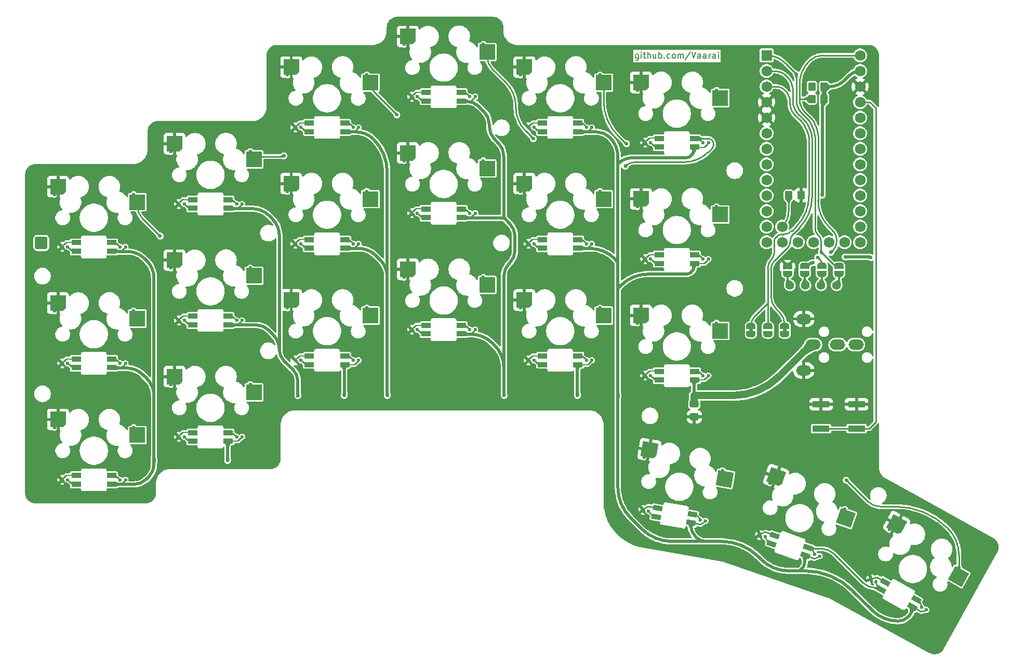
<source format=gtl>
G04 #@! TF.GenerationSoftware,KiCad,Pcbnew,8.0.1*
G04 #@! TF.CreationDate,2024-07-06T21:38:04+02:00*
G04 #@! TF.ProjectId,cornia,636f726e-6961-42e6-9b69-6361645f7063,rev?*
G04 #@! TF.SameCoordinates,Original*
G04 #@! TF.FileFunction,Copper,L1,Top*
G04 #@! TF.FilePolarity,Positive*
%FSLAX46Y46*%
G04 Gerber Fmt 4.6, Leading zero omitted, Abs format (unit mm)*
G04 Created by KiCad (PCBNEW 8.0.1) date 2024-07-06 21:38:04*
%MOMM*%
%LPD*%
G01*
G04 APERTURE LIST*
G04 Aperture macros list*
%AMRoundRect*
0 Rectangle with rounded corners*
0 $1 Rounding radius*
0 $2 $3 $4 $5 $6 $7 $8 $9 X,Y pos of 4 corners*
0 Add a 4 corners polygon primitive as box body*
4,1,4,$2,$3,$4,$5,$6,$7,$8,$9,$2,$3,0*
0 Add four circle primitives for the rounded corners*
1,1,$1+$1,$2,$3*
1,1,$1+$1,$4,$5*
1,1,$1+$1,$6,$7*
1,1,$1+$1,$8,$9*
0 Add four rect primitives between the rounded corners*
20,1,$1+$1,$2,$3,$4,$5,0*
20,1,$1+$1,$4,$5,$6,$7,0*
20,1,$1+$1,$6,$7,$8,$9,0*
20,1,$1+$1,$8,$9,$2,$3,0*%
%AMRotRect*
0 Rectangle, with rotation*
0 The origin of the aperture is its center*
0 $1 length*
0 $2 width*
0 $3 Rotation angle, in degrees counterclockwise*
0 Add horizontal line*
21,1,$1,$2,0,0,$3*%
%AMOutline5P*
0 Free polygon, 5 corners , with rotation*
0 The origin of the aperture is its center*
0 number of corners: always 5*
0 $1 to $10 corner X, Y*
0 $11 Rotation angle, in degrees counterclockwise*
0 create outline with 5 corners*
4,1,5,$1,$2,$3,$4,$5,$6,$7,$8,$9,$10,$1,$2,$11*%
%AMOutline6P*
0 Free polygon, 6 corners , with rotation*
0 The origin of the aperture is its center*
0 number of corners: always 6*
0 $1 to $12 corner X, Y*
0 $13 Rotation angle, in degrees counterclockwise*
0 create outline with 6 corners*
4,1,6,$1,$2,$3,$4,$5,$6,$7,$8,$9,$10,$11,$12,$1,$2,$13*%
%AMOutline7P*
0 Free polygon, 7 corners , with rotation*
0 The origin of the aperture is its center*
0 number of corners: always 7*
0 $1 to $14 corner X, Y*
0 $15 Rotation angle, in degrees counterclockwise*
0 create outline with 7 corners*
4,1,7,$1,$2,$3,$4,$5,$6,$7,$8,$9,$10,$11,$12,$13,$14,$1,$2,$15*%
%AMOutline8P*
0 Free polygon, 8 corners , with rotation*
0 The origin of the aperture is its center*
0 number of corners: always 8*
0 $1 to $16 corner X, Y*
0 $17 Rotation angle, in degrees counterclockwise*
0 create outline with 8 corners*
4,1,8,$1,$2,$3,$4,$5,$6,$7,$8,$9,$10,$11,$12,$13,$14,$15,$16,$1,$2,$17*%
%AMFreePoly0*
4,1,19,0.500000,-0.750000,0.000000,-0.750000,0.000000,-0.744911,-0.071157,-0.744911,-0.207708,-0.704816,-0.327430,-0.627875,-0.420627,-0.520320,-0.479746,-0.390866,-0.500000,-0.250000,-0.500000,0.250000,-0.479746,0.390866,-0.420627,0.520320,-0.327430,0.627875,-0.207708,0.704816,-0.071157,0.744911,0.000000,0.744911,0.000000,0.750000,0.500000,0.750000,0.500000,-0.750000,0.500000,-0.750000,
$1*%
%AMFreePoly1*
4,1,19,0.000000,0.744911,0.071157,0.744911,0.207708,0.704816,0.327430,0.627875,0.420627,0.520320,0.479746,0.390866,0.500000,0.250000,0.500000,-0.250000,0.479746,-0.390866,0.420627,-0.520320,0.327430,-0.627875,0.207708,-0.704816,0.071157,-0.744911,0.000000,-0.744911,0.000000,-0.750000,-0.500000,-0.750000,-0.500000,0.750000,0.000000,0.750000,0.000000,0.744911,0.000000,0.744911,
$1*%
G04 Aperture macros list end*
%ADD10C,0.160000*%
G04 #@! TA.AperFunction,NonConductor*
%ADD11C,0.160000*%
G04 #@! TD*
G04 #@! TA.AperFunction,EtchedComponent*
%ADD12C,0.000000*%
G04 #@! TD*
G04 #@! TA.AperFunction,SMDPad,CuDef*
%ADD13FreePoly0,270.000000*%
G04 #@! TD*
G04 #@! TA.AperFunction,SMDPad,CuDef*
%ADD14FreePoly1,270.000000*%
G04 #@! TD*
G04 #@! TA.AperFunction,ComponentPad*
%ADD15C,0.600000*%
G04 #@! TD*
G04 #@! TA.AperFunction,SMDPad,CuDef*
%ADD16R,2.550000X2.500000*%
G04 #@! TD*
G04 #@! TA.AperFunction,SMDPad,CuDef*
%ADD17Outline5P,-1.275000X0.800000X-0.825000X1.250000X1.275000X1.250000X1.275000X-1.250000X-1.275000X-1.250000X180.000000*%
G04 #@! TD*
G04 #@! TA.AperFunction,SMDPad,CuDef*
%ADD18RoundRect,0.250000X-0.475000X0.337500X-0.475000X-0.337500X0.475000X-0.337500X0.475000X0.337500X0*%
G04 #@! TD*
G04 #@! TA.AperFunction,SMDPad,CuDef*
%ADD19R,1.540000X0.825000*%
G04 #@! TD*
G04 #@! TA.AperFunction,SMDPad,CuDef*
%ADD20RoundRect,0.062500X0.323985X-0.221577X-0.237892X0.312202X-0.323985X0.221577X0.237892X-0.312202X0*%
G04 #@! TD*
G04 #@! TA.AperFunction,SMDPad,CuDef*
%ADD21RoundRect,0.062500X-0.450000X-0.062500X0.450000X-0.062500X0.450000X0.062500X-0.450000X0.062500X0*%
G04 #@! TD*
G04 #@! TA.AperFunction,SMDPad,CuDef*
%ADD22RoundRect,0.062500X-0.237892X-0.312202X0.323985X0.221577X0.237892X0.312202X-0.323985X-0.221577X0*%
G04 #@! TD*
G04 #@! TA.AperFunction,SMDPad,CuDef*
%ADD23RoundRect,0.062500X-0.323985X0.221577X0.237892X-0.312202X0.323985X-0.221577X-0.237892X0.312202X0*%
G04 #@! TD*
G04 #@! TA.AperFunction,SMDPad,CuDef*
%ADD24RoundRect,0.062500X0.237892X0.312202X-0.323985X-0.221577X-0.237892X-0.312202X0.323985X0.221577X0*%
G04 #@! TD*
G04 #@! TA.AperFunction,SMDPad,CuDef*
%ADD25RoundRect,0.062500X0.450000X0.062500X-0.450000X0.062500X-0.450000X-0.062500X0.450000X-0.062500X0*%
G04 #@! TD*
G04 #@! TA.AperFunction,SMDPad,CuDef*
%ADD26R,1.540000X0.822500*%
G04 #@! TD*
G04 #@! TA.AperFunction,SMDPad,CuDef*
%ADD27R,2.800000X1.000000*%
G04 #@! TD*
G04 #@! TA.AperFunction,SMDPad,CuDef*
%ADD28RotRect,1.540000X0.825000X150.970000*%
G04 #@! TD*
G04 #@! TA.AperFunction,SMDPad,CuDef*
%ADD29RoundRect,0.062500X0.175757X-0.350959X-0.056503X0.388420X-0.175757X0.350959X0.056503X-0.388420X0*%
G04 #@! TD*
G04 #@! TA.AperFunction,SMDPad,CuDef*
%ADD30RoundRect,0.062500X-0.423794X0.163723X0.363135X-0.273018X0.423794X-0.163723X-0.363135X0.273018X0*%
G04 #@! TD*
G04 #@! TA.AperFunction,SMDPad,CuDef*
%ADD31RoundRect,0.062500X-0.359506X-0.157538X0.390805X0.036520X0.359506X0.157538X-0.390805X-0.036520X0*%
G04 #@! TD*
G04 #@! TA.AperFunction,SMDPad,CuDef*
%ADD32RoundRect,0.062500X-0.175757X0.350959X0.056503X-0.388420X0.175757X-0.350959X-0.056503X0.388420X0*%
G04 #@! TD*
G04 #@! TA.AperFunction,SMDPad,CuDef*
%ADD33RoundRect,0.062500X0.359506X0.157538X-0.390805X-0.036520X-0.359506X-0.157538X0.390805X0.036520X0*%
G04 #@! TD*
G04 #@! TA.AperFunction,SMDPad,CuDef*
%ADD34RoundRect,0.062500X0.423794X-0.163723X-0.363135X0.273018X-0.423794X0.163723X0.363135X-0.273018X0*%
G04 #@! TD*
G04 #@! TA.AperFunction,SMDPad,CuDef*
%ADD35RotRect,1.540000X0.822500X150.970000*%
G04 #@! TD*
G04 #@! TA.AperFunction,SMDPad,CuDef*
%ADD36RotRect,2.550000X2.500000X150.970000*%
G04 #@! TD*
G04 #@! TA.AperFunction,SMDPad,CuDef*
%ADD37Outline5P,-1.275000X0.800000X-0.825000X1.250000X1.275000X1.250000X1.275000X-1.250000X-1.275000X-1.250000X150.970000*%
G04 #@! TD*
G04 #@! TA.AperFunction,ComponentPad*
%ADD38RoundRect,0.400000X-0.650000X-0.650000X0.650000X-0.650000X0.650000X0.650000X-0.650000X0.650000X0*%
G04 #@! TD*
G04 #@! TA.AperFunction,SMDPad,CuDef*
%ADD39RotRect,1.540000X0.825000X170.170000*%
G04 #@! TD*
G04 #@! TA.AperFunction,SMDPad,CuDef*
%ADD40RoundRect,0.062500X0.281400X-0.273636X-0.181098X0.348233X-0.281400X0.273636X0.181098X-0.348233X0*%
G04 #@! TD*
G04 #@! TA.AperFunction,SMDPad,CuDef*
%ADD41RoundRect,0.062500X-0.454064X0.015244X0.432723X-0.138409X0.454064X-0.015244X-0.432723X0.138409X0*%
G04 #@! TD*
G04 #@! TA.AperFunction,SMDPad,CuDef*
%ADD42RoundRect,0.062500X-0.287700X-0.267004X0.357057X0.163011X0.287700X0.267004X-0.357057X-0.163011X0*%
G04 #@! TD*
G04 #@! TA.AperFunction,SMDPad,CuDef*
%ADD43RoundRect,0.062500X-0.281400X0.273636X0.181098X-0.348233X0.281400X-0.273636X-0.181098X0.348233X0*%
G04 #@! TD*
G04 #@! TA.AperFunction,SMDPad,CuDef*
%ADD44RoundRect,0.062500X0.287700X0.267004X-0.357057X-0.163011X-0.287700X-0.267004X0.357057X0.163011X0*%
G04 #@! TD*
G04 #@! TA.AperFunction,SMDPad,CuDef*
%ADD45RoundRect,0.062500X0.454064X-0.015244X-0.432723X0.138409X-0.454064X0.015244X0.432723X-0.138409X0*%
G04 #@! TD*
G04 #@! TA.AperFunction,SMDPad,CuDef*
%ADD46RotRect,1.540000X0.822500X170.170000*%
G04 #@! TD*
G04 #@! TA.AperFunction,SMDPad,CuDef*
%ADD47RotRect,2.550000X2.500000X160.570000*%
G04 #@! TD*
G04 #@! TA.AperFunction,SMDPad,CuDef*
%ADD48Outline5P,-1.275000X0.800000X-0.825000X1.250000X1.275000X1.250000X1.275000X-1.250000X-1.275000X-1.250000X160.570000*%
G04 #@! TD*
G04 #@! TA.AperFunction,ComponentPad*
%ADD49C,1.400000*%
G04 #@! TD*
G04 #@! TA.AperFunction,ComponentPad*
%ADD50O,2.500000X1.700000*%
G04 #@! TD*
G04 #@! TA.AperFunction,SMDPad,CuDef*
%ADD51RotRect,1.540000X0.825000X160.570000*%
G04 #@! TD*
G04 #@! TA.AperFunction,SMDPad,CuDef*
%ADD52RoundRect,0.062500X0.231825X-0.316733X-0.120488X0.373558X-0.231825X0.316733X0.120488X-0.373558X0*%
G04 #@! TD*
G04 #@! TA.AperFunction,SMDPad,CuDef*
%ADD53RoundRect,0.062500X-0.445163X0.090754X0.403581X-0.208635X0.445163X-0.090754X-0.403581X0.208635X0*%
G04 #@! TD*
G04 #@! TA.AperFunction,SMDPad,CuDef*
%ADD54RoundRect,0.062500X-0.328199X-0.215286X0.379242X0.101183X0.328199X0.215286X-0.379242X-0.101183X0*%
G04 #@! TD*
G04 #@! TA.AperFunction,SMDPad,CuDef*
%ADD55RoundRect,0.062500X-0.231825X0.316733X0.120488X-0.373558X0.231825X-0.316733X-0.120488X0.373558X0*%
G04 #@! TD*
G04 #@! TA.AperFunction,SMDPad,CuDef*
%ADD56RoundRect,0.062500X0.328199X0.215286X-0.379242X-0.101183X-0.328199X-0.215286X0.379242X0.101183X0*%
G04 #@! TD*
G04 #@! TA.AperFunction,SMDPad,CuDef*
%ADD57RoundRect,0.062500X0.445163X-0.090754X-0.403581X0.208635X-0.445163X0.090754X0.403581X-0.208635X0*%
G04 #@! TD*
G04 #@! TA.AperFunction,SMDPad,CuDef*
%ADD58RotRect,1.540000X0.822500X160.570000*%
G04 #@! TD*
G04 #@! TA.AperFunction,SMDPad,CuDef*
%ADD59RoundRect,0.250000X0.350000X0.450000X-0.350000X0.450000X-0.350000X-0.450000X0.350000X-0.450000X0*%
G04 #@! TD*
G04 #@! TA.AperFunction,SMDPad,CuDef*
%ADD60RotRect,2.550000X2.500000X170.171000*%
G04 #@! TD*
G04 #@! TA.AperFunction,SMDPad,CuDef*
%ADD61Outline5P,-1.275000X0.800000X-0.825000X1.250000X1.275000X1.250000X1.275000X-1.250000X-1.275000X-1.250000X170.171000*%
G04 #@! TD*
G04 #@! TA.AperFunction,ComponentPad*
%ADD62R,1.752600X1.752600*%
G04 #@! TD*
G04 #@! TA.AperFunction,ComponentPad*
%ADD63C,1.752600*%
G04 #@! TD*
G04 #@! TA.AperFunction,SMDPad,CuDef*
%ADD64RoundRect,0.250000X-0.350000X-0.450000X0.350000X-0.450000X0.350000X0.450000X-0.350000X0.450000X0*%
G04 #@! TD*
G04 #@! TA.AperFunction,ViaPad*
%ADD65C,0.600000*%
G04 #@! TD*
G04 #@! TA.AperFunction,ViaPad*
%ADD66C,1.000000*%
G04 #@! TD*
G04 #@! TA.AperFunction,Conductor*
%ADD67C,0.250000*%
G04 #@! TD*
G04 #@! TA.AperFunction,Conductor*
%ADD68C,0.500000*%
G04 #@! TD*
G04 #@! TA.AperFunction,Conductor*
%ADD69C,1.200000*%
G04 #@! TD*
G04 APERTURE END LIST*
D10*
D11*
X118890476Y-27987632D02*
X118890476Y-28797156D01*
X118890476Y-28797156D02*
X118842857Y-28892394D01*
X118842857Y-28892394D02*
X118795238Y-28940013D01*
X118795238Y-28940013D02*
X118700000Y-28987632D01*
X118700000Y-28987632D02*
X118557143Y-28987632D01*
X118557143Y-28987632D02*
X118461905Y-28940013D01*
X118890476Y-28606680D02*
X118795238Y-28654299D01*
X118795238Y-28654299D02*
X118604762Y-28654299D01*
X118604762Y-28654299D02*
X118509524Y-28606680D01*
X118509524Y-28606680D02*
X118461905Y-28559060D01*
X118461905Y-28559060D02*
X118414286Y-28463822D01*
X118414286Y-28463822D02*
X118414286Y-28178108D01*
X118414286Y-28178108D02*
X118461905Y-28082870D01*
X118461905Y-28082870D02*
X118509524Y-28035251D01*
X118509524Y-28035251D02*
X118604762Y-27987632D01*
X118604762Y-27987632D02*
X118795238Y-27987632D01*
X118795238Y-27987632D02*
X118890476Y-28035251D01*
X119366667Y-28654299D02*
X119366667Y-27987632D01*
X119366667Y-27654299D02*
X119319048Y-27701918D01*
X119319048Y-27701918D02*
X119366667Y-27749537D01*
X119366667Y-27749537D02*
X119414286Y-27701918D01*
X119414286Y-27701918D02*
X119366667Y-27654299D01*
X119366667Y-27654299D02*
X119366667Y-27749537D01*
X119700000Y-27987632D02*
X120080952Y-27987632D01*
X119842857Y-27654299D02*
X119842857Y-28511441D01*
X119842857Y-28511441D02*
X119890476Y-28606680D01*
X119890476Y-28606680D02*
X119985714Y-28654299D01*
X119985714Y-28654299D02*
X120080952Y-28654299D01*
X120414286Y-28654299D02*
X120414286Y-27654299D01*
X120842857Y-28654299D02*
X120842857Y-28130489D01*
X120842857Y-28130489D02*
X120795238Y-28035251D01*
X120795238Y-28035251D02*
X120700000Y-27987632D01*
X120700000Y-27987632D02*
X120557143Y-27987632D01*
X120557143Y-27987632D02*
X120461905Y-28035251D01*
X120461905Y-28035251D02*
X120414286Y-28082870D01*
X121747619Y-27987632D02*
X121747619Y-28654299D01*
X121319048Y-27987632D02*
X121319048Y-28511441D01*
X121319048Y-28511441D02*
X121366667Y-28606680D01*
X121366667Y-28606680D02*
X121461905Y-28654299D01*
X121461905Y-28654299D02*
X121604762Y-28654299D01*
X121604762Y-28654299D02*
X121700000Y-28606680D01*
X121700000Y-28606680D02*
X121747619Y-28559060D01*
X122223810Y-28654299D02*
X122223810Y-27654299D01*
X122223810Y-28035251D02*
X122319048Y-27987632D01*
X122319048Y-27987632D02*
X122509524Y-27987632D01*
X122509524Y-27987632D02*
X122604762Y-28035251D01*
X122604762Y-28035251D02*
X122652381Y-28082870D01*
X122652381Y-28082870D02*
X122700000Y-28178108D01*
X122700000Y-28178108D02*
X122700000Y-28463822D01*
X122700000Y-28463822D02*
X122652381Y-28559060D01*
X122652381Y-28559060D02*
X122604762Y-28606680D01*
X122604762Y-28606680D02*
X122509524Y-28654299D01*
X122509524Y-28654299D02*
X122319048Y-28654299D01*
X122319048Y-28654299D02*
X122223810Y-28606680D01*
X123128572Y-28559060D02*
X123176191Y-28606680D01*
X123176191Y-28606680D02*
X123128572Y-28654299D01*
X123128572Y-28654299D02*
X123080953Y-28606680D01*
X123080953Y-28606680D02*
X123128572Y-28559060D01*
X123128572Y-28559060D02*
X123128572Y-28654299D01*
X124033333Y-28606680D02*
X123938095Y-28654299D01*
X123938095Y-28654299D02*
X123747619Y-28654299D01*
X123747619Y-28654299D02*
X123652381Y-28606680D01*
X123652381Y-28606680D02*
X123604762Y-28559060D01*
X123604762Y-28559060D02*
X123557143Y-28463822D01*
X123557143Y-28463822D02*
X123557143Y-28178108D01*
X123557143Y-28178108D02*
X123604762Y-28082870D01*
X123604762Y-28082870D02*
X123652381Y-28035251D01*
X123652381Y-28035251D02*
X123747619Y-27987632D01*
X123747619Y-27987632D02*
X123938095Y-27987632D01*
X123938095Y-27987632D02*
X124033333Y-28035251D01*
X124604762Y-28654299D02*
X124509524Y-28606680D01*
X124509524Y-28606680D02*
X124461905Y-28559060D01*
X124461905Y-28559060D02*
X124414286Y-28463822D01*
X124414286Y-28463822D02*
X124414286Y-28178108D01*
X124414286Y-28178108D02*
X124461905Y-28082870D01*
X124461905Y-28082870D02*
X124509524Y-28035251D01*
X124509524Y-28035251D02*
X124604762Y-27987632D01*
X124604762Y-27987632D02*
X124747619Y-27987632D01*
X124747619Y-27987632D02*
X124842857Y-28035251D01*
X124842857Y-28035251D02*
X124890476Y-28082870D01*
X124890476Y-28082870D02*
X124938095Y-28178108D01*
X124938095Y-28178108D02*
X124938095Y-28463822D01*
X124938095Y-28463822D02*
X124890476Y-28559060D01*
X124890476Y-28559060D02*
X124842857Y-28606680D01*
X124842857Y-28606680D02*
X124747619Y-28654299D01*
X124747619Y-28654299D02*
X124604762Y-28654299D01*
X125366667Y-28654299D02*
X125366667Y-27987632D01*
X125366667Y-28082870D02*
X125414286Y-28035251D01*
X125414286Y-28035251D02*
X125509524Y-27987632D01*
X125509524Y-27987632D02*
X125652381Y-27987632D01*
X125652381Y-27987632D02*
X125747619Y-28035251D01*
X125747619Y-28035251D02*
X125795238Y-28130489D01*
X125795238Y-28130489D02*
X125795238Y-28654299D01*
X125795238Y-28130489D02*
X125842857Y-28035251D01*
X125842857Y-28035251D02*
X125938095Y-27987632D01*
X125938095Y-27987632D02*
X126080952Y-27987632D01*
X126080952Y-27987632D02*
X126176191Y-28035251D01*
X126176191Y-28035251D02*
X126223810Y-28130489D01*
X126223810Y-28130489D02*
X126223810Y-28654299D01*
X127414285Y-27606680D02*
X126557143Y-28892394D01*
X127604762Y-27654299D02*
X127938095Y-28654299D01*
X127938095Y-28654299D02*
X128271428Y-27654299D01*
X129033333Y-28654299D02*
X129033333Y-28130489D01*
X129033333Y-28130489D02*
X128985714Y-28035251D01*
X128985714Y-28035251D02*
X128890476Y-27987632D01*
X128890476Y-27987632D02*
X128700000Y-27987632D01*
X128700000Y-27987632D02*
X128604762Y-28035251D01*
X129033333Y-28606680D02*
X128938095Y-28654299D01*
X128938095Y-28654299D02*
X128700000Y-28654299D01*
X128700000Y-28654299D02*
X128604762Y-28606680D01*
X128604762Y-28606680D02*
X128557143Y-28511441D01*
X128557143Y-28511441D02*
X128557143Y-28416203D01*
X128557143Y-28416203D02*
X128604762Y-28320965D01*
X128604762Y-28320965D02*
X128700000Y-28273346D01*
X128700000Y-28273346D02*
X128938095Y-28273346D01*
X128938095Y-28273346D02*
X129033333Y-28225727D01*
X129938095Y-28654299D02*
X129938095Y-28130489D01*
X129938095Y-28130489D02*
X129890476Y-28035251D01*
X129890476Y-28035251D02*
X129795238Y-27987632D01*
X129795238Y-27987632D02*
X129604762Y-27987632D01*
X129604762Y-27987632D02*
X129509524Y-28035251D01*
X129938095Y-28606680D02*
X129842857Y-28654299D01*
X129842857Y-28654299D02*
X129604762Y-28654299D01*
X129604762Y-28654299D02*
X129509524Y-28606680D01*
X129509524Y-28606680D02*
X129461905Y-28511441D01*
X129461905Y-28511441D02*
X129461905Y-28416203D01*
X129461905Y-28416203D02*
X129509524Y-28320965D01*
X129509524Y-28320965D02*
X129604762Y-28273346D01*
X129604762Y-28273346D02*
X129842857Y-28273346D01*
X129842857Y-28273346D02*
X129938095Y-28225727D01*
X130414286Y-28654299D02*
X130414286Y-27987632D01*
X130414286Y-28178108D02*
X130461905Y-28082870D01*
X130461905Y-28082870D02*
X130509524Y-28035251D01*
X130509524Y-28035251D02*
X130604762Y-27987632D01*
X130604762Y-27987632D02*
X130700000Y-27987632D01*
X131461905Y-28654299D02*
X131461905Y-28130489D01*
X131461905Y-28130489D02*
X131414286Y-28035251D01*
X131414286Y-28035251D02*
X131319048Y-27987632D01*
X131319048Y-27987632D02*
X131128572Y-27987632D01*
X131128572Y-27987632D02*
X131033334Y-28035251D01*
X131461905Y-28606680D02*
X131366667Y-28654299D01*
X131366667Y-28654299D02*
X131128572Y-28654299D01*
X131128572Y-28654299D02*
X131033334Y-28606680D01*
X131033334Y-28606680D02*
X130985715Y-28511441D01*
X130985715Y-28511441D02*
X130985715Y-28416203D01*
X130985715Y-28416203D02*
X131033334Y-28320965D01*
X131033334Y-28320965D02*
X131128572Y-28273346D01*
X131128572Y-28273346D02*
X131366667Y-28273346D01*
X131366667Y-28273346D02*
X131461905Y-28225727D01*
X131938096Y-28654299D02*
X131938096Y-27987632D01*
X131938096Y-27654299D02*
X131890477Y-27701918D01*
X131890477Y-27701918D02*
X131938096Y-27749537D01*
X131938096Y-27749537D02*
X131985715Y-27701918D01*
X131985715Y-27701918D02*
X131938096Y-27654299D01*
X131938096Y-27654299D02*
X131938096Y-27749537D01*
D12*
G04 #@! TA.AperFunction,EtchedComponent*
G36*
X137550000Y-73250000D02*
G01*
X136950000Y-73250000D01*
X136950000Y-72750000D01*
X137550000Y-72750000D01*
X137550000Y-73250000D01*
G37*
G04 #@! TD.AperFunction*
G04 #@! TA.AperFunction,EtchedComponent*
G36*
X143050000Y-73250000D02*
G01*
X142450000Y-73250000D01*
X142450000Y-72750000D01*
X143050000Y-72750000D01*
X143050000Y-73250000D01*
G37*
G04 #@! TD.AperFunction*
D13*
X146000000Y-62550000D03*
D14*
X146000000Y-63850000D03*
D15*
X36643600Y-88888750D03*
D16*
X37253600Y-90148750D03*
D15*
X23718600Y-88888750D03*
D17*
X24326600Y-87608750D03*
D15*
X131643600Y-71888750D03*
D16*
X132253600Y-73148750D03*
D15*
X118718600Y-71888750D03*
D17*
X119326600Y-70608750D03*
D18*
X128000000Y-85067028D03*
X128000000Y-87142028D03*
D19*
X27288600Y-79138750D03*
D20*
X26368600Y-78863750D03*
D15*
X25893600Y-78438750D03*
D19*
X27288600Y-77738750D03*
D21*
X26118600Y-77713750D03*
D22*
X25431100Y-77963750D03*
D15*
X25018600Y-78438750D03*
X34443600Y-78438750D03*
D23*
X34006100Y-78013750D03*
D19*
X33048600Y-77738750D03*
D15*
X35318600Y-78438750D03*
D24*
X34943600Y-78913750D03*
D25*
X34256100Y-79163750D03*
D26*
X33048600Y-79140000D03*
D15*
X36643600Y-69888750D03*
D16*
X37253600Y-71148750D03*
D15*
X23718600Y-69888750D03*
D17*
X24326600Y-68608750D03*
D27*
X154468600Y-89088750D03*
X148668600Y-89088750D03*
X154468600Y-85088750D03*
X148668600Y-85088750D03*
D28*
X158475718Y-115366473D03*
D29*
X157804750Y-114679576D03*
D15*
X157595665Y-114077468D03*
D28*
X159155093Y-114142361D03*
D30*
X158144217Y-113552738D03*
D31*
X157421772Y-113437708D03*
D15*
X156830595Y-113652859D03*
X165071493Y-118226506D03*
D32*
X164895196Y-117642596D03*
D28*
X164191440Y-116937501D03*
D15*
X165836563Y-118651115D03*
D33*
X165278173Y-118884463D03*
D34*
X164555730Y-118769433D03*
D35*
X163511458Y-118162706D03*
D13*
X148800000Y-62550000D03*
D14*
X148800000Y-63850000D03*
D19*
X46288600Y-53138750D03*
D20*
X45368600Y-52863750D03*
D15*
X44893600Y-52438750D03*
D19*
X46288600Y-51738750D03*
D21*
X45118600Y-51713750D03*
D22*
X44431100Y-51963750D03*
D15*
X44018600Y-52438750D03*
X53443600Y-52438750D03*
D23*
X53006100Y-52013750D03*
D19*
X52048600Y-51738750D03*
D15*
X54318600Y-52438750D03*
D24*
X53943600Y-52913750D03*
D25*
X53256100Y-53163750D03*
D26*
X52048600Y-53140000D03*
D15*
X171144135Y-111818267D03*
D36*
X171066061Y-113215981D03*
D15*
X159842957Y-105546185D03*
D37*
X160995714Y-104722039D03*
D19*
X103288600Y-78638750D03*
D20*
X102368600Y-78363750D03*
D15*
X101893600Y-77938750D03*
D19*
X103288600Y-77238750D03*
D21*
X102118600Y-77213750D03*
D22*
X101431100Y-77463750D03*
D15*
X101018600Y-77938750D03*
X110443600Y-77938750D03*
D23*
X110006100Y-77513750D03*
D19*
X109048600Y-77238750D03*
D15*
X111318600Y-77938750D03*
D24*
X110943600Y-78413750D03*
D25*
X110256100Y-78663750D03*
D26*
X109048600Y-78640000D03*
D13*
X137250000Y-72350000D03*
D14*
X137250000Y-73650000D03*
D38*
X21600000Y-58800000D03*
D19*
X84288600Y-73638750D03*
D20*
X83368600Y-73363750D03*
D15*
X82893600Y-72938750D03*
D19*
X84288600Y-72238750D03*
D21*
X83118600Y-72213750D03*
D22*
X82431100Y-72463750D03*
D15*
X82018600Y-72938750D03*
X91443600Y-72938750D03*
D23*
X91006100Y-72513750D03*
D19*
X90048600Y-72238750D03*
D15*
X92318600Y-72938750D03*
D24*
X91943600Y-73413750D03*
D25*
X91256100Y-73663750D03*
D26*
X90048600Y-73640000D03*
D19*
X122288600Y-43138750D03*
D20*
X121368600Y-42863750D03*
D15*
X120893600Y-42438750D03*
D19*
X122288600Y-41738750D03*
D21*
X121118600Y-41713750D03*
D22*
X120431100Y-41963750D03*
D15*
X120018600Y-42438750D03*
X129443600Y-42438750D03*
D23*
X129006100Y-42013750D03*
D19*
X128048600Y-41738750D03*
D15*
X130318600Y-42438750D03*
D24*
X129943600Y-42913750D03*
D25*
X129256100Y-43163750D03*
D26*
X128048600Y-43140000D03*
D39*
X121810429Y-103457048D03*
D40*
X120950885Y-103029018D03*
D15*
X120555417Y-102529163D03*
D39*
X122049444Y-102077602D03*
D41*
X120900889Y-101853220D03*
D42*
X120180802Y-101982176D03*
D15*
X119693263Y-102379778D03*
X128979891Y-103988865D03*
D43*
X128621373Y-103495412D03*
D39*
X127724879Y-103060980D03*
D15*
X129842045Y-104138250D03*
D44*
X129391456Y-104542254D03*
D45*
X128671368Y-104671210D03*
D46*
X127485650Y-104441658D03*
D15*
X93643600Y-26388750D03*
D16*
X94253600Y-27648750D03*
D15*
X80718600Y-26388750D03*
D17*
X81326600Y-25108750D03*
D19*
X65288600Y-59638750D03*
D20*
X64368600Y-59363750D03*
D15*
X63893600Y-58938750D03*
D19*
X65288600Y-58238750D03*
D21*
X64118600Y-58213750D03*
D22*
X63431100Y-58463750D03*
D15*
X63018600Y-58938750D03*
X72443600Y-58938750D03*
D23*
X72006100Y-58513750D03*
D19*
X71048600Y-58238750D03*
D15*
X73318600Y-58938750D03*
D24*
X72943600Y-59413750D03*
D25*
X72256100Y-59663750D03*
D26*
X71048600Y-59640000D03*
D15*
X152538929Y-102259106D03*
D47*
X152695043Y-103650267D03*
D15*
X140350025Y-97959541D03*
D48*
X141349197Y-96954693D03*
D15*
X74643600Y-31388750D03*
D16*
X75253600Y-32648750D03*
D15*
X61718600Y-31388750D03*
D17*
X62326600Y-30108750D03*
D15*
X93643600Y-64388750D03*
D16*
X94253600Y-65648750D03*
D15*
X80718600Y-64388750D03*
D17*
X81326600Y-63108750D03*
D49*
X143588600Y-65708750D03*
X146128600Y-65708750D03*
X148668600Y-65708750D03*
X151208600Y-65708750D03*
D15*
X55643600Y-81888750D03*
D16*
X56253600Y-83148750D03*
D15*
X42718600Y-81888750D03*
D17*
X43326600Y-80608750D03*
D50*
X147368600Y-75388750D03*
X151368600Y-75388750D03*
X154368600Y-75388750D03*
X145868600Y-71188750D03*
X145868600Y-79588750D03*
D13*
X140000000Y-72350000D03*
D14*
X140000000Y-73650000D03*
D19*
X84288600Y-54638750D03*
D20*
X83368600Y-54363750D03*
D15*
X82893600Y-53938750D03*
D19*
X84288600Y-53238750D03*
D21*
X83118600Y-53213750D03*
D22*
X82431100Y-53463750D03*
D15*
X82018600Y-53938750D03*
X91443600Y-53938750D03*
D23*
X91006100Y-53513750D03*
D19*
X90048600Y-53238750D03*
D15*
X92318600Y-53938750D03*
D24*
X91943600Y-54413750D03*
D25*
X91256100Y-54663750D03*
D26*
X90048600Y-54640000D03*
D15*
X131643600Y-33888750D03*
D16*
X132253600Y-35148750D03*
D15*
X118718600Y-33888750D03*
D17*
X119326600Y-32608750D03*
D19*
X122288600Y-81138750D03*
D20*
X121368600Y-80863750D03*
D15*
X120893600Y-80438750D03*
D19*
X122288600Y-79738750D03*
D21*
X121118600Y-79713750D03*
D22*
X120431100Y-79963750D03*
D15*
X120018600Y-80438750D03*
X129443600Y-80438750D03*
D23*
X129006100Y-80013750D03*
D19*
X128048600Y-79738750D03*
D15*
X130318600Y-80438750D03*
D24*
X129943600Y-80913750D03*
D25*
X129256100Y-81163750D03*
D26*
X128048600Y-81140000D03*
D51*
X140639651Y-107870319D03*
D52*
X139863526Y-107304938D03*
D15*
X139556956Y-106746131D03*
D51*
X141105367Y-106550051D03*
D53*
X140010317Y-106137268D03*
D54*
X139278807Y-106144330D03*
D15*
X138731789Y-106455058D03*
X147620022Y-109590331D03*
D55*
X147348816Y-109043999D03*
D51*
X146537327Y-108466143D03*
D15*
X148445189Y-109881404D03*
D56*
X147933535Y-110204607D03*
D57*
X147202025Y-110211668D03*
D58*
X146071195Y-109787590D03*
D19*
X65288600Y-78638750D03*
D20*
X64368600Y-78363750D03*
D15*
X63893600Y-77938750D03*
D19*
X65288600Y-77238750D03*
D21*
X64118600Y-77213750D03*
D22*
X63431100Y-77463750D03*
D15*
X63018600Y-77938750D03*
X72443600Y-77938750D03*
D23*
X72006100Y-77513750D03*
D19*
X71048600Y-77238750D03*
D15*
X73318600Y-77938750D03*
D24*
X72943600Y-78413750D03*
D25*
X72256100Y-78663750D03*
D26*
X71048600Y-78640000D03*
D59*
X149168600Y-33288750D03*
X147168600Y-33288750D03*
D15*
X74643600Y-50388750D03*
D16*
X75253600Y-51648750D03*
D15*
X61718600Y-50388750D03*
D17*
X62326600Y-49108750D03*
D15*
X112643600Y-69388750D03*
D16*
X113253600Y-70648750D03*
D15*
X99718600Y-69388750D03*
D17*
X100326600Y-68108750D03*
D19*
X65288600Y-40638750D03*
D20*
X64368600Y-40363750D03*
D15*
X63893600Y-39938750D03*
D19*
X65288600Y-39238750D03*
D21*
X64118600Y-39213750D03*
D22*
X63431100Y-39463750D03*
D15*
X63018600Y-39938750D03*
X72443600Y-39938750D03*
D23*
X72006100Y-39513750D03*
D19*
X71048600Y-39238750D03*
D15*
X73318600Y-39938750D03*
D24*
X72943600Y-40413750D03*
D25*
X72256100Y-40663750D03*
D26*
X71048600Y-40640000D03*
D15*
X112643600Y-31388750D03*
D16*
X113253600Y-32648750D03*
D15*
X99718600Y-31388750D03*
D17*
X100326600Y-30108750D03*
D15*
X132607249Y-95939864D03*
D60*
X132993203Y-97285501D03*
D15*
X119871967Y-93733460D03*
D61*
X120689549Y-92576039D03*
D15*
X131643600Y-52888750D03*
D16*
X132253600Y-54148750D03*
D15*
X118718600Y-52888750D03*
D17*
X119326600Y-51608750D03*
D15*
X36643600Y-50888750D03*
D16*
X37253600Y-52148750D03*
D15*
X23718600Y-50888750D03*
D17*
X24326600Y-49608750D03*
D13*
X142750000Y-72350000D03*
D14*
X142750000Y-73650000D03*
D19*
X103288600Y-59638750D03*
D20*
X102368600Y-59363750D03*
D15*
X101893600Y-58938750D03*
D19*
X103288600Y-58238750D03*
D21*
X102118600Y-58213750D03*
D22*
X101431100Y-58463750D03*
D15*
X101018600Y-58938750D03*
X110443600Y-58938750D03*
D23*
X110006100Y-58513750D03*
D19*
X109048600Y-58238750D03*
D15*
X111318600Y-58938750D03*
D24*
X110943600Y-59413750D03*
D25*
X110256100Y-59663750D03*
D26*
X109048600Y-59640000D03*
D15*
X55643600Y-62888750D03*
D16*
X56253600Y-64148750D03*
D15*
X42718600Y-62888750D03*
D17*
X43326600Y-61608750D03*
D19*
X103288600Y-40638750D03*
D20*
X102368600Y-40363750D03*
D15*
X101893600Y-39938750D03*
D19*
X103288600Y-39238750D03*
D21*
X102118600Y-39213750D03*
D22*
X101431100Y-39463750D03*
D15*
X101018600Y-39938750D03*
X110443600Y-39938750D03*
D23*
X110006100Y-39513750D03*
D19*
X109048600Y-39238750D03*
D15*
X111318600Y-39938750D03*
D24*
X110943600Y-40413750D03*
D25*
X110256100Y-40663750D03*
D26*
X109048600Y-40640000D03*
D19*
X122288600Y-62138750D03*
D20*
X121368600Y-61863750D03*
D15*
X120893600Y-61438750D03*
D19*
X122288600Y-60738750D03*
D21*
X121118600Y-60713750D03*
D22*
X120431100Y-60963750D03*
D15*
X120018600Y-61438750D03*
X129443600Y-61438750D03*
D23*
X129006100Y-61013750D03*
D19*
X128048600Y-60738750D03*
D15*
X130318600Y-61438750D03*
D24*
X129943600Y-61913750D03*
D25*
X129256100Y-62163750D03*
D26*
X128048600Y-62140000D03*
D15*
X55643600Y-43888750D03*
D16*
X56253600Y-45148750D03*
D15*
X42718600Y-43888750D03*
D17*
X43326600Y-42608750D03*
D19*
X27288600Y-98138750D03*
D20*
X26368600Y-97863750D03*
D15*
X25893600Y-97438750D03*
D19*
X27288600Y-96738750D03*
D21*
X26118600Y-96713750D03*
D22*
X25431100Y-96963750D03*
D15*
X25018600Y-97438750D03*
X34443600Y-97438750D03*
D23*
X34006100Y-97013750D03*
D19*
X33048600Y-96738750D03*
D15*
X35318600Y-97438750D03*
D24*
X34943600Y-97913750D03*
D25*
X34256100Y-98163750D03*
D26*
X33048600Y-98140000D03*
D19*
X46288600Y-91138750D03*
D20*
X45368600Y-90863750D03*
D15*
X44893600Y-90438750D03*
D19*
X46288600Y-89738750D03*
D21*
X45118600Y-89713750D03*
D22*
X44431100Y-89963750D03*
D15*
X44018600Y-90438750D03*
X53443600Y-90438750D03*
D23*
X53006100Y-90013750D03*
D19*
X52048600Y-89738750D03*
D15*
X54318600Y-90438750D03*
D24*
X53943600Y-90913750D03*
D25*
X53256100Y-91163750D03*
D26*
X52048600Y-91140000D03*
D19*
X46288600Y-72138750D03*
D20*
X45368600Y-71863750D03*
D15*
X44893600Y-71438750D03*
D19*
X46288600Y-70738750D03*
D21*
X45118600Y-70713750D03*
D22*
X44431100Y-70963750D03*
D15*
X44018600Y-71438750D03*
X53443600Y-71438750D03*
D23*
X53006100Y-71013750D03*
D19*
X52048600Y-70738750D03*
D15*
X54318600Y-71438750D03*
D24*
X53943600Y-71913750D03*
D25*
X53256100Y-72163750D03*
D26*
X52048600Y-72140000D03*
D15*
X74643600Y-69388750D03*
D16*
X75253600Y-70648750D03*
D15*
X61718600Y-69388750D03*
D17*
X62326600Y-68108750D03*
D59*
X149168600Y-35288750D03*
X147168600Y-35288750D03*
D19*
X27288600Y-60138750D03*
D20*
X26368600Y-59863750D03*
D15*
X25893600Y-59438750D03*
D19*
X27288600Y-58738750D03*
D21*
X26118600Y-58713750D03*
D22*
X25431100Y-58963750D03*
D15*
X25018600Y-59438750D03*
X34443600Y-59438750D03*
D23*
X34006100Y-59013750D03*
D19*
X33048600Y-58738750D03*
D15*
X35318600Y-59438750D03*
D24*
X34943600Y-59913750D03*
D25*
X34256100Y-60163750D03*
D26*
X33048600Y-60140000D03*
D62*
X139798600Y-28198650D03*
D63*
X139798600Y-30738750D03*
X139798600Y-33278750D03*
X139798600Y-35818750D03*
X139798600Y-38358750D03*
X139798600Y-40898750D03*
X139798600Y-43438750D03*
X139798600Y-45978750D03*
X139798600Y-48518750D03*
X139798600Y-51058750D03*
X139798600Y-53598750D03*
X139798600Y-56138750D03*
X139798200Y-58678750D03*
X142338600Y-58678750D03*
X144878600Y-58678750D03*
X147418600Y-58678750D03*
X149958600Y-58678750D03*
X152498600Y-58678750D03*
X155038600Y-58678750D03*
X155038600Y-56138750D03*
X155038600Y-53598750D03*
X155038600Y-51058750D03*
X155038600Y-48518750D03*
X155038600Y-45978750D03*
X155038600Y-43438750D03*
X155038600Y-40898750D03*
X155038600Y-38358750D03*
X155038600Y-35818750D03*
X155038600Y-33278750D03*
X155038600Y-30738750D03*
X155038600Y-28198650D03*
X142338600Y-56138750D03*
D15*
X112643600Y-50388750D03*
D16*
X113253600Y-51648750D03*
D15*
X99718600Y-50388750D03*
D17*
X100326600Y-49108750D03*
D19*
X84288600Y-35638750D03*
D20*
X83368600Y-35363750D03*
D15*
X82893600Y-34938750D03*
D19*
X84288600Y-34238750D03*
D21*
X83118600Y-34213750D03*
D22*
X82431100Y-34463750D03*
D15*
X82018600Y-34938750D03*
X91443600Y-34938750D03*
D23*
X91006100Y-34513750D03*
D19*
X90048600Y-34238750D03*
D15*
X92318600Y-34938750D03*
D24*
X91943600Y-35413750D03*
D25*
X91256100Y-35663750D03*
D26*
X90048600Y-35640000D03*
D64*
X143400000Y-51000000D03*
X145400000Y-51000000D03*
D15*
X93643600Y-45388750D03*
D16*
X94253600Y-46648750D03*
D15*
X80718600Y-45388750D03*
D17*
X81326600Y-44108750D03*
D13*
X143200000Y-62550000D03*
D14*
X143200000Y-63850000D03*
D13*
X151600000Y-62550000D03*
D14*
X151600000Y-63850000D03*
D65*
X142750000Y-73650000D03*
X137250000Y-73800000D03*
X146450000Y-87120000D03*
X72400000Y-66400000D03*
X34690000Y-94740000D03*
X132600000Y-47000000D03*
X88030000Y-79500000D03*
X97200000Y-60600000D03*
X93110000Y-82040000D03*
X136290000Y-97280000D03*
X148990000Y-87120000D03*
X27070000Y-82040000D03*
X80410000Y-31240000D03*
X153200000Y-99000000D03*
X52470000Y-69340000D03*
X112600000Y-41600000D03*
X93110000Y-76960000D03*
X126130000Y-94740000D03*
X39770000Y-51560000D03*
X156800000Y-68200000D03*
X148390730Y-55205681D03*
X156610000Y-92200000D03*
X21990000Y-76960000D03*
X24530000Y-64260000D03*
X60200000Y-82200000D03*
X59000000Y-94200000D03*
X125800000Y-64800000D03*
X150200000Y-55200000D03*
X95200000Y-43800000D03*
X52470000Y-66800000D03*
X131210000Y-61720000D03*
X146450000Y-84580000D03*
X166770000Y-117600000D03*
X141400000Y-73000000D03*
X38800000Y-79200000D03*
X100730000Y-82040000D03*
X128670000Y-38860000D03*
X77870000Y-28700000D03*
X44850000Y-74420000D03*
X85490000Y-82040000D03*
X151530000Y-92200000D03*
X63600000Y-85400000D03*
X154070000Y-94740000D03*
X151400000Y-53200000D03*
X58000000Y-66000000D03*
X44850000Y-76960000D03*
X147200000Y-111400000D03*
X146450000Y-82040000D03*
X113430000Y-76960000D03*
X47390000Y-56640000D03*
X145000000Y-75600000D03*
X67710000Y-28700000D03*
X143000000Y-76800000D03*
X136290000Y-102360000D03*
X105810000Y-61720000D03*
X115970000Y-33780000D03*
X42310000Y-66800000D03*
X21990000Y-61720000D03*
X143910000Y-38860000D03*
X35800000Y-64000000D03*
X27600000Y-65800000D03*
X62630000Y-43940000D03*
X105810000Y-69340000D03*
X27070000Y-74420000D03*
X93110000Y-33780000D03*
X141370000Y-87120000D03*
X154070000Y-109980000D03*
X80410000Y-51560000D03*
X57000000Y-87400000D03*
X138000000Y-55600000D03*
X131210000Y-79500000D03*
X151530000Y-38860000D03*
X151530000Y-43940000D03*
X42310000Y-92200000D03*
X42310000Y-56640000D03*
X105810000Y-28700000D03*
X133750000Y-99820000D03*
X166770000Y-120140000D03*
X113600000Y-39800000D03*
X75330000Y-56640000D03*
X128670000Y-59180000D03*
X116800000Y-41400000D03*
X65170000Y-56640000D03*
X34690000Y-99820000D03*
X146000000Y-34400000D03*
X147400000Y-63200000D03*
X37230000Y-74420000D03*
X90570000Y-49020000D03*
X75400000Y-61800000D03*
X42310000Y-51560000D03*
X72400000Y-47400000D03*
X171850000Y-117600000D03*
X114400000Y-58800000D03*
X118510000Y-87120000D03*
X148990000Y-92200000D03*
X94200000Y-36400000D03*
X96674568Y-55536881D03*
X49930000Y-74420000D03*
X169600000Y-107000000D03*
X39770000Y-49020000D03*
X148000000Y-70000000D03*
X133750000Y-56640000D03*
X135600000Y-77000000D03*
X27070000Y-61720000D03*
X47390000Y-74420000D03*
X24530000Y-82040000D03*
X141370000Y-92200000D03*
X116400000Y-64200000D03*
X144800000Y-111200000D03*
X121050000Y-99820000D03*
X105810000Y-82040000D03*
X32150000Y-94740000D03*
X141370000Y-64260000D03*
X98190000Y-74420000D03*
X153814895Y-45035959D03*
X72790000Y-82040000D03*
X95650000Y-71880000D03*
X118510000Y-38860000D03*
X93110000Y-51560000D03*
X136290000Y-38860000D03*
X136290000Y-31240000D03*
X80410000Y-49020000D03*
X153800000Y-62000000D03*
X150000000Y-46000000D03*
X156610000Y-84580000D03*
X57000000Y-62000000D03*
X152000000Y-76800000D03*
X27070000Y-56640000D03*
X141370000Y-41400000D03*
X151600000Y-60200000D03*
X131210000Y-102360000D03*
X90570000Y-51560000D03*
X97768600Y-45766049D03*
X29610000Y-89660000D03*
X149200000Y-75000000D03*
X85490000Y-56640000D03*
X77870000Y-31240000D03*
X133750000Y-102360000D03*
X34690000Y-76960000D03*
X153800000Y-42600000D03*
X156610000Y-79500000D03*
X153824393Y-52641605D03*
X75330000Y-79500000D03*
X146200000Y-59600000D03*
X147000000Y-55200000D03*
X59400000Y-72600000D03*
X149400000Y-109800000D03*
X128670000Y-56640000D03*
X96000000Y-53800000D03*
X138830000Y-66800000D03*
X34690000Y-84580000D03*
X161600000Y-119200000D03*
X138830000Y-92200000D03*
X118510000Y-97280000D03*
X113430000Y-54100000D03*
X24530000Y-56640000D03*
X82950000Y-76960000D03*
X138830000Y-64260000D03*
X44850000Y-92200000D03*
X148990000Y-107440000D03*
X146427238Y-57068736D03*
X150000000Y-43400000D03*
X47390000Y-76960000D03*
X100730000Y-79500000D03*
X34690000Y-56640000D03*
X39000000Y-59000000D03*
X96000000Y-73800000D03*
X113430000Y-56640000D03*
X145000000Y-30400000D03*
X82950000Y-56640000D03*
X21990000Y-99820000D03*
X113430000Y-74420000D03*
X138830000Y-102360000D03*
X88030000Y-56640000D03*
X154070000Y-117600000D03*
X29610000Y-51560000D03*
X57400000Y-81200000D03*
X105810000Y-31240000D03*
X27070000Y-92200000D03*
X37200000Y-84600000D03*
X62630000Y-56640000D03*
X141370000Y-36320000D03*
X21990000Y-66800000D03*
X156610000Y-71880000D03*
X143910000Y-28700000D03*
X58800000Y-45600000D03*
X92600000Y-37800000D03*
X93110000Y-79500000D03*
X55010000Y-69340000D03*
X136290000Y-33780000D03*
X156600000Y-116000000D03*
X143214524Y-33382438D03*
X24530000Y-61720000D03*
X156600000Y-75400000D03*
X38800000Y-95400000D03*
X49930000Y-82040000D03*
X114400000Y-67400000D03*
X143910000Y-43940000D03*
X153200000Y-56800000D03*
X141370000Y-46480000D03*
X72790000Y-79500000D03*
X62630000Y-41400000D03*
X115970000Y-38860000D03*
X94800000Y-58400000D03*
X41000000Y-77200000D03*
X52470000Y-87120000D03*
X123590000Y-54100000D03*
X61800000Y-75600000D03*
X76800000Y-39400000D03*
X95650000Y-33780000D03*
X126130000Y-54100000D03*
X21990000Y-49020000D03*
X67710000Y-49020000D03*
X138600000Y-73000000D03*
X149400000Y-53200000D03*
X103270000Y-61720000D03*
X67710000Y-69340000D03*
X154070000Y-82040000D03*
X52470000Y-49020000D03*
X138830000Y-87120000D03*
X80410000Y-82040000D03*
X134000000Y-109800000D03*
X70250000Y-43940000D03*
X29610000Y-66800000D03*
X21990000Y-79500000D03*
X115970000Y-104900000D03*
X114400000Y-48400000D03*
X27070000Y-99820000D03*
X151530000Y-82040000D03*
X90570000Y-31240000D03*
X131210000Y-59180000D03*
X119600000Y-64800000D03*
X154070000Y-79500000D03*
X33800000Y-66600000D03*
X136290000Y-36320000D03*
X93110000Y-71880000D03*
X145800000Y-48600000D03*
X151530000Y-84580000D03*
X142400000Y-53200000D03*
X82950000Y-79500000D03*
X67710000Y-31240000D03*
X125000000Y-85600000D03*
X60090000Y-28700000D03*
X126600000Y-106400000D03*
X90570000Y-82040000D03*
X136290000Y-87120000D03*
X145800000Y-46000000D03*
X146200000Y-36400000D03*
X166770000Y-125220000D03*
X115970000Y-36320000D03*
X77000000Y-60200000D03*
X103270000Y-56640000D03*
X54200000Y-77600000D03*
X91200000Y-61400000D03*
X132000000Y-37000000D03*
X134600000Y-85200000D03*
X67710000Y-43940000D03*
X88030000Y-76960000D03*
X95650000Y-69340000D03*
X52470000Y-74420000D03*
X39770000Y-41400000D03*
X135600000Y-82000000D03*
X147800000Y-29400000D03*
X141370000Y-49020000D03*
X95650000Y-51560000D03*
X54200000Y-59000000D03*
X159150000Y-112520000D03*
X70250000Y-61720000D03*
X144600000Y-63200000D03*
X164230000Y-122680000D03*
X156610000Y-109980000D03*
X136290000Y-99820000D03*
X126130000Y-92200000D03*
X138830000Y-76960000D03*
X56400000Y-52400000D03*
X57550000Y-59180000D03*
X113430000Y-79500000D03*
X95650000Y-23620000D03*
X80410000Y-74420000D03*
X90570000Y-69340000D03*
X108350000Y-61720000D03*
X154400000Y-114800000D03*
X151530000Y-107440000D03*
X97800000Y-60000000D03*
X128670000Y-76960000D03*
X127800000Y-65200000D03*
X103270000Y-36320000D03*
X143910000Y-92200000D03*
X24530000Y-94740000D03*
X32150000Y-82040000D03*
X150000000Y-48600000D03*
X80410000Y-69340000D03*
X128670000Y-99820000D03*
X151400000Y-51000000D03*
X145800000Y-43400000D03*
X148990000Y-82040000D03*
X105810000Y-51560000D03*
X37200000Y-80800000D03*
X156610000Y-97280000D03*
X136290000Y-69340000D03*
X156610000Y-104900000D03*
X117200000Y-85600000D03*
X144800000Y-53200000D03*
X82950000Y-51560000D03*
X105810000Y-66800000D03*
X115970000Y-28700000D03*
X143910000Y-46480000D03*
X130200000Y-68200000D03*
X118510000Y-76960000D03*
X154070000Y-92200000D03*
X85490000Y-79500000D03*
X156610000Y-87120000D03*
X118510000Y-56640000D03*
X141370000Y-38860000D03*
X133750000Y-59180000D03*
X98190000Y-79500000D03*
X131210000Y-92200000D03*
X110890000Y-82040000D03*
X95650000Y-49020000D03*
X146450000Y-99820000D03*
X37230000Y-46480000D03*
X144800000Y-67200000D03*
X65170000Y-43940000D03*
X90570000Y-79500000D03*
X143757204Y-31332765D03*
X39770000Y-54100000D03*
X156610000Y-82040000D03*
X129200000Y-106000000D03*
X133750000Y-69340000D03*
X32150000Y-84580000D03*
X110890000Y-56640000D03*
X139600000Y-84600000D03*
X103270000Y-82040000D03*
X152215362Y-95984638D03*
X44850000Y-54100000D03*
X24530000Y-99820000D03*
X148200000Y-114600000D03*
X85490000Y-76960000D03*
X150200000Y-63200000D03*
X151530000Y-36320000D03*
X147600000Y-77600000D03*
X36000000Y-96600000D03*
X113800000Y-85600000D03*
X103270000Y-74420000D03*
X21990000Y-56640000D03*
X21990000Y-54100000D03*
X131210000Y-87120000D03*
X116600000Y-98600000D03*
X82950000Y-74420000D03*
X42310000Y-74420000D03*
X149800000Y-72200000D03*
X77870000Y-26160000D03*
X143910000Y-49020000D03*
X98190000Y-28700000D03*
X24530000Y-79500000D03*
X39770000Y-43940000D03*
X53400000Y-92600000D03*
X90570000Y-56640000D03*
X44850000Y-69340000D03*
X75330000Y-82040000D03*
X44850000Y-56640000D03*
X77870000Y-33780000D03*
X156610000Y-112520000D03*
X60000000Y-78000000D03*
X85490000Y-46480000D03*
X37230000Y-99820000D03*
X29610000Y-64260000D03*
X37230000Y-56640000D03*
X133750000Y-28700000D03*
X42310000Y-87120000D03*
X32150000Y-64260000D03*
X75330000Y-74420000D03*
X146450000Y-89660000D03*
X151530000Y-87120000D03*
X154070000Y-87120000D03*
X88030000Y-46480000D03*
X118510000Y-61720000D03*
X27070000Y-94740000D03*
X121200000Y-44000000D03*
X65170000Y-54100000D03*
X156610000Y-28700000D03*
X146450000Y-92200000D03*
X131210000Y-82040000D03*
X169310000Y-120140000D03*
X58400000Y-74400000D03*
X136290000Y-28700000D03*
X97600000Y-41600000D03*
X136400000Y-47000000D03*
X103270000Y-54100000D03*
X148990000Y-97280000D03*
X65170000Y-36320000D03*
X113430000Y-82040000D03*
X21990000Y-97280000D03*
X75330000Y-36320000D03*
X55000000Y-89400000D03*
X141370000Y-43940000D03*
X65170000Y-74420000D03*
X80410000Y-56640000D03*
X169310000Y-117600000D03*
X67710000Y-61720000D03*
X141370000Y-51560000D03*
X141400000Y-70600000D03*
X98973160Y-43626840D03*
X143910000Y-84580000D03*
X150000000Y-67200000D03*
X88000000Y-85400000D03*
X115970000Y-31240000D03*
X174390000Y-107440000D03*
X57550000Y-41400000D03*
X65170000Y-61720000D03*
X80410000Y-76960000D03*
X96000000Y-57000000D03*
X166770000Y-122680000D03*
X36400000Y-61800000D03*
X129000000Y-82400000D03*
X133000000Y-92600000D03*
X110890000Y-79500000D03*
X142200000Y-78400000D03*
X80410000Y-79500000D03*
X62630000Y-61720000D03*
X118510000Y-59180000D03*
X88030000Y-82040000D03*
X153400000Y-65800000D03*
X67710000Y-51560000D03*
X136290000Y-64260000D03*
X144000000Y-55800000D03*
X98190000Y-82040000D03*
X141400000Y-67200000D03*
X100730000Y-61720000D03*
X60090000Y-36320000D03*
X105810000Y-49020000D03*
X98190000Y-66800000D03*
X57000000Y-79200000D03*
X42310000Y-69340000D03*
X151530000Y-46480000D03*
X67710000Y-66800000D03*
X131210000Y-89660000D03*
X98190000Y-49020000D03*
X95650000Y-82040000D03*
X82950000Y-82040000D03*
X121050000Y-59180000D03*
X174390000Y-112520000D03*
X29610000Y-84580000D03*
X133750000Y-31240000D03*
X138000000Y-50000000D03*
X161690000Y-99820000D03*
X136290000Y-66800000D03*
X72790000Y-56640000D03*
X90570000Y-76960000D03*
X42310000Y-49020000D03*
X143910000Y-87120000D03*
X150000000Y-51000000D03*
X153867296Y-50094269D03*
X174390000Y-109980000D03*
X29610000Y-82040000D03*
X156610000Y-94740000D03*
X118510000Y-82040000D03*
X75330000Y-54100000D03*
X153800000Y-47600000D03*
X148000000Y-38600000D03*
X118510000Y-92200000D03*
X39770000Y-46480000D03*
X150000000Y-76600000D03*
X49930000Y-56640000D03*
X98190000Y-54100000D03*
X154070000Y-107440000D03*
X67710000Y-82040000D03*
X150000000Y-57200000D03*
X143910000Y-41400000D03*
X152600000Y-61079479D03*
X115568600Y-83688750D03*
X156800000Y-61175000D03*
X78000000Y-83688750D03*
X147400000Y-62000000D03*
X108968600Y-83688750D03*
X51968600Y-94288750D03*
X70968600Y-83688750D03*
D66*
X128000000Y-83688750D03*
D65*
X39968600Y-94288750D03*
X97030467Y-83688750D03*
X149168600Y-33288750D03*
X63400000Y-83727846D03*
X149168600Y-35288750D03*
X148875000Y-51000000D03*
X147168600Y-33288750D03*
X144668614Y-31268614D03*
X148734950Y-60334950D03*
X40968600Y-57688750D03*
X61142404Y-44569280D03*
X79568600Y-37888750D03*
X101800000Y-41800000D03*
X116968300Y-42620158D03*
X152768600Y-97488750D03*
X154368600Y-89088750D03*
X148568600Y-89088750D03*
X140000000Y-73650000D03*
X147168600Y-35288750D03*
X150287412Y-60323159D03*
X148125001Y-61125002D03*
X116772603Y-46280438D03*
X143400000Y-51000000D03*
D67*
X142976667Y-31499959D02*
X143097280Y-31617430D01*
X147200000Y-42085280D02*
X147200000Y-51362206D01*
X146970922Y-40581016D02*
X147083874Y-41002552D01*
X143941707Y-33043532D02*
X144024534Y-33406403D01*
X140500000Y-63115383D02*
X140500000Y-67457359D01*
X141144310Y-30741009D02*
X141478894Y-30778703D01*
X144068600Y-35640171D02*
X144070769Y-35808526D01*
X144108466Y-36143119D02*
X144183388Y-36471388D01*
X144183388Y-36471388D02*
X144294594Y-36789204D01*
X143334407Y-59452549D02*
X141085786Y-61701170D01*
X140975959Y-30738750D02*
X141144310Y-30741009D01*
X144068600Y-33962369D02*
X144068600Y-35640171D01*
X142750000Y-72192641D02*
X142750000Y-72350000D01*
X143818771Y-32692216D02*
X143941707Y-33043532D01*
X146168706Y-39039986D02*
X146419020Y-39397469D01*
X143459242Y-32041723D02*
X143657272Y-32356874D01*
X146637225Y-39775408D02*
X146821660Y-40170927D01*
X144070769Y-35808526D02*
X144108466Y-36143119D01*
X143097280Y-31617430D02*
X143227172Y-31750726D01*
X145735534Y-38549746D02*
X145888187Y-38705679D01*
X147197694Y-41867076D02*
X147200000Y-42085280D01*
X143627300Y-58662828D02*
X143627300Y-58745442D01*
X144066212Y-33776267D02*
X144068600Y-33962369D01*
X145888187Y-38705679D02*
X146168706Y-39039986D01*
X142713420Y-31290035D02*
X142976667Y-31499959D01*
X141378680Y-69578680D02*
X141871321Y-70071321D01*
X145149747Y-56311954D02*
X144213086Y-57248615D01*
X147083874Y-41002552D02*
X147159657Y-41432330D01*
X144829756Y-37640924D02*
X144947279Y-37761491D01*
X142124963Y-30964821D02*
X142428323Y-31110904D01*
X144294594Y-36789204D02*
X144440684Y-37092570D01*
X139798600Y-30738750D02*
X140975959Y-30738750D01*
X141807155Y-30853621D02*
X142124963Y-30964821D01*
X146419020Y-39397469D02*
X146637225Y-39775408D01*
X141478894Y-30778703D02*
X141807155Y-30853621D01*
X144619822Y-37377672D02*
X144829756Y-37640924D01*
X147159657Y-41432330D02*
X147197694Y-41867076D01*
X144440684Y-37092570D02*
X144619822Y-37377672D01*
X143657272Y-32356874D02*
X143818771Y-32692216D01*
X144024534Y-33406403D02*
X144066212Y-33776267D01*
X146821660Y-40170927D02*
X146970922Y-40581016D01*
X144947279Y-37761491D02*
X145735534Y-38549746D01*
X142428323Y-31110904D02*
X142713420Y-31290035D01*
X143227172Y-31750726D02*
X143459242Y-32041723D01*
X141085787Y-61701171D02*
G75*
G03*
X140499989Y-63115383I1414213J-1414229D01*
G01*
X141871321Y-70071321D02*
G75*
G02*
X142749971Y-72192641I-2121321J-2121279D01*
G01*
X145149747Y-56311954D02*
G75*
G03*
X147200004Y-51362206I-4949747J4949754D01*
G01*
X144213086Y-57248615D02*
G75*
G03*
X143627320Y-58662828I1414214J-1414185D01*
G01*
X143334407Y-59452549D02*
G75*
G03*
X143627330Y-58745442I-707107J707149D01*
G01*
X140500000Y-67457359D02*
G75*
G03*
X141378660Y-69578700I3000000J-41D01*
G01*
X146697689Y-42074182D02*
X146700000Y-42292386D01*
X143608467Y-36350226D02*
X143683390Y-36678494D01*
X141662743Y-33319651D02*
X141949300Y-33396433D01*
X139798600Y-33278750D02*
X141220284Y-33278750D01*
X142822089Y-33942239D02*
X142938355Y-34061995D01*
X146659652Y-41639436D02*
X146697689Y-42074182D01*
X145388186Y-38912785D02*
X145668704Y-39247092D01*
X143522586Y-35246650D02*
X143566158Y-35577579D01*
X145235533Y-38756852D02*
X145388186Y-38912785D01*
X143683390Y-36678494D02*
X143794596Y-36996310D01*
X143308452Y-34615864D02*
X143436191Y-34924239D01*
X146470918Y-40788122D02*
X146583870Y-41209659D01*
X140000000Y-62908277D02*
X140000000Y-72350000D01*
X143566158Y-35577579D02*
X143568600Y-35744471D01*
X144329760Y-37848029D02*
X144447280Y-37968599D01*
X145668704Y-39247092D02*
X145919018Y-39604575D01*
X146321657Y-40378034D02*
X146470918Y-40788122D01*
X144119826Y-37584778D02*
X144329760Y-37848029D01*
X141517057Y-57682943D02*
X141342393Y-57857607D01*
X143940687Y-37299676D02*
X144119826Y-37584778D01*
X141049500Y-58564714D02*
X141049500Y-60374583D01*
X143568600Y-35847278D02*
X143570770Y-36015633D01*
X143794596Y-36996310D02*
X143940687Y-37299676D01*
X142223382Y-33509962D02*
X142480301Y-33658295D01*
X143436191Y-34924239D02*
X143522586Y-35246650D01*
X143568600Y-35744471D02*
X143568600Y-35847278D01*
X144649747Y-56104848D02*
X143950331Y-56804264D01*
X142938355Y-34061995D02*
X143141555Y-34326801D01*
X141368616Y-33280930D02*
X141662743Y-33319651D01*
X141949300Y-33396433D02*
X142223382Y-33509962D01*
X143141555Y-34326801D02*
X143308452Y-34615864D01*
X137957014Y-70642986D02*
X140000000Y-68600000D01*
X141220284Y-33278750D02*
X141368616Y-33280930D01*
X143570770Y-36015633D02*
X143608467Y-36350226D01*
X146583870Y-41209659D02*
X146659652Y-41639436D01*
X144447280Y-37968599D02*
X145235533Y-38756852D01*
X142536118Y-57390050D02*
X142224164Y-57390050D01*
X142480301Y-33658295D02*
X142715660Y-33838895D01*
X146700000Y-42292386D02*
X146700000Y-51155100D01*
X142715660Y-33838895D02*
X142822089Y-33942239D01*
X145919018Y-39604575D02*
X146137223Y-39982515D01*
X146137223Y-39982515D02*
X146321657Y-40378034D01*
X141049500Y-58564714D02*
G75*
G02*
X141342386Y-57857600I1000000J14D01*
G01*
X144649747Y-56104848D02*
G75*
G03*
X146700000Y-51155100I-4949747J4949748D01*
G01*
X143950331Y-56804264D02*
G75*
G02*
X142536118Y-57390077I-1414231J1414164D01*
G01*
X140585786Y-61494064D02*
G75*
G03*
X139999984Y-62908277I1414214J-1414236D01*
G01*
X142224164Y-57390050D02*
G75*
G03*
X141517086Y-57682972I36J-999950D01*
G01*
X137957014Y-70642986D02*
G75*
G03*
X137249979Y-72350000I1706886J-1706914D01*
G01*
X141049500Y-60374583D02*
G75*
G02*
X140585802Y-61494080I-1583200J-17D01*
G01*
X137250000Y-73800000D02*
X137250000Y-73650000D01*
D68*
X32968600Y-60138750D02*
X34082939Y-60138750D01*
X90097350Y-35688750D02*
X90048600Y-35640000D01*
X115568600Y-83688750D02*
X115568600Y-66238750D01*
X127968600Y-62138750D02*
X127968600Y-62674536D01*
X51968600Y-94288750D02*
X51968600Y-91138750D01*
D69*
X147368600Y-75388750D02*
X147011250Y-75388750D01*
D68*
X77968600Y-47240240D02*
X77968600Y-66638750D01*
X39968600Y-94288750D02*
X39966531Y-94290819D01*
X127968600Y-83657350D02*
X127968600Y-81138750D01*
X70968600Y-83688750D02*
X70968600Y-78638750D01*
X36625959Y-98188750D02*
X33097350Y-98188750D01*
X78000000Y-83688750D02*
X77968600Y-83657350D01*
X58532233Y-72932233D02*
X59386704Y-73786704D01*
X90846109Y-35688750D02*
X90097350Y-35688750D01*
X145168600Y-112288750D02*
X145949852Y-112288750D01*
X33097350Y-98188750D02*
X33048600Y-98140000D01*
X145996167Y-110964127D02*
X145996167Y-109759799D01*
X112125959Y-40688750D02*
X109097350Y-40688750D01*
X127968600Y-43138750D02*
X127968600Y-43637036D01*
X98800000Y-57742641D02*
X98800000Y-59957359D01*
X148875000Y-35582350D02*
X148875000Y-51000000D01*
X97030467Y-83688750D02*
X96968600Y-83626883D01*
X77968600Y-66638750D02*
X77968600Y-64345604D01*
X146000000Y-62550000D02*
X146450000Y-62550000D01*
X55943146Y-53200000D02*
X52108600Y-53200000D01*
X115568600Y-66238750D02*
X115568600Y-61888750D01*
X52108600Y-72200000D02*
X56764466Y-72200000D01*
X60400000Y-75992134D02*
X60392134Y-76000000D01*
X60400000Y-57656854D02*
X60400000Y-75992134D01*
X39089920Y-96967430D02*
X38747279Y-97310071D01*
X109097350Y-40688750D02*
X109048600Y-40640000D01*
X59228427Y-54828427D02*
X58771573Y-54371573D01*
X39968600Y-83745604D02*
X39968600Y-86288750D01*
X38240173Y-80360323D02*
X38797027Y-80917177D01*
X39966531Y-94290819D02*
X39966531Y-95014469D01*
X163442116Y-118718178D02*
X163442116Y-118122792D01*
X126751847Y-44888750D02*
X117982766Y-44888750D01*
X96968600Y-79400000D02*
X96968600Y-79071068D01*
X77968600Y-83657350D02*
X77968600Y-66638750D01*
D69*
X134217813Y-83688750D02*
X128000000Y-83688750D01*
D68*
X93721320Y-37321320D02*
X92967429Y-36567429D01*
X96968600Y-83626883D02*
X96968600Y-79400000D01*
X63400000Y-83727846D02*
X63400000Y-81304163D01*
X34082939Y-60138750D02*
X34132939Y-60188750D01*
X115568600Y-83688750D02*
X115568600Y-98669105D01*
X73311746Y-59688750D02*
X71018600Y-59688750D01*
X124388245Y-107488750D02*
X132418913Y-107488750D01*
X147400000Y-62000000D02*
X147372792Y-62000000D01*
X32968600Y-98138750D02*
X32968600Y-98288750D01*
X143386376Y-112288750D02*
X145168600Y-112288750D01*
X32968600Y-79138750D02*
X33018600Y-79188750D01*
X96968600Y-64274041D02*
X96968600Y-79400000D01*
X95121816Y-75153216D02*
X95504134Y-75535534D01*
X39968600Y-94288750D02*
X39968600Y-86288750D01*
X38440173Y-61360323D02*
X38797027Y-61717177D01*
D69*
X147011250Y-75388750D02*
X141888590Y-80511410D01*
D68*
X126754386Y-63888750D02*
X120424259Y-63888750D01*
X117618853Y-103618853D02*
X119438498Y-105438498D01*
X127675707Y-44344143D02*
X127399272Y-44620578D01*
X127407038Y-104426768D02*
X127407038Y-104684547D01*
X162824790Y-119832560D02*
X163090644Y-119566706D01*
X128000000Y-83688750D02*
X127968600Y-83657350D01*
X110967302Y-59688750D02*
X109018600Y-59688750D01*
D69*
X127989849Y-83693841D02*
X127989849Y-84985820D01*
D68*
X89968600Y-54638750D02*
X90018600Y-54688750D01*
X115568600Y-66238750D02*
X115568600Y-45888750D01*
X146450000Y-62550000D02*
X146736396Y-62263604D01*
X76797027Y-61517177D02*
X76140173Y-60860323D01*
X115568600Y-61888750D02*
X115066574Y-61386724D01*
X62667767Y-79536396D02*
X61132178Y-78000807D01*
X153834548Y-115554698D02*
X157020629Y-118740779D01*
X127675707Y-63381643D02*
X127461493Y-63595857D01*
X96948450Y-54688750D02*
X96968600Y-54668600D01*
X149168600Y-35288750D02*
X149168600Y-33288750D01*
X96089920Y-42489920D02*
X95478679Y-41878679D01*
X152473408Y-32272571D02*
X153277952Y-31468027D01*
X115568600Y-45888750D02*
X115568600Y-44757367D01*
X149168600Y-33288750D02*
X150020135Y-33288750D01*
X90048600Y-73640000D02*
X90097350Y-73688750D01*
X149168600Y-35288750D02*
X148875000Y-35582350D01*
X71018600Y-59688750D02*
X70968600Y-59638750D01*
X109018600Y-59688750D02*
X108968600Y-59638750D01*
X138478607Y-109998757D02*
X138917554Y-110437704D01*
X152600000Y-61079479D02*
X156704479Y-61079479D01*
X34132939Y-60188750D02*
X35611746Y-60188750D01*
X97921320Y-62078680D02*
X97847279Y-62152721D01*
X96968600Y-54668600D02*
X97921321Y-55621321D01*
X39968600Y-64545604D02*
X39968600Y-86288750D01*
X70968600Y-40638750D02*
X71018600Y-40688750D01*
X52108600Y-53200000D02*
X52048600Y-53140000D01*
X108968600Y-83688750D02*
X108968600Y-78638750D01*
X52018600Y-53188750D02*
X51968600Y-53138750D01*
X145168600Y-112288750D02*
X145644695Y-111812655D01*
X90018600Y-54688750D02*
X96948450Y-54688750D01*
X116146831Y-65660519D02*
X115568600Y-66238750D01*
X94600000Y-39757359D02*
X94600000Y-39442641D01*
X52048600Y-72140000D02*
X52108600Y-72200000D01*
X90097350Y-73688750D02*
X91586282Y-73688750D01*
X156704479Y-61079479D02*
X156800000Y-61175000D01*
X96968600Y-54668600D02*
X96968600Y-44611241D01*
X71018600Y-40688750D02*
X72911746Y-40688750D01*
X33018600Y-79188750D02*
X35411746Y-79188750D01*
X117618853Y-103618853D02*
G75*
G02*
X115568597Y-98669105I4949747J4949753D01*
G01*
X58532233Y-72932233D02*
G75*
G03*
X56764466Y-72200024I-1767733J-1767767D01*
G01*
X39966530Y-95014469D02*
G75*
G02*
X39089920Y-96967430I-3014930J180069D01*
G01*
X157020630Y-118740778D02*
G75*
G03*
X161240606Y-120488745I4219970J4219978D01*
G01*
X126754386Y-63888750D02*
G75*
G03*
X127461489Y-63595853I14J999950D01*
G01*
X98800000Y-59957359D02*
G75*
G02*
X97921340Y-62078700I-3000000J-41D01*
G01*
X119438499Y-105438497D02*
G75*
G03*
X124388245Y-107488732I4949701J4949697D01*
G01*
X162824789Y-119832559D02*
G75*
G02*
X161240606Y-120488761I-1584189J1584159D01*
G01*
X127968600Y-43637036D02*
G75*
G02*
X127675689Y-44344125I-1000000J36D01*
G01*
X116146831Y-65660519D02*
G75*
G02*
X120424259Y-63888737I4277469J-4277481D01*
G01*
X38747278Y-97310070D02*
G75*
G02*
X36625959Y-98188735I-2121278J2121270D01*
G01*
X128285718Y-106805868D02*
G75*
G03*
X129934333Y-107488737I1648582J1648568D01*
G01*
X59386704Y-73786704D02*
G75*
G02*
X60399990Y-76233095I-2446304J-2446296D01*
G01*
X38440172Y-61360324D02*
G75*
G03*
X35611746Y-60188704I-2828472J-2828376D01*
G01*
X91586282Y-73688750D02*
G75*
G02*
X95121815Y-75153217I18J-4999950D01*
G01*
X96089920Y-42489920D02*
G75*
G02*
X96968571Y-44611241I-2121320J-2121280D01*
G01*
X95478679Y-41878679D02*
G75*
G02*
X94600029Y-39757359I2121321J2121279D01*
G01*
X38797026Y-80917178D02*
G75*
G02*
X39968596Y-83745604I-2828426J-2828422D01*
G01*
X132418913Y-107488750D02*
G75*
G02*
X138478590Y-109998774I-13J-8569650D01*
G01*
X147372792Y-62000000D02*
G75*
G03*
X146736400Y-62263608I8J-900000D01*
G01*
X145996167Y-110964127D02*
G75*
G02*
X145644675Y-111812635I-1199967J27D01*
G01*
D69*
X141888590Y-80511410D02*
G75*
G02*
X134217813Y-83688749I-7670790J7670810D01*
G01*
D68*
X63400000Y-81304163D02*
G75*
G03*
X62667748Y-79536415I-2500000J-37D01*
G01*
X138917555Y-110437703D02*
G75*
G03*
X143386376Y-112288772I4468845J4468803D01*
G01*
X61132178Y-78000807D02*
G75*
G02*
X60400016Y-76233095I1767622J1767607D01*
G01*
X59228427Y-54828427D02*
G75*
G02*
X60400032Y-57656854I-2828427J-2828473D01*
G01*
X72911746Y-40688750D02*
G75*
G02*
X75740140Y-41860356I-46J-3999950D01*
G01*
X110967302Y-59688750D02*
G75*
G02*
X115066574Y-61386724I-2J-5797250D01*
G01*
X96968600Y-64274041D02*
G75*
G02*
X97847259Y-62152701I3000000J41D01*
G01*
X93721320Y-37321320D02*
G75*
G02*
X94599971Y-39442641I-2121320J-2121280D01*
G01*
X145949852Y-112288750D02*
G75*
G02*
X153834573Y-115554673I48J-11150650D01*
G01*
X155038600Y-30738750D02*
G75*
G03*
X153277952Y-31468027I0J-2489950D01*
G01*
X152473408Y-32272571D02*
G75*
G02*
X150020135Y-33288775I-2453308J2453271D01*
G01*
X128285718Y-106805868D02*
G75*
G02*
X127406994Y-104684547I2121282J2121368D01*
G01*
X127399271Y-44620577D02*
G75*
G02*
X126751847Y-44888767I-647471J647477D01*
G01*
X127968600Y-62674536D02*
G75*
G02*
X127675689Y-63381625I-1000000J36D01*
G01*
X163090644Y-119566706D02*
G75*
G03*
X163442095Y-118718178I-848544J848506D01*
G01*
X58771573Y-54371573D02*
G75*
G03*
X55943146Y-53199968I-2828473J-2828427D01*
G01*
X117982766Y-44888750D02*
G75*
G03*
X115568627Y-45888777I34J-3414050D01*
G01*
X112125959Y-40688750D02*
G75*
G02*
X114247289Y-41567419I41J-2999950D01*
G01*
X98800000Y-57742641D02*
G75*
G03*
X97921341Y-55621301I-3000000J41D01*
G01*
X38797026Y-61717178D02*
G75*
G02*
X39968596Y-64545604I-2828426J-2828422D01*
G01*
X96968600Y-79071068D02*
G75*
G03*
X95504118Y-75535550I-5000000J-32D01*
G01*
X76140172Y-60860324D02*
G75*
G03*
X73311746Y-59688704I-2828472J-2828376D01*
G01*
X77968600Y-64345604D02*
G75*
G03*
X76797029Y-61517175I-4000000J4D01*
G01*
X92967429Y-36567429D02*
G75*
G03*
X90846109Y-35688729I-2121329J-2121271D01*
G01*
X38240172Y-80360324D02*
G75*
G03*
X35411746Y-79188704I-2828472J-2828376D01*
G01*
X77968600Y-47240240D02*
G75*
G03*
X75740173Y-41860323I-7608370J0D01*
G01*
X114247279Y-41567429D02*
G75*
G02*
X115568635Y-44757367I-3189879J-3189971D01*
G01*
D67*
X147659601Y-41225231D02*
X147583818Y-40795459D01*
X147470867Y-40373927D02*
X147321606Y-39963844D01*
X150950000Y-62550000D02*
X151600000Y-62550000D01*
X147700000Y-41878174D02*
X147697638Y-41659973D01*
X144706312Y-36033632D02*
X144668614Y-35699062D01*
X147321606Y-39963844D02*
X147137173Y-39568330D01*
X144668614Y-31268614D02*
X142871433Y-29471433D01*
X145427565Y-37531333D02*
X145217645Y-37268099D01*
X144892434Y-36679672D02*
X144781233Y-36361878D01*
X148734950Y-60334950D02*
X148669900Y-60269900D01*
X146918970Y-39190395D02*
X146668659Y-38832916D01*
X146388143Y-38498614D02*
X146235534Y-38342640D01*
X147700000Y-56420101D02*
X147700000Y-41878174D01*
X148669900Y-60269900D02*
X148669900Y-58549799D01*
X147583818Y-40795459D02*
X147470867Y-40373927D01*
X148734950Y-60334950D02*
X150950000Y-62550000D01*
X145038517Y-36983017D02*
X144892434Y-36679672D01*
X145544933Y-37652039D02*
X145427565Y-37531333D01*
X146235534Y-38342640D02*
X145544933Y-37652039D01*
X144668614Y-35699062D02*
X144668614Y-31268614D01*
X147697638Y-41659973D02*
X147659601Y-41225231D01*
X146668659Y-38832916D02*
X146388143Y-38498614D01*
X144781233Y-36361878D02*
X144706312Y-36033632D01*
X148259849Y-57559849D02*
X148110050Y-57410050D01*
X145217645Y-37268099D02*
X145038517Y-36983017D01*
X147137173Y-39568330D02*
X146918970Y-39190395D01*
X148110051Y-57410049D02*
G75*
G02*
X147700000Y-56420101I989949J989949D01*
G01*
X142871432Y-29471434D02*
G75*
G03*
X139798600Y-28198676I-3072732J-3072766D01*
G01*
X148669900Y-58549799D02*
G75*
G03*
X148259848Y-57559850I-1400000J-1D01*
G01*
X37253600Y-52731109D02*
X37253600Y-52148750D01*
X40968600Y-57688750D02*
X40968600Y-57685552D01*
X40968600Y-57685552D02*
X38014837Y-54731789D01*
X38014838Y-54731788D02*
G75*
G02*
X37253568Y-52731109I2257562J2004188D01*
G01*
X56713600Y-44688750D02*
X56253600Y-45148750D01*
X61142404Y-44569280D02*
X61022934Y-44688750D01*
X61022934Y-44688750D02*
X56713600Y-44688750D01*
X79568600Y-37888750D02*
X75907718Y-34227868D01*
X75253600Y-32648750D02*
G75*
G03*
X75907711Y-34227875I2233300J50D01*
G01*
X98925798Y-36524123D02*
X98925798Y-36647623D01*
X100536711Y-40536711D02*
X101800000Y-41800000D01*
X95091684Y-30411834D02*
X97314886Y-32635036D01*
X94253600Y-27648750D02*
X94253600Y-28388518D01*
X98925798Y-36647623D02*
G75*
G03*
X100536722Y-40536700I5500002J23D01*
G01*
X94253600Y-28388518D02*
G75*
G03*
X95091694Y-30411824I2861400J18D01*
G01*
X98925798Y-36524123D02*
G75*
G03*
X97314897Y-32635025I-5499998J23D01*
G01*
X113253600Y-32648750D02*
X113253600Y-35656844D01*
X116903206Y-42620158D02*
X116968300Y-42620158D01*
X115596746Y-41313698D02*
X116903206Y-42620158D01*
X113253600Y-35656844D02*
G75*
G03*
X115596748Y-41313696I8000000J4D01*
G01*
X152825941Y-97488750D02*
X156331405Y-100994214D01*
X158276744Y-101800000D02*
X160732131Y-101800000D01*
X171144135Y-109702844D02*
X171144135Y-111818267D01*
X152768600Y-97488750D02*
X152825941Y-97488750D01*
X169349103Y-105369253D02*
G75*
G02*
X171144100Y-109702844I-4333603J-4333547D01*
G01*
X160732131Y-101800000D02*
G75*
G02*
X169349093Y-105369263I-31J-12186300D01*
G01*
X158276744Y-101800000D02*
G75*
G02*
X156331388Y-100994231I-44J2751100D01*
G01*
X156618750Y-35818750D02*
X157600000Y-36800000D01*
X156511250Y-89088750D02*
X154468600Y-89088750D01*
X154368600Y-89088750D02*
X148568600Y-89088750D01*
X148568600Y-89088750D02*
X148668600Y-89088750D01*
X157600000Y-36800000D02*
X157600000Y-88000000D01*
X157600000Y-88000000D02*
X156511250Y-89088750D01*
X154468600Y-89088750D02*
X154368600Y-89088750D01*
X155038600Y-35818750D02*
X156618750Y-35818750D01*
X145170798Y-35494313D02*
X145168600Y-35325959D01*
X148125001Y-61125002D02*
X148507107Y-61507108D01*
X150624114Y-56824114D02*
X149957360Y-56157360D01*
X147970905Y-40166810D02*
X147821643Y-39756723D01*
X146888171Y-38291482D02*
X146735534Y-38135534D01*
X145719841Y-37063449D02*
X145540705Y-36778349D01*
X147168689Y-38625787D02*
X146888171Y-38291482D01*
X147637208Y-39361206D02*
X147419003Y-38983269D01*
X145929772Y-37326700D02*
X145719841Y-37063449D01*
X148197679Y-41452865D02*
X148159641Y-41018120D01*
X148800000Y-62214215D02*
X148800000Y-62550000D01*
X146735534Y-38135534D02*
X146047280Y-37447280D01*
X145168600Y-32967614D02*
X145168600Y-35288750D01*
X148200000Y-41671068D02*
X148197679Y-41452865D01*
X150287412Y-60323159D02*
X150708755Y-59901816D01*
X145394617Y-36474984D02*
X145283413Y-36157170D01*
X148083857Y-40588345D02*
X147970905Y-40166810D01*
X148159641Y-41018120D02*
X148083857Y-40588345D01*
X145208492Y-35828904D02*
X145170798Y-35494313D01*
X155038600Y-28198650D02*
X148901341Y-28198650D01*
X147821643Y-39756723D02*
X147637208Y-39361206D01*
X146047280Y-37447280D02*
X145929772Y-37326700D01*
X151209900Y-58691945D02*
X151209900Y-58238327D01*
X145168600Y-35325959D02*
X145168600Y-35288750D01*
X147419003Y-38983269D02*
X147168689Y-38625787D01*
X147168600Y-35288750D02*
X145168600Y-35288750D01*
X145540705Y-36778349D02*
X145394617Y-36474984D01*
X145283413Y-36157170D02*
X145208492Y-35828904D01*
X148200000Y-51914719D02*
X148200000Y-41671068D01*
X151209900Y-58238327D02*
G75*
G03*
X150624128Y-56824100I-2000000J27D01*
G01*
X146780020Y-29077330D02*
G75*
G03*
X145168621Y-32967614I3890280J-3890270D01*
G01*
X149957360Y-56157360D02*
G75*
G02*
X148199987Y-51914719I4242640J4242660D01*
G01*
X148901341Y-28198650D02*
G75*
G03*
X146780010Y-29077320I-41J-2999950D01*
G01*
X148507107Y-61507108D02*
G75*
G02*
X148799989Y-62214215I-707107J-707092D01*
G01*
X150708755Y-59901816D02*
G75*
G03*
X151209936Y-58691945I-1209855J1209916D01*
G01*
X118415283Y-45600000D02*
X126404074Y-45600000D01*
X130875707Y-41995857D02*
X130858513Y-41978663D01*
X130250657Y-44006693D02*
X130913016Y-43344334D01*
X130279312Y-41738750D02*
X127968600Y-41738750D01*
X131168600Y-42727307D02*
X131168600Y-42702964D01*
X131168600Y-42702964D02*
G75*
G03*
X130875689Y-41995875I-1000000J-36D01*
G01*
X130858512Y-41978664D02*
G75*
G03*
X130279312Y-41738753I-579212J-579236D01*
G01*
X130913016Y-43344334D02*
G75*
G03*
X131168605Y-42727307I-617016J617034D01*
G01*
X126404074Y-45600000D02*
G75*
G03*
X130250672Y-44006708I26J5439900D01*
G01*
X118415283Y-45600000D02*
G75*
G03*
X116772603Y-46280438I17J-2323100D01*
G01*
X146711103Y-108688750D02*
X146461884Y-108439531D01*
X158545668Y-115405294D02*
X158229124Y-115088750D01*
X158220139Y-115340289D02*
X158285144Y-115405294D01*
X158229124Y-115088750D02*
X157611241Y-115088750D01*
X158285144Y-115405294D02*
X158545668Y-115405294D01*
X148725959Y-108688750D02*
X146711103Y-108688750D01*
X155489920Y-114210070D02*
X150847279Y-109567429D01*
X157611241Y-115088750D02*
G75*
G02*
X155489889Y-114210101I-41J3000050D01*
G01*
X148725959Y-108688750D02*
G75*
G02*
X150847289Y-109567419I41J-2999950D01*
G01*
X151600000Y-63850000D02*
X151600000Y-65317350D01*
X151600000Y-65317350D02*
X151208600Y-65708750D01*
X143588600Y-65708750D02*
X143588600Y-65668750D01*
X143200000Y-65320150D02*
X143588600Y-65708750D01*
X143200000Y-63850000D02*
X143200000Y-65320150D01*
X148800000Y-63850000D02*
X148800000Y-65577350D01*
X148800000Y-65577350D02*
X148668600Y-65708750D01*
X146000000Y-63850000D02*
X146000000Y-65580150D01*
X146000000Y-65580150D02*
X146128600Y-65708750D01*
X143400000Y-53576369D02*
X143400000Y-51000000D01*
X142338599Y-56138749D02*
G75*
G03*
X143399974Y-53576369I-2562299J2562349D01*
G01*
G04 #@! TA.AperFunction,Conductor*
G36*
X52824182Y-52771141D02*
G01*
X52900849Y-52823229D01*
X52983099Y-52869434D01*
X53065350Y-52905964D01*
X53065355Y-52905965D01*
X53065356Y-52905966D01*
X53147592Y-52932817D01*
X53147597Y-52932818D01*
X53147600Y-52932819D01*
X53220543Y-52948055D01*
X53227940Y-52953101D01*
X53229850Y-52959508D01*
X53229850Y-53438427D01*
X53226423Y-53446700D01*
X53218278Y-53450126D01*
X53147605Y-53450899D01*
X53147599Y-53450899D01*
X53065359Y-53461473D01*
X53065354Y-53461474D01*
X52983104Y-53481723D01*
X52900853Y-53511648D01*
X52900848Y-53511650D01*
X52823945Y-53548676D01*
X52815005Y-53549177D01*
X52813364Y-53548457D01*
X52067916Y-53150836D01*
X52062229Y-53143919D01*
X52063099Y-53135007D01*
X52068328Y-53129980D01*
X52812521Y-52770286D01*
X52821458Y-52769772D01*
X52824182Y-52771141D01*
G37*
G04 #@! TD.AperFunction*
G04 #@! TA.AperFunction,Conductor*
G36*
X117188026Y-45820326D02*
G01*
X117219059Y-45874074D01*
X117300152Y-46014528D01*
X117302323Y-46018287D01*
X117303492Y-46027165D01*
X117299329Y-46033407D01*
X117198935Y-46110707D01*
X117198934Y-46110709D01*
X117145578Y-46194477D01*
X117145576Y-46194480D01*
X117114337Y-46282634D01*
X117114038Y-46283392D01*
X117072231Y-46379515D01*
X117070736Y-46382034D01*
X116992845Y-46482145D01*
X116985060Y-46486570D01*
X116976426Y-46484194D01*
X116975365Y-46483260D01*
X116773416Y-46282606D01*
X116770838Y-46278748D01*
X116663958Y-46018287D01*
X116662416Y-46014527D01*
X116662445Y-46005573D01*
X116668798Y-45999262D01*
X116669179Y-45999114D01*
X116787805Y-45955758D01*
X116788738Y-45955461D01*
X116884305Y-45929514D01*
X116967575Y-45908018D01*
X117059734Y-45874074D01*
X117172522Y-45815781D01*
X117181445Y-45815028D01*
X117188026Y-45820326D01*
G37*
G04 #@! TD.AperFunction*
G04 #@! TA.AperFunction,Conductor*
G36*
X109824212Y-59263949D02*
G01*
X109900849Y-59315253D01*
X109983099Y-59360639D01*
X110065350Y-59396351D01*
X110106475Y-59409369D01*
X110147591Y-59422386D01*
X110147598Y-59422387D01*
X110147600Y-59422388D01*
X110220434Y-59436876D01*
X110227878Y-59441851D01*
X110229850Y-59448351D01*
X110229850Y-59927489D01*
X110226423Y-59935762D01*
X110218598Y-59939180D01*
X110147609Y-59941899D01*
X110147583Y-59941902D01*
X110065365Y-59954722D01*
X110065338Y-59954727D01*
X109983103Y-59977222D01*
X109983101Y-59977223D01*
X109900862Y-60009394D01*
X109900855Y-60009397D01*
X109824032Y-60048485D01*
X109815104Y-60049182D01*
X109813220Y-60048380D01*
X109067729Y-59650737D01*
X109062042Y-59643820D01*
X109062912Y-59634908D01*
X109068063Y-59629919D01*
X109812538Y-59263177D01*
X109821473Y-59262597D01*
X109824212Y-59263949D01*
G37*
G04 #@! TD.AperFunction*
G04 #@! TA.AperFunction,Conductor*
G36*
X152612013Y-60779897D02*
G01*
X152748625Y-60784662D01*
X152749571Y-60784734D01*
X152854314Y-60797051D01*
X152854781Y-60797116D01*
X152945449Y-60811879D01*
X153050900Y-60824279D01*
X153188708Y-60829085D01*
X153196856Y-60832798D01*
X153200000Y-60840778D01*
X153200000Y-61318179D01*
X153196573Y-61326452D01*
X153188708Y-61329872D01*
X153050904Y-61334678D01*
X152945449Y-61347078D01*
X152854804Y-61361837D01*
X152854290Y-61361909D01*
X152749577Y-61374222D01*
X152748619Y-61374295D01*
X152612067Y-61379058D01*
X152603679Y-61375922D01*
X152599966Y-61367773D01*
X152599959Y-61367451D01*
X152599000Y-61079479D01*
X152599959Y-60791551D01*
X152603413Y-60783291D01*
X152611698Y-60779892D01*
X152612013Y-60779897D01*
G37*
G04 #@! TD.AperFunction*
G04 #@! TA.AperFunction,Conductor*
G36*
X71824212Y-40263949D02*
G01*
X71900849Y-40315253D01*
X71983099Y-40360639D01*
X72065350Y-40396351D01*
X72106475Y-40409369D01*
X72147591Y-40422386D01*
X72147598Y-40422387D01*
X72147600Y-40422388D01*
X72220434Y-40436876D01*
X72227878Y-40441851D01*
X72229850Y-40448351D01*
X72229850Y-40927489D01*
X72226423Y-40935762D01*
X72218598Y-40939180D01*
X72147609Y-40941899D01*
X72147583Y-40941902D01*
X72065365Y-40954722D01*
X72065338Y-40954727D01*
X71983103Y-40977222D01*
X71983101Y-40977223D01*
X71900862Y-41009394D01*
X71900855Y-41009397D01*
X71824032Y-41048485D01*
X71815104Y-41049182D01*
X71813220Y-41048380D01*
X71067729Y-40650737D01*
X71062042Y-40643820D01*
X71062912Y-40634908D01*
X71068063Y-40629919D01*
X71812538Y-40263177D01*
X71821473Y-40262597D01*
X71824212Y-40263949D01*
G37*
G04 #@! TD.AperFunction*
G04 #@! TA.AperFunction,Conductor*
G36*
X149121974Y-50403427D02*
G01*
X149125394Y-50411292D01*
X149130199Y-50549094D01*
X149142598Y-50654548D01*
X149157358Y-50745193D01*
X149157430Y-50745707D01*
X149169743Y-50850421D01*
X149169816Y-50851379D01*
X149174579Y-50987932D01*
X149171443Y-50996320D01*
X149163294Y-51000033D01*
X149162925Y-51000040D01*
X148875039Y-51000999D01*
X148874961Y-51000999D01*
X148587161Y-51000039D01*
X148578899Y-50996585D01*
X148575500Y-50988339D01*
X148575500Y-50985870D01*
X148575507Y-50985462D01*
X148580183Y-50851379D01*
X148580256Y-50850421D01*
X148592572Y-50745677D01*
X148592635Y-50745223D01*
X148607400Y-50654549D01*
X148619800Y-50549099D01*
X148624606Y-50411291D01*
X148628319Y-50403144D01*
X148636299Y-50400000D01*
X149113701Y-50400000D01*
X149121974Y-50403427D01*
G37*
G04 #@! TD.AperFunction*
G04 #@! TA.AperFunction,Conductor*
G36*
X78215823Y-83098423D02*
G01*
X78219231Y-83106028D01*
X78227065Y-83243044D01*
X78227067Y-83243057D01*
X78247253Y-83347155D01*
X78271237Y-83436190D01*
X78271426Y-83437006D01*
X78291383Y-83539924D01*
X78291578Y-83541483D01*
X78299295Y-83676423D01*
X78296346Y-83684878D01*
X78288282Y-83688772D01*
X78287653Y-83688791D01*
X78000039Y-83689749D01*
X77999961Y-83689749D01*
X77711815Y-83688789D01*
X77703553Y-83685335D01*
X77700154Y-83677050D01*
X77700155Y-83676935D01*
X77701931Y-83541648D01*
X77701940Y-83541316D01*
X77706547Y-83436976D01*
X77712052Y-83346768D01*
X77716665Y-83242288D01*
X77718448Y-83106541D01*
X77721983Y-83098315D01*
X77730147Y-83094996D01*
X78207550Y-83094996D01*
X78215823Y-83098423D01*
G37*
G04 #@! TD.AperFunction*
G04 #@! TA.AperFunction,Conductor*
G36*
X149176616Y-33295293D02*
G01*
X149566858Y-33662496D01*
X149742664Y-33827923D01*
X149746341Y-33836088D01*
X149744643Y-33842523D01*
X149683379Y-33943281D01*
X149683377Y-33943284D01*
X149617182Y-34073151D01*
X149550993Y-34224003D01*
X149550979Y-34224037D01*
X149484791Y-34395887D01*
X149421312Y-34580848D01*
X149415385Y-34587561D01*
X149410246Y-34588750D01*
X148926954Y-34588750D01*
X148918681Y-34585323D01*
X148915888Y-34580848D01*
X148852407Y-34395887D01*
X148786219Y-34224037D01*
X148786212Y-34224018D01*
X148720017Y-34073152D01*
X148653823Y-33943286D01*
X148592555Y-33842522D01*
X148591186Y-33833673D01*
X148594534Y-33827924D01*
X149160583Y-33295293D01*
X149168956Y-33292120D01*
X149176616Y-33295293D01*
G37*
G04 #@! TD.AperFunction*
G04 #@! TA.AperFunction,Conductor*
G36*
X116614561Y-42153399D02*
G01*
X116703072Y-42227493D01*
X116703074Y-42227495D01*
X116741798Y-42245857D01*
X116784325Y-42266024D01*
X116864891Y-42283719D01*
X116958833Y-42302034D01*
X116960264Y-42302409D01*
X117071183Y-42339055D01*
X117077964Y-42344904D01*
X117078622Y-42353834D01*
X117078336Y-42354608D01*
X116970863Y-42616342D01*
X116964551Y-42622694D01*
X116964484Y-42622721D01*
X116701944Y-42730524D01*
X116692989Y-42730497D01*
X116686683Y-42724160D01*
X116644651Y-42622188D01*
X116608412Y-42542390D01*
X116569260Y-42477814D01*
X116514034Y-42410703D01*
X116437566Y-42331573D01*
X116434282Y-42323244D01*
X116437706Y-42315172D01*
X116598781Y-42154097D01*
X116607053Y-42150671D01*
X116614561Y-42153399D01*
G37*
G04 #@! TD.AperFunction*
G04 #@! TA.AperFunction,Conductor*
G36*
X148792622Y-59751316D02*
G01*
X148795987Y-59758383D01*
X148807940Y-59873755D01*
X148842713Y-59957248D01*
X148842714Y-59957250D01*
X148892669Y-60025008D01*
X148950771Y-60103024D01*
X148951758Y-60104595D01*
X149006212Y-60208846D01*
X149007004Y-60217766D01*
X149001258Y-60224634D01*
X149000352Y-60225059D01*
X148737132Y-60335038D01*
X148732582Y-60335942D01*
X148447552Y-60334992D01*
X148439290Y-60331538D01*
X148435891Y-60323253D01*
X148435924Y-60322409D01*
X148446301Y-60188948D01*
X148446659Y-60186853D01*
X148473510Y-60085831D01*
X148473841Y-60084789D01*
X148506197Y-59997537D01*
X148533465Y-59894949D01*
X148544061Y-59758682D01*
X148548119Y-59750699D01*
X148555726Y-59747889D01*
X148784349Y-59747889D01*
X148792622Y-59751316D01*
G37*
G04 #@! TD.AperFunction*
G04 #@! TA.AperFunction,Conductor*
G36*
X63646974Y-83131273D02*
G01*
X63650394Y-83139138D01*
X63655199Y-83276940D01*
X63667599Y-83382394D01*
X63682358Y-83473039D01*
X63682430Y-83473553D01*
X63694743Y-83578267D01*
X63694816Y-83579225D01*
X63699579Y-83715778D01*
X63696443Y-83724166D01*
X63688294Y-83727879D01*
X63687925Y-83727886D01*
X63400039Y-83728845D01*
X63399961Y-83728845D01*
X63112074Y-83727886D01*
X63103812Y-83724432D01*
X63100413Y-83716147D01*
X63100418Y-83715833D01*
X63105183Y-83579217D01*
X63105256Y-83578267D01*
X63117573Y-83473523D01*
X63117636Y-83473068D01*
X63132400Y-83382395D01*
X63144800Y-83276945D01*
X63149606Y-83139137D01*
X63153319Y-83130990D01*
X63161299Y-83127846D01*
X63638701Y-83127846D01*
X63646974Y-83131273D01*
G37*
G04 #@! TD.AperFunction*
G04 #@! TA.AperFunction,Conductor*
G36*
X146631803Y-34697480D02*
G01*
X146632570Y-34698249D01*
X147162440Y-35280878D01*
X147165471Y-35289304D01*
X147162440Y-35296622D01*
X146632570Y-35879250D01*
X146624468Y-35883065D01*
X146616042Y-35880034D01*
X146615273Y-35879267D01*
X146492864Y-35745188D01*
X146492859Y-35745184D01*
X146492856Y-35745180D01*
X146361794Y-35625902D01*
X146230741Y-35530911D01*
X146230734Y-35530907D01*
X146099666Y-35460187D01*
X146099658Y-35460184D01*
X145976393Y-35416511D01*
X145969739Y-35410518D01*
X145968600Y-35405483D01*
X145968600Y-35172016D01*
X145972027Y-35163743D01*
X145976389Y-35160989D01*
X146099666Y-35117312D01*
X146230732Y-35046593D01*
X146230737Y-35046588D01*
X146230741Y-35046587D01*
X146361794Y-34951596D01*
X146361794Y-34951595D01*
X146361798Y-34951593D01*
X146492864Y-34832311D01*
X146615275Y-34698231D01*
X146623382Y-34694433D01*
X146631803Y-34697480D01*
G37*
G04 #@! TD.AperFunction*
G04 #@! TA.AperFunction,Conductor*
G36*
X143323374Y-64446125D02*
G01*
X143326639Y-64452460D01*
X143367177Y-64693855D01*
X143367178Y-64693856D01*
X143481881Y-64837619D01*
X143651333Y-64932899D01*
X143651341Y-64932903D01*
X143651348Y-64932907D01*
X143744246Y-64980482D01*
X143856860Y-65038154D01*
X143858698Y-65039324D01*
X144073100Y-65205649D01*
X144077537Y-65213427D01*
X144075173Y-65222064D01*
X144074211Y-65223157D01*
X143592034Y-65706308D01*
X143583766Y-65709743D01*
X143583737Y-65709743D01*
X142901021Y-65708767D01*
X142892753Y-65705328D01*
X142889338Y-65697050D01*
X142889359Y-65696376D01*
X142907933Y-65393642D01*
X142908157Y-65391976D01*
X142943563Y-65222064D01*
X142954123Y-65171387D01*
X142954337Y-65170528D01*
X142992682Y-65038154D01*
X143009387Y-64980486D01*
X143055614Y-64758644D01*
X143074326Y-64453680D01*
X143078253Y-64445634D01*
X143086004Y-64442698D01*
X143315101Y-64442698D01*
X143323374Y-64446125D01*
G37*
G04 #@! TD.AperFunction*
G04 #@! TA.AperFunction,Conductor*
G36*
X71215574Y-83092177D02*
G01*
X71218994Y-83100042D01*
X71223799Y-83237844D01*
X71236199Y-83343298D01*
X71250958Y-83433943D01*
X71251030Y-83434457D01*
X71263343Y-83539171D01*
X71263416Y-83540129D01*
X71268179Y-83676682D01*
X71265043Y-83685070D01*
X71256894Y-83688783D01*
X71256525Y-83688790D01*
X70968639Y-83689749D01*
X70968561Y-83689749D01*
X70680674Y-83688790D01*
X70672412Y-83685336D01*
X70669013Y-83677051D01*
X70669018Y-83676737D01*
X70673783Y-83540121D01*
X70673856Y-83539171D01*
X70686173Y-83434427D01*
X70686236Y-83433972D01*
X70701000Y-83343299D01*
X70713400Y-83237849D01*
X70718206Y-83100041D01*
X70721919Y-83091894D01*
X70729899Y-83088750D01*
X71207301Y-83088750D01*
X71215574Y-83092177D01*
G37*
G04 #@! TD.AperFunction*
G04 #@! TA.AperFunction,Conductor*
G36*
X109824212Y-40263949D02*
G01*
X109900849Y-40315253D01*
X109983099Y-40360639D01*
X110065350Y-40396351D01*
X110106475Y-40409369D01*
X110147591Y-40422386D01*
X110147598Y-40422387D01*
X110147600Y-40422388D01*
X110220434Y-40436876D01*
X110227878Y-40441851D01*
X110229850Y-40448351D01*
X110229850Y-40927489D01*
X110226423Y-40935762D01*
X110218598Y-40939180D01*
X110147609Y-40941899D01*
X110147583Y-40941902D01*
X110065365Y-40954722D01*
X110065338Y-40954727D01*
X109983103Y-40977222D01*
X109983101Y-40977223D01*
X109900862Y-41009394D01*
X109900855Y-41009397D01*
X109824032Y-41048485D01*
X109815104Y-41049182D01*
X109813220Y-41048380D01*
X109067729Y-40650737D01*
X109062042Y-40643820D01*
X109062912Y-40634908D01*
X109068063Y-40629919D01*
X109812538Y-40263177D01*
X109821473Y-40262597D01*
X109824212Y-40263949D01*
G37*
G04 #@! TD.AperFunction*
G04 #@! TA.AperFunction,Conductor*
G36*
X147058301Y-35022389D02*
G01*
X147058458Y-35022746D01*
X147167715Y-35284239D01*
X147167742Y-35293194D01*
X147167715Y-35293261D01*
X147058458Y-35554752D01*
X147052106Y-35561064D01*
X147043151Y-35561037D01*
X147042794Y-35560880D01*
X146937774Y-35512832D01*
X146937308Y-35512606D01*
X146854765Y-35470324D01*
X146854757Y-35470320D01*
X146854754Y-35470319D01*
X146830938Y-35460221D01*
X146781577Y-35439291D01*
X146781573Y-35439290D01*
X146694141Y-35420234D01*
X146694137Y-35420233D01*
X146694134Y-35420233D01*
X146694130Y-35420232D01*
X146579697Y-35414323D01*
X146571611Y-35410474D01*
X146568600Y-35402639D01*
X146568600Y-35174860D01*
X146572027Y-35166587D01*
X146579695Y-35163176D01*
X146652967Y-35159391D01*
X146694130Y-35157266D01*
X146694132Y-35157265D01*
X146694141Y-35157265D01*
X146781573Y-35138209D01*
X146854754Y-35107179D01*
X146937339Y-35064875D01*
X146937742Y-35064680D01*
X147042796Y-35016617D01*
X147051743Y-35016292D01*
X147058301Y-35022389D01*
G37*
G04 #@! TD.AperFunction*
G04 #@! TA.AperFunction,Conductor*
G36*
X52056449Y-91147672D02*
G01*
X52056469Y-91147693D01*
X52056470Y-91147695D01*
X52415711Y-91544592D01*
X52418723Y-91553025D01*
X52416865Y-91558791D01*
X52381107Y-91614152D01*
X52340489Y-91686710D01*
X52299849Y-91768982D01*
X52259232Y-91860886D01*
X52221541Y-91955144D01*
X52215287Y-91961554D01*
X52210677Y-91962500D01*
X51727801Y-91962500D01*
X51719528Y-91959073D01*
X51716431Y-91953558D01*
X51693957Y-91860916D01*
X51693949Y-91860886D01*
X51669306Y-91768975D01*
X51644659Y-91686725D01*
X51620012Y-91614150D01*
X51598305Y-91558750D01*
X51598478Y-91549798D01*
X51601324Y-91545830D01*
X52039925Y-91146890D01*
X52048349Y-91143859D01*
X52056449Y-91147672D01*
G37*
G04 #@! TD.AperFunction*
G04 #@! TA.AperFunction,Conductor*
G36*
X149180613Y-32989168D02*
G01*
X149317225Y-32993933D01*
X149318171Y-32994005D01*
X149422914Y-33006322D01*
X149423381Y-33006387D01*
X149514049Y-33021150D01*
X149619500Y-33033550D01*
X149757308Y-33038356D01*
X149765456Y-33042069D01*
X149768600Y-33050049D01*
X149768600Y-33527450D01*
X149765173Y-33535723D01*
X149757308Y-33539143D01*
X149619504Y-33543949D01*
X149514049Y-33556349D01*
X149423404Y-33571108D01*
X149422890Y-33571180D01*
X149318177Y-33583493D01*
X149317219Y-33583566D01*
X149180667Y-33588329D01*
X149172279Y-33585193D01*
X149168566Y-33577044D01*
X149168559Y-33576722D01*
X149167600Y-33288750D01*
X149168559Y-33000822D01*
X149172013Y-32992562D01*
X149180298Y-32989163D01*
X149180613Y-32989168D01*
G37*
G04 #@! TD.AperFunction*
G04 #@! TA.AperFunction,Conductor*
G36*
X147283602Y-61727085D02*
G01*
X147289532Y-61733212D01*
X147399919Y-61997264D01*
X147400824Y-62001809D01*
X147400033Y-62288020D01*
X147396583Y-62296284D01*
X147388301Y-62299688D01*
X147388025Y-62299684D01*
X147291505Y-62297140D01*
X147291481Y-62297129D01*
X147291458Y-62297139D01*
X147211355Y-62294699D01*
X147211354Y-62294699D01*
X147198856Y-62296025D01*
X147143610Y-62301890D01*
X147143608Y-62301890D01*
X147143605Y-62301891D01*
X147143604Y-62301891D01*
X147072144Y-62327922D01*
X146990413Y-62376357D01*
X146981549Y-62377627D01*
X146974720Y-62372792D01*
X146709873Y-61976430D01*
X146708126Y-61967648D01*
X146713101Y-61960202D01*
X146713509Y-61959941D01*
X146835775Y-61885606D01*
X146837011Y-61884955D01*
X146936744Y-61839917D01*
X146938006Y-61839433D01*
X147029885Y-61810214D01*
X147030011Y-61810175D01*
X147137914Y-61777687D01*
X147137922Y-61777683D01*
X147137926Y-61777683D01*
X147191734Y-61757643D01*
X147274655Y-61726761D01*
X147283602Y-61727085D01*
G37*
G04 #@! TD.AperFunction*
G04 #@! TA.AperFunction,Conductor*
G36*
X149720277Y-32696719D02*
G01*
X149721252Y-32697716D01*
X149803279Y-32792184D01*
X149893944Y-32879414D01*
X149893948Y-32879418D01*
X149893954Y-32879423D01*
X149984627Y-32949474D01*
X150075301Y-33002338D01*
X150145105Y-33029803D01*
X150159316Y-33035395D01*
X150165760Y-33041614D01*
X150166676Y-33045136D01*
X150214075Y-33526335D01*
X150211475Y-33534904D01*
X150206159Y-33538572D01*
X150114780Y-33569288D01*
X150014563Y-33621349D01*
X149914360Y-33691773D01*
X149914356Y-33691776D01*
X149914353Y-33691779D01*
X149826100Y-33769984D01*
X149814133Y-33780590D01*
X149722581Y-33878506D01*
X149714428Y-33882208D01*
X149706044Y-33879061D01*
X149705391Y-33878400D01*
X149174776Y-33296709D01*
X149171732Y-33288287D01*
X149174752Y-33280965D01*
X149388577Y-33045136D01*
X149703750Y-32697527D01*
X149711846Y-32693701D01*
X149720277Y-32696719D01*
G37*
G04 #@! TD.AperFunction*
G04 #@! TA.AperFunction,Conductor*
G36*
X71056449Y-78647672D02*
G01*
X71056469Y-78647693D01*
X71056470Y-78647695D01*
X71415711Y-79044592D01*
X71418723Y-79053025D01*
X71416865Y-79058791D01*
X71381107Y-79114152D01*
X71340489Y-79186710D01*
X71299849Y-79268982D01*
X71259232Y-79360886D01*
X71221541Y-79455144D01*
X71215287Y-79461554D01*
X71210677Y-79462500D01*
X70727801Y-79462500D01*
X70719528Y-79459073D01*
X70716431Y-79453558D01*
X70693957Y-79360916D01*
X70693949Y-79360886D01*
X70669306Y-79268975D01*
X70644659Y-79186725D01*
X70620012Y-79114150D01*
X70598305Y-79058750D01*
X70598478Y-79049798D01*
X70601324Y-79045830D01*
X71039925Y-78646890D01*
X71048349Y-78643859D01*
X71056449Y-78647672D01*
G37*
G04 #@! TD.AperFunction*
G04 #@! TA.AperFunction,Conductor*
G36*
X147402898Y-108336408D02*
G01*
X147404926Y-108338304D01*
X147458116Y-108401463D01*
X147515538Y-108458603D01*
X147572961Y-108504697D01*
X147630383Y-108539746D01*
X147680619Y-108560746D01*
X147686929Y-108567098D01*
X147687805Y-108571540D01*
X147687805Y-108802611D01*
X147684378Y-108810884D01*
X147676680Y-108814297D01*
X147582823Y-108818913D01*
X147582815Y-108818914D01*
X147477852Y-108840857D01*
X147477844Y-108840859D01*
X147477842Y-108840860D01*
X147403252Y-108868379D01*
X147372857Y-108879593D01*
X147267877Y-108935110D01*
X147170342Y-109002284D01*
X147161585Y-109004154D01*
X147156058Y-109001502D01*
X146555505Y-108482710D01*
X146551484Y-108474708D01*
X146554299Y-108466208D01*
X146561372Y-108462293D01*
X147394200Y-108334278D01*
X147402898Y-108336408D01*
G37*
G04 #@! TD.AperFunction*
G04 #@! TA.AperFunction,Conductor*
G36*
X148694048Y-88816461D02*
G01*
X148694370Y-88816602D01*
X148799437Y-88864672D01*
X148799876Y-88864884D01*
X148882444Y-88907179D01*
X148955625Y-88938209D01*
X149043058Y-88957265D01*
X149043065Y-88957265D01*
X149043068Y-88957266D01*
X149087093Y-88959539D01*
X149157504Y-88963176D01*
X149165589Y-88967025D01*
X149168600Y-88974860D01*
X149168600Y-89202639D01*
X149165173Y-89210912D01*
X149157503Y-89214323D01*
X149043068Y-89220232D01*
X149043064Y-89220233D01*
X149043059Y-89220233D01*
X149043058Y-89220234D01*
X148975365Y-89234987D01*
X148955620Y-89239291D01*
X148882432Y-89270324D01*
X148799889Y-89312606D01*
X148799423Y-89312832D01*
X148694405Y-89360880D01*
X148685456Y-89361206D01*
X148678898Y-89355109D01*
X148678741Y-89354752D01*
X148661182Y-89312726D01*
X148569483Y-89093259D01*
X148569457Y-89084306D01*
X148569462Y-89084292D01*
X148678742Y-88822744D01*
X148685093Y-88816434D01*
X148694048Y-88816461D01*
G37*
G04 #@! TD.AperFunction*
G04 #@! TA.AperFunction,Conductor*
G36*
X149009879Y-60224766D02*
G01*
X149016191Y-60231118D01*
X149016333Y-60231481D01*
X149056614Y-60339707D01*
X149056784Y-60340196D01*
X149085262Y-60428484D01*
X149085267Y-60428498D01*
X149115061Y-60502160D01*
X149115064Y-60502166D01*
X149115066Y-60502169D01*
X149163416Y-60577468D01*
X149240161Y-60662573D01*
X149243156Y-60671012D01*
X149239745Y-60678681D01*
X149078681Y-60839745D01*
X149070408Y-60843172D01*
X149062573Y-60840161D01*
X149062112Y-60839745D01*
X148977468Y-60763416D01*
X148902169Y-60715066D01*
X148902166Y-60715064D01*
X148902160Y-60715061D01*
X148828498Y-60685267D01*
X148828484Y-60685262D01*
X148740196Y-60656784D01*
X148739707Y-60656614D01*
X148631481Y-60616333D01*
X148624923Y-60610236D01*
X148624597Y-60601287D01*
X148624723Y-60600964D01*
X148732386Y-60338764D01*
X148738696Y-60332414D01*
X149000925Y-60224739D01*
X149009879Y-60224766D01*
G37*
G04 #@! TD.AperFunction*
G04 #@! TA.AperFunction,Conductor*
G36*
X79240975Y-37383537D02*
G01*
X79326081Y-37460283D01*
X79401379Y-37508632D01*
X79401383Y-37508633D01*
X79401387Y-37508636D01*
X79475049Y-37538431D01*
X79475054Y-37538433D01*
X79475067Y-37538438D01*
X79545409Y-37561126D01*
X79563351Y-37566913D01*
X79563842Y-37567083D01*
X79672068Y-37607366D01*
X79678626Y-37613463D01*
X79678952Y-37622412D01*
X79678810Y-37622775D01*
X79571163Y-37884934D01*
X79564851Y-37891286D01*
X79564784Y-37891313D01*
X79302625Y-37998960D01*
X79293670Y-37998933D01*
X79287358Y-37992581D01*
X79287216Y-37992218D01*
X79246933Y-37883990D01*
X79246763Y-37883501D01*
X79244742Y-37877238D01*
X79218288Y-37795217D01*
X79218281Y-37795199D01*
X79188486Y-37721537D01*
X79188483Y-37721533D01*
X79188482Y-37721529D01*
X79140133Y-37646231D01*
X79063387Y-37561125D01*
X79060393Y-37552687D01*
X79063803Y-37545019D01*
X79224869Y-37383953D01*
X79233141Y-37380527D01*
X79240975Y-37383537D01*
G37*
G04 #@! TD.AperFunction*
G04 #@! TA.AperFunction,Conductor*
G36*
X153043864Y-97378429D02*
G01*
X153050176Y-97384781D01*
X153092015Y-97487529D01*
X153127349Y-97568375D01*
X153127352Y-97568381D01*
X153165403Y-97634060D01*
X153219807Y-97702151D01*
X153219813Y-97702158D01*
X153219814Y-97702159D01*
X153296298Y-97781984D01*
X153299546Y-97790326D01*
X153296122Y-97798349D01*
X153135048Y-97959423D01*
X153126775Y-97962850D01*
X153119226Y-97960089D01*
X153031143Y-97885705D01*
X153031141Y-97885703D01*
X152950583Y-97845998D01*
X152950579Y-97845997D01*
X152870815Y-97826846D01*
X152777532Y-97807312D01*
X152776211Y-97806953D01*
X152665647Y-97769887D01*
X152658892Y-97764008D01*
X152658273Y-97755075D01*
X152658543Y-97754350D01*
X152679974Y-97702159D01*
X152766036Y-97492564D01*
X152772346Y-97486214D01*
X153034909Y-97378402D01*
X153043864Y-97378429D01*
G37*
G04 #@! TD.AperFunction*
G04 #@! TA.AperFunction,Conductor*
G36*
X101472375Y-41294787D02*
G01*
X101557481Y-41371533D01*
X101632779Y-41419882D01*
X101632783Y-41419883D01*
X101632787Y-41419886D01*
X101706449Y-41449681D01*
X101706454Y-41449683D01*
X101706467Y-41449688D01*
X101776809Y-41472376D01*
X101794751Y-41478163D01*
X101795242Y-41478333D01*
X101903468Y-41518616D01*
X101910026Y-41524713D01*
X101910352Y-41533662D01*
X101910210Y-41534025D01*
X101802563Y-41796184D01*
X101796251Y-41802536D01*
X101796184Y-41802563D01*
X101534025Y-41910210D01*
X101525070Y-41910183D01*
X101518758Y-41903831D01*
X101518616Y-41903468D01*
X101478333Y-41795240D01*
X101478163Y-41794751D01*
X101476142Y-41788488D01*
X101449688Y-41706467D01*
X101449681Y-41706449D01*
X101419886Y-41632787D01*
X101419883Y-41632783D01*
X101419882Y-41632779D01*
X101371533Y-41557481D01*
X101294787Y-41472375D01*
X101291793Y-41463937D01*
X101295203Y-41456269D01*
X101456269Y-41295203D01*
X101464541Y-41291777D01*
X101472375Y-41294787D01*
G37*
G04 #@! TD.AperFunction*
G04 #@! TA.AperFunction,Conductor*
G36*
X163517079Y-118172178D02*
G01*
X163517093Y-118172205D01*
X163775561Y-118679216D01*
X163842636Y-118810789D01*
X163843340Y-118819716D01*
X163839568Y-118825201D01*
X163807340Y-118851256D01*
X163767733Y-118892950D01*
X163767731Y-118892953D01*
X163728127Y-118944317D01*
X163728110Y-118944342D01*
X163688523Y-119005355D01*
X163688519Y-119005361D01*
X163653601Y-119067711D01*
X163646569Y-119073255D01*
X163639778Y-119073121D01*
X163180161Y-118923793D01*
X163173351Y-118917978D01*
X163172229Y-118914554D01*
X163152770Y-118795567D01*
X163132160Y-118679219D01*
X163111551Y-118572546D01*
X163090941Y-118475548D01*
X163072436Y-118397139D01*
X163073871Y-118388301D01*
X163078480Y-118384044D01*
X163501330Y-118167108D01*
X163510254Y-118166382D01*
X163517079Y-118172178D01*
G37*
G04 #@! TD.AperFunction*
G04 #@! TA.AperFunction,Conductor*
G36*
X40256508Y-94288709D02*
G01*
X40264769Y-94292163D01*
X40268168Y-94300448D01*
X40268160Y-94300834D01*
X40263202Y-94437269D01*
X40263123Y-94438267D01*
X40250304Y-94542865D01*
X40250226Y-94543400D01*
X40234858Y-94633947D01*
X40234858Y-94633952D01*
X40221947Y-94739293D01*
X40221945Y-94739324D01*
X40216941Y-94877063D01*
X40213216Y-94885206D01*
X40205249Y-94888338D01*
X39727846Y-94888338D01*
X39719573Y-94884911D01*
X39716153Y-94877029D01*
X39711547Y-94739375D01*
X39711546Y-94739366D01*
X39711538Y-94739293D01*
X39699659Y-94633975D01*
X39685507Y-94543348D01*
X39685442Y-94542855D01*
X39673635Y-94438179D01*
X39673568Y-94437259D01*
X39669003Y-94300800D01*
X39672151Y-94292417D01*
X39680305Y-94288716D01*
X39680608Y-94288709D01*
X39968600Y-94287750D01*
X40256508Y-94288709D01*
G37*
G04 #@! TD.AperFunction*
G04 #@! TA.AperFunction,Conductor*
G36*
X40215574Y-93692177D02*
G01*
X40218994Y-93700042D01*
X40223799Y-93837844D01*
X40236199Y-93943298D01*
X40250958Y-94033943D01*
X40251030Y-94034457D01*
X40263343Y-94139171D01*
X40263416Y-94140129D01*
X40268179Y-94276682D01*
X40265043Y-94285070D01*
X40256894Y-94288783D01*
X40256525Y-94288790D01*
X39968639Y-94289749D01*
X39968561Y-94289749D01*
X39680674Y-94288790D01*
X39672412Y-94285336D01*
X39669013Y-94277051D01*
X39669018Y-94276737D01*
X39673783Y-94140121D01*
X39673856Y-94139171D01*
X39686173Y-94034427D01*
X39686236Y-94033972D01*
X39701000Y-93943299D01*
X39713400Y-93837849D01*
X39718206Y-93700041D01*
X39721919Y-93691894D01*
X39729899Y-93688750D01*
X40207301Y-93688750D01*
X40215574Y-93692177D01*
G37*
G04 #@! TD.AperFunction*
G04 #@! TA.AperFunction,Conductor*
G36*
X128056593Y-43147963D02*
G01*
X128056610Y-43147983D01*
X128396357Y-43544623D01*
X128399136Y-43553135D01*
X128397301Y-43558579D01*
X128353510Y-43626415D01*
X128304984Y-43711258D01*
X128304970Y-43711284D01*
X128256451Y-43805791D01*
X128207914Y-43910006D01*
X128163931Y-44013216D01*
X128157535Y-44019483D01*
X128148690Y-44019438D01*
X127702347Y-43834540D01*
X127696015Y-43828208D01*
X127695751Y-43827506D01*
X127688350Y-43805798D01*
X127671965Y-43757734D01*
X127646471Y-43692217D01*
X127620978Y-43635964D01*
X127595484Y-43588975D01*
X127575821Y-43559877D01*
X127574028Y-43551103D01*
X127577882Y-43544459D01*
X128040094Y-43146724D01*
X128048599Y-43143927D01*
X128056593Y-43147963D01*
G37*
G04 #@! TD.AperFunction*
G04 #@! TA.AperFunction,Conductor*
G36*
X33824212Y-97763949D02*
G01*
X33900849Y-97815253D01*
X33983099Y-97860639D01*
X34065350Y-97896351D01*
X34106475Y-97909369D01*
X34147591Y-97922386D01*
X34147598Y-97922387D01*
X34147600Y-97922388D01*
X34220434Y-97936876D01*
X34227878Y-97941851D01*
X34229850Y-97948351D01*
X34229850Y-98427489D01*
X34226423Y-98435762D01*
X34218598Y-98439180D01*
X34147609Y-98441899D01*
X34147583Y-98441902D01*
X34065365Y-98454722D01*
X34065338Y-98454727D01*
X33983103Y-98477222D01*
X33983101Y-98477223D01*
X33900862Y-98509394D01*
X33900855Y-98509397D01*
X33824032Y-98548485D01*
X33815104Y-98549182D01*
X33813220Y-98548380D01*
X33067729Y-98150737D01*
X33062042Y-98143820D01*
X33062912Y-98134908D01*
X33068063Y-98129919D01*
X33812538Y-97763177D01*
X33821473Y-97762597D01*
X33824212Y-97763949D01*
G37*
G04 #@! TD.AperFunction*
G04 #@! TA.AperFunction,Conductor*
G36*
X115815574Y-83092177D02*
G01*
X115818994Y-83100042D01*
X115823799Y-83237844D01*
X115836199Y-83343298D01*
X115850958Y-83433943D01*
X115851030Y-83434457D01*
X115863343Y-83539171D01*
X115863416Y-83540129D01*
X115868179Y-83676682D01*
X115865043Y-83685070D01*
X115856894Y-83688783D01*
X115856525Y-83688790D01*
X115568639Y-83689749D01*
X115568561Y-83689749D01*
X115280674Y-83688790D01*
X115272412Y-83685336D01*
X115269013Y-83677051D01*
X115269018Y-83676737D01*
X115273783Y-83540121D01*
X115273856Y-83539171D01*
X115286173Y-83434427D01*
X115286236Y-83433972D01*
X115301000Y-83343299D01*
X115313400Y-83237849D01*
X115318206Y-83100041D01*
X115321919Y-83091894D01*
X115329899Y-83088750D01*
X115807301Y-83088750D01*
X115815574Y-83092177D01*
G37*
G04 #@! TD.AperFunction*
G04 #@! TA.AperFunction,Conductor*
G36*
X115856526Y-83688709D02*
G01*
X115864787Y-83692163D01*
X115868186Y-83700448D01*
X115868179Y-83700817D01*
X115863416Y-83837369D01*
X115863343Y-83838327D01*
X115851030Y-83943040D01*
X115850958Y-83943554D01*
X115836199Y-84034199D01*
X115823799Y-84139654D01*
X115818994Y-84277458D01*
X115815281Y-84285606D01*
X115807301Y-84288750D01*
X115329899Y-84288750D01*
X115321626Y-84285323D01*
X115318206Y-84277458D01*
X115313400Y-84139654D01*
X115301000Y-84034199D01*
X115286237Y-83943531D01*
X115286172Y-83943064D01*
X115273855Y-83838321D01*
X115273783Y-83837369D01*
X115269020Y-83700814D01*
X115272156Y-83692429D01*
X115280305Y-83688716D01*
X115280625Y-83688709D01*
X115568600Y-83687750D01*
X115856526Y-83688709D01*
G37*
G04 #@! TD.AperFunction*
G04 #@! TA.AperFunction,Conductor*
G36*
X109215574Y-83092177D02*
G01*
X109218994Y-83100042D01*
X109223799Y-83237844D01*
X109236199Y-83343298D01*
X109250958Y-83433943D01*
X109251030Y-83434457D01*
X109263343Y-83539171D01*
X109263416Y-83540129D01*
X109268179Y-83676682D01*
X109265043Y-83685070D01*
X109256894Y-83688783D01*
X109256525Y-83688790D01*
X108968639Y-83689749D01*
X108968561Y-83689749D01*
X108680674Y-83688790D01*
X108672412Y-83685336D01*
X108669013Y-83677051D01*
X108669018Y-83676737D01*
X108673783Y-83540121D01*
X108673856Y-83539171D01*
X108686173Y-83434427D01*
X108686236Y-83433972D01*
X108701000Y-83343299D01*
X108713400Y-83237849D01*
X108718206Y-83100041D01*
X108721919Y-83091894D01*
X108729899Y-83088750D01*
X109207301Y-83088750D01*
X109215574Y-83092177D01*
G37*
G04 #@! TD.AperFunction*
G04 #@! TA.AperFunction,Conductor*
G36*
X143408016Y-51006543D02*
G01*
X143685924Y-51268044D01*
X143972495Y-51537697D01*
X143976172Y-51545862D01*
X143973041Y-51554189D01*
X143889788Y-51643636D01*
X143889780Y-51643645D01*
X143798582Y-51768074D01*
X143707387Y-51918940D01*
X143616197Y-52096241D01*
X143616191Y-52096254D01*
X143528097Y-52293080D01*
X143521590Y-52299231D01*
X143517418Y-52300000D01*
X143282582Y-52300000D01*
X143274309Y-52296573D01*
X143271903Y-52293080D01*
X143251336Y-52247128D01*
X143183806Y-52096248D01*
X143092612Y-51918940D01*
X143001418Y-51768074D01*
X142910224Y-51643651D01*
X142910221Y-51643647D01*
X142910219Y-51643645D01*
X142910211Y-51643636D01*
X142826958Y-51554189D01*
X142823830Y-51545799D01*
X142827504Y-51537697D01*
X143391983Y-51006543D01*
X143400356Y-51003370D01*
X143408016Y-51006543D01*
G37*
G04 #@! TD.AperFunction*
G04 #@! TA.AperFunction,Conductor*
G36*
X150626730Y-59822716D02*
G01*
X150790705Y-59980844D01*
X150794281Y-59989054D01*
X150791385Y-59996974D01*
X150716158Y-60082873D01*
X150716147Y-60082887D01*
X150668258Y-60158131D01*
X150668254Y-60158140D01*
X150638227Y-60231197D01*
X150609344Y-60318639D01*
X150609188Y-60319080D01*
X150568814Y-60426669D01*
X150562699Y-60433210D01*
X150553749Y-60433512D01*
X150553416Y-60433381D01*
X150291239Y-60325734D01*
X150284888Y-60319422D01*
X150177223Y-60057235D01*
X150177250Y-60048283D01*
X150183602Y-60041970D01*
X150184003Y-60041814D01*
X150291088Y-60002530D01*
X150291662Y-60002336D01*
X150379697Y-59975249D01*
X150416466Y-59961009D01*
X150453231Y-59946771D01*
X150453232Y-59946769D01*
X150453235Y-59946769D01*
X150527696Y-59899271D01*
X150610667Y-59822546D01*
X150619065Y-59819447D01*
X150626730Y-59822716D01*
G37*
G04 #@! TD.AperFunction*
G04 #@! TA.AperFunction,Conductor*
G36*
X33824253Y-59766727D02*
G01*
X33916823Y-59831940D01*
X33916831Y-59831945D01*
X33916840Y-59831951D01*
X34015039Y-59891456D01*
X34015046Y-59891460D01*
X34113269Y-59941306D01*
X34211485Y-59981474D01*
X34211483Y-59981474D01*
X34211489Y-59981476D01*
X34211492Y-59981477D01*
X34291209Y-60006227D01*
X34298094Y-60011953D01*
X34298914Y-60020870D01*
X34296013Y-60025674D01*
X33956507Y-60365180D01*
X33955791Y-60365839D01*
X33928650Y-60388801D01*
X33901133Y-60419018D01*
X33873621Y-60456162D01*
X33873621Y-60456163D01*
X33846119Y-60500225D01*
X33824132Y-60540991D01*
X33817188Y-60546646D01*
X33808319Y-60545755D01*
X33471725Y-60365839D01*
X33068071Y-60150078D01*
X33062390Y-60143156D01*
X33063268Y-60134245D01*
X33068447Y-60129250D01*
X33812384Y-59765781D01*
X33821320Y-59765229D01*
X33824253Y-59766727D01*
G37*
G04 #@! TD.AperFunction*
G04 #@! TA.AperFunction,Conductor*
G36*
X157923395Y-114794601D02*
G01*
X158026922Y-114901621D01*
X158457116Y-115346328D01*
X158460405Y-115354657D01*
X158456842Y-115362872D01*
X158448532Y-115366162D01*
X157607692Y-115353573D01*
X157599471Y-115350022D01*
X157598842Y-115349320D01*
X157567604Y-115311456D01*
X157532929Y-115276163D01*
X157498251Y-115247605D01*
X157463574Y-115225786D01*
X157463571Y-115225784D01*
X157436824Y-115214152D01*
X157430604Y-115207710D01*
X157429864Y-115202116D01*
X157455781Y-114972059D01*
X157460111Y-114964224D01*
X157466710Y-114961692D01*
X157548796Y-114956808D01*
X157640709Y-114936588D01*
X157732622Y-114901616D01*
X157824535Y-114851894D01*
X157908269Y-114793158D01*
X157917009Y-114791213D01*
X157923395Y-114794601D01*
G37*
G04 #@! TD.AperFunction*
G04 #@! TA.AperFunction,Conductor*
G36*
X154258301Y-88822389D02*
G01*
X154258458Y-88822746D01*
X154367715Y-89084239D01*
X154367742Y-89093194D01*
X154367715Y-89093261D01*
X154258458Y-89354752D01*
X154252106Y-89361064D01*
X154243151Y-89361037D01*
X154242794Y-89360880D01*
X154137774Y-89312832D01*
X154137308Y-89312606D01*
X154054765Y-89270324D01*
X154054757Y-89270320D01*
X154054754Y-89270319D01*
X154030938Y-89260221D01*
X153981577Y-89239291D01*
X153981573Y-89239290D01*
X153894141Y-89220234D01*
X153894137Y-89220233D01*
X153894134Y-89220233D01*
X153894130Y-89220232D01*
X153779697Y-89214323D01*
X153771611Y-89210474D01*
X153768600Y-89202639D01*
X153768600Y-88974860D01*
X153772027Y-88966587D01*
X153779695Y-88963176D01*
X153852967Y-88959391D01*
X153894130Y-88957266D01*
X153894132Y-88957265D01*
X153894141Y-88957265D01*
X153981573Y-88938209D01*
X154054754Y-88907179D01*
X154137339Y-88864875D01*
X154137742Y-88864680D01*
X154242796Y-88816617D01*
X154251743Y-88816292D01*
X154258301Y-88822389D01*
G37*
G04 #@! TD.AperFunction*
G04 #@! TA.AperFunction,Conductor*
G36*
X148922320Y-64338314D02*
G01*
X148925722Y-64345815D01*
X148944049Y-64623083D01*
X148997761Y-64821497D01*
X149080964Y-64986377D01*
X149080984Y-64986415D01*
X149188321Y-65173705D01*
X149188738Y-65174501D01*
X149310039Y-65429767D01*
X149310494Y-65438711D01*
X149304493Y-65445357D01*
X149303963Y-65445592D01*
X148673092Y-65707882D01*
X148664137Y-65707894D01*
X148664108Y-65707882D01*
X148034183Y-65445985D01*
X148027860Y-65439645D01*
X148027872Y-65430690D01*
X148028535Y-65429346D01*
X148183460Y-65160911D01*
X148185181Y-65158630D01*
X148357790Y-64980368D01*
X148358113Y-64980049D01*
X148515883Y-64830751D01*
X148630669Y-64639560D01*
X148673543Y-64344902D01*
X148678125Y-64337209D01*
X148685121Y-64334887D01*
X148914047Y-64334887D01*
X148922320Y-64338314D01*
G37*
G04 #@! TD.AperFunction*
G04 #@! TA.AperFunction,Conductor*
G36*
X127492821Y-104449750D02*
G01*
X127762730Y-104780725D01*
X127875934Y-104919540D01*
X127878507Y-104928117D01*
X127875042Y-104935304D01*
X127847263Y-104962433D01*
X127847257Y-104962439D01*
X127811838Y-105006703D01*
X127776405Y-105060660D01*
X127740977Y-105124284D01*
X127707994Y-105192524D01*
X127701308Y-105198481D01*
X127700064Y-105198839D01*
X127229273Y-105306302D01*
X127220444Y-105304802D01*
X127215316Y-105297720D01*
X127187262Y-105184929D01*
X127156439Y-105070677D01*
X127125616Y-104966100D01*
X127094793Y-104871198D01*
X127066784Y-104793752D01*
X127067193Y-104784809D01*
X127070369Y-104780727D01*
X127476358Y-104448114D01*
X127484928Y-104445522D01*
X127492821Y-104449750D01*
G37*
G04 #@! TD.AperFunction*
G04 #@! TA.AperFunction,Conductor*
G36*
X128056478Y-62147842D02*
G01*
X128056497Y-62147863D01*
X128401111Y-62543549D01*
X128403960Y-62552038D01*
X128401095Y-62558936D01*
X128366056Y-62598996D01*
X128366052Y-62599001D01*
X128324314Y-62656395D01*
X128324295Y-62656424D01*
X128282553Y-62723493D01*
X128282552Y-62723495D01*
X128240791Y-62800271D01*
X128240789Y-62800275D01*
X128202975Y-62878559D01*
X128196291Y-62884518D01*
X128190157Y-62884945D01*
X127714809Y-62790375D01*
X127707364Y-62785400D01*
X127706268Y-62783341D01*
X127682471Y-62725278D01*
X127656294Y-62669552D01*
X127630117Y-62621972D01*
X127603940Y-62582538D01*
X127594219Y-62570919D01*
X127585105Y-62560024D01*
X127582425Y-62551480D01*
X127586373Y-62543714D01*
X128039971Y-62146742D01*
X128048451Y-62143873D01*
X128056478Y-62147842D01*
G37*
G04 #@! TD.AperFunction*
G04 #@! TA.AperFunction,Conductor*
G36*
X128056449Y-81147672D02*
G01*
X128056469Y-81147693D01*
X128056470Y-81147695D01*
X128415711Y-81544592D01*
X128418723Y-81553025D01*
X128416865Y-81558791D01*
X128381107Y-81614152D01*
X128340489Y-81686710D01*
X128299849Y-81768982D01*
X128259232Y-81860886D01*
X128221541Y-81955144D01*
X128215287Y-81961554D01*
X128210677Y-81962500D01*
X127727801Y-81962500D01*
X127719528Y-81959073D01*
X127716431Y-81953558D01*
X127693957Y-81860916D01*
X127693949Y-81860886D01*
X127669306Y-81768975D01*
X127644659Y-81686725D01*
X127620012Y-81614150D01*
X127598305Y-81558750D01*
X127598478Y-81549798D01*
X127601324Y-81545830D01*
X128039925Y-81146890D01*
X128048349Y-81143859D01*
X128056449Y-81147672D01*
G37*
G04 #@! TD.AperFunction*
G04 #@! TA.AperFunction,Conductor*
G36*
X61032063Y-44303049D02*
G01*
X61032726Y-44304387D01*
X61141093Y-44563750D01*
X61142492Y-44567097D01*
X61143396Y-44571647D01*
X61142444Y-44857138D01*
X61138990Y-44865400D01*
X61130705Y-44868799D01*
X61130271Y-44868789D01*
X61000211Y-44863526D01*
X60999101Y-44863428D01*
X60899119Y-44849774D01*
X60898527Y-44849678D01*
X60811946Y-44833296D01*
X60811936Y-44833294D01*
X60711119Y-44819526D01*
X60711094Y-44819524D01*
X60579584Y-44814204D01*
X60571456Y-44810446D01*
X60568357Y-44802514D01*
X60568357Y-44573868D01*
X60571784Y-44565595D01*
X60578368Y-44562290D01*
X60694900Y-44545300D01*
X60774274Y-44497537D01*
X60836152Y-44431991D01*
X60836475Y-44431664D01*
X60909768Y-44360571D01*
X60912047Y-44358849D01*
X61016081Y-44298767D01*
X61024958Y-44297598D01*
X61032063Y-44303049D01*
G37*
G04 #@! TD.AperFunction*
G04 #@! TA.AperFunction,Conductor*
G36*
X144934616Y-31378755D02*
G01*
X144940928Y-31385107D01*
X144940901Y-31394062D01*
X144940744Y-31394419D01*
X144892696Y-31499437D01*
X144892470Y-31499903D01*
X144850188Y-31582446D01*
X144819155Y-31655634D01*
X144800097Y-31743078D01*
X144800096Y-31743082D01*
X144794187Y-31857517D01*
X144790338Y-31865603D01*
X144782503Y-31868614D01*
X144554725Y-31868614D01*
X144546452Y-31865187D01*
X144543041Y-31857518D01*
X144537130Y-31743081D01*
X144537129Y-31743078D01*
X144537129Y-31743072D01*
X144518073Y-31655639D01*
X144487043Y-31582458D01*
X144444748Y-31499890D01*
X144444529Y-31499437D01*
X144396481Y-31394417D01*
X144396156Y-31385470D01*
X144402253Y-31378912D01*
X144402559Y-31378777D01*
X144664104Y-31269497D01*
X144673058Y-31269471D01*
X144934616Y-31378755D01*
G37*
G04 #@! TD.AperFunction*
G04 #@! TA.AperFunction,Conductor*
G36*
X128824739Y-41332774D02*
G01*
X128901093Y-41413911D01*
X128983595Y-41486497D01*
X128983596Y-41486498D01*
X128983598Y-41486499D01*
X128983600Y-41486501D01*
X129066100Y-41544002D01*
X129107350Y-41565210D01*
X129148597Y-41586417D01*
X129148607Y-41586421D01*
X129223079Y-41611093D01*
X129229855Y-41616947D01*
X129231100Y-41622199D01*
X129231100Y-41855301D01*
X129227673Y-41863574D01*
X129223079Y-41866407D01*
X129148607Y-41891077D01*
X129148597Y-41891081D01*
X129066103Y-41933495D01*
X128983596Y-41991000D01*
X128983595Y-41991001D01*
X128901094Y-42063587D01*
X128901093Y-42063587D01*
X128824739Y-42144725D01*
X128816574Y-42148402D01*
X128810700Y-42147023D01*
X128332313Y-41891077D01*
X128066880Y-41749065D01*
X128061202Y-41742142D01*
X128062084Y-41733231D01*
X128066880Y-41728434D01*
X128810701Y-41330475D01*
X128819611Y-41329594D01*
X128824739Y-41332774D01*
G37*
G04 #@! TD.AperFunction*
G04 #@! TA.AperFunction,Conductor*
G36*
X149415574Y-34692177D02*
G01*
X149418994Y-34700042D01*
X149423799Y-34837844D01*
X149436199Y-34943298D01*
X149450958Y-35033943D01*
X149451030Y-35034457D01*
X149463343Y-35139171D01*
X149463416Y-35140129D01*
X149468179Y-35276682D01*
X149465043Y-35285070D01*
X149456894Y-35288783D01*
X149456525Y-35288790D01*
X149168639Y-35289749D01*
X149168561Y-35289749D01*
X148880674Y-35288790D01*
X148872412Y-35285336D01*
X148869013Y-35277051D01*
X148869018Y-35276737D01*
X148873783Y-35140121D01*
X148873856Y-35139171D01*
X148886173Y-35034427D01*
X148886236Y-35033972D01*
X148901000Y-34943299D01*
X148913400Y-34837849D01*
X148918206Y-34700041D01*
X148921919Y-34691894D01*
X148929899Y-34688750D01*
X149407301Y-34688750D01*
X149415574Y-34692177D01*
G37*
G04 #@! TD.AperFunction*
G04 #@! TA.AperFunction,Conductor*
G36*
X52824182Y-71771141D02*
G01*
X52900849Y-71823229D01*
X52983099Y-71869434D01*
X53065350Y-71905964D01*
X53065355Y-71905965D01*
X53065356Y-71905966D01*
X53147592Y-71932817D01*
X53147597Y-71932818D01*
X53147600Y-71932819D01*
X53220543Y-71948055D01*
X53227940Y-71953101D01*
X53229850Y-71959508D01*
X53229850Y-72438427D01*
X53226423Y-72446700D01*
X53218278Y-72450126D01*
X53147605Y-72450899D01*
X53147599Y-72450899D01*
X53065359Y-72461473D01*
X53065354Y-72461474D01*
X52983104Y-72481723D01*
X52900853Y-72511648D01*
X52900848Y-72511650D01*
X52823945Y-72548676D01*
X52815005Y-72549177D01*
X52813364Y-72548457D01*
X52067916Y-72150836D01*
X52062229Y-72143919D01*
X52063099Y-72135007D01*
X52068328Y-72129980D01*
X52812521Y-71770286D01*
X52821458Y-71769772D01*
X52824182Y-71771141D01*
G37*
G04 #@! TD.AperFunction*
G04 #@! TA.AperFunction,Conductor*
G36*
X90824147Y-35279779D02*
G01*
X90845636Y-35294657D01*
X90900696Y-35332779D01*
X90900698Y-35332780D01*
X90982814Y-35379957D01*
X91064931Y-35417459D01*
X91147028Y-35445278D01*
X91147031Y-35445278D01*
X91147032Y-35445279D01*
X91218862Y-35461155D01*
X91226200Y-35466285D01*
X91227962Y-35473888D01*
X91174347Y-35949720D01*
X91170016Y-35957557D01*
X91162530Y-35960108D01*
X91102244Y-35959124D01*
X91031338Y-35967642D01*
X90960418Y-35985839D01*
X90960414Y-35985840D01*
X90889518Y-36013702D01*
X90889506Y-36013708D01*
X90824095Y-36048339D01*
X90815180Y-36049182D01*
X90813113Y-36048322D01*
X90360971Y-35807083D01*
X90068151Y-35650850D01*
X90062466Y-35643933D01*
X90063337Y-35635020D01*
X90068663Y-35629948D01*
X90812497Y-35278819D01*
X90821440Y-35278387D01*
X90824147Y-35279779D01*
G37*
G04 #@! TD.AperFunction*
G04 #@! TA.AperFunction,Conductor*
G36*
X109056449Y-78647672D02*
G01*
X109056469Y-78647693D01*
X109056470Y-78647695D01*
X109415711Y-79044592D01*
X109418723Y-79053025D01*
X109416865Y-79058791D01*
X109381107Y-79114152D01*
X109340489Y-79186710D01*
X109299849Y-79268982D01*
X109259232Y-79360886D01*
X109221541Y-79455144D01*
X109215287Y-79461554D01*
X109210677Y-79462500D01*
X108727801Y-79462500D01*
X108719528Y-79459073D01*
X108716431Y-79453558D01*
X108693957Y-79360916D01*
X108693949Y-79360886D01*
X108669306Y-79268975D01*
X108644659Y-79186725D01*
X108620012Y-79114150D01*
X108598305Y-79058750D01*
X108598478Y-79049798D01*
X108601324Y-79045830D01*
X109039925Y-78646890D01*
X109048349Y-78643859D01*
X109056449Y-78647672D01*
G37*
G04 #@! TD.AperFunction*
G04 #@! TA.AperFunction,Conductor*
G36*
X90824212Y-73263949D02*
G01*
X90900849Y-73315253D01*
X90983099Y-73360639D01*
X91065350Y-73396351D01*
X91106475Y-73409369D01*
X91147591Y-73422386D01*
X91147598Y-73422387D01*
X91147600Y-73422388D01*
X91220434Y-73436876D01*
X91227878Y-73441851D01*
X91229850Y-73448351D01*
X91229850Y-73927489D01*
X91226423Y-73935762D01*
X91218598Y-73939180D01*
X91147609Y-73941899D01*
X91147583Y-73941902D01*
X91065365Y-73954722D01*
X91065338Y-73954727D01*
X90983103Y-73977222D01*
X90983101Y-73977223D01*
X90900862Y-74009394D01*
X90900855Y-74009397D01*
X90824032Y-74048485D01*
X90815104Y-74049182D01*
X90813220Y-74048380D01*
X90067729Y-73650737D01*
X90062042Y-73643820D01*
X90062912Y-73634908D01*
X90068063Y-73629919D01*
X90812538Y-73263177D01*
X90821473Y-73262597D01*
X90824212Y-73263949D01*
G37*
G04 #@! TD.AperFunction*
G04 #@! TA.AperFunction,Conductor*
G36*
X33824212Y-78763949D02*
G01*
X33900849Y-78815253D01*
X33983099Y-78860639D01*
X34065350Y-78896351D01*
X34106475Y-78909369D01*
X34147591Y-78922386D01*
X34147598Y-78922387D01*
X34147600Y-78922388D01*
X34220434Y-78936876D01*
X34227878Y-78941851D01*
X34229850Y-78948351D01*
X34229850Y-79427489D01*
X34226423Y-79435762D01*
X34218598Y-79439180D01*
X34147609Y-79441899D01*
X34147583Y-79441902D01*
X34065365Y-79454722D01*
X34065338Y-79454727D01*
X33983103Y-79477222D01*
X33983101Y-79477223D01*
X33900862Y-79509394D01*
X33900855Y-79509397D01*
X33824032Y-79548485D01*
X33815104Y-79549182D01*
X33813220Y-79548380D01*
X33067729Y-79150737D01*
X33062042Y-79143820D01*
X33062912Y-79134908D01*
X33068063Y-79129919D01*
X33812538Y-78763177D01*
X33821473Y-78762597D01*
X33824212Y-78763949D01*
G37*
G04 #@! TD.AperFunction*
G04 #@! TA.AperFunction,Conductor*
G36*
X147361967Y-75387325D02*
G01*
X147369867Y-75391541D01*
X147371824Y-75394975D01*
X147600430Y-76024559D01*
X147670157Y-76216589D01*
X147669760Y-76225535D01*
X147663933Y-76231264D01*
X147383842Y-76356426D01*
X147383829Y-76356432D01*
X147237945Y-76429166D01*
X147093769Y-76501050D01*
X146803748Y-76660647D01*
X146513699Y-76835261D01*
X146231611Y-77019670D01*
X146222811Y-77021329D01*
X146216936Y-77018150D01*
X145383406Y-76184620D01*
X145379979Y-76176347D01*
X145383404Y-76168076D01*
X145527089Y-76024559D01*
X145679050Y-75857775D01*
X145831011Y-75675991D01*
X145982972Y-75479207D01*
X146131002Y-75272902D01*
X146138608Y-75268179D01*
X146141638Y-75268079D01*
X147361967Y-75387325D01*
G37*
G04 #@! TD.AperFunction*
G04 #@! TA.AperFunction,Conductor*
G36*
X149418519Y-33992177D02*
G01*
X149421312Y-33996652D01*
X149484791Y-34181611D01*
X149484793Y-34181615D01*
X149550987Y-34353481D01*
X149617182Y-34504347D01*
X149683376Y-34634213D01*
X149734134Y-34717692D01*
X149744643Y-34734976D01*
X149746013Y-34743826D01*
X149742664Y-34749576D01*
X149176618Y-35282205D01*
X149168244Y-35285379D01*
X149160582Y-35282205D01*
X148594535Y-34749576D01*
X148590858Y-34741411D01*
X148592555Y-34734978D01*
X148653823Y-34634213D01*
X148720017Y-34504347D01*
X148786212Y-34353481D01*
X148852406Y-34181615D01*
X148915888Y-33996652D01*
X148921815Y-33989939D01*
X148926954Y-33988750D01*
X149410246Y-33988750D01*
X149418519Y-33992177D01*
G37*
G04 #@! TD.AperFunction*
G04 #@! TA.AperFunction,Conductor*
G36*
X146077503Y-109796444D02*
G01*
X146077518Y-109796467D01*
X146427165Y-110342651D01*
X146428739Y-110351466D01*
X146424984Y-110357791D01*
X146395330Y-110383552D01*
X146395325Y-110383557D01*
X146358035Y-110425484D01*
X146358029Y-110425491D01*
X146320752Y-110476933D01*
X146320746Y-110476942D01*
X146283452Y-110537942D01*
X146249462Y-110602229D01*
X146242566Y-110607941D01*
X146239119Y-110608460D01*
X145755962Y-110608460D01*
X145747689Y-110605033D01*
X145744444Y-110598818D01*
X145733564Y-110537936D01*
X145723425Y-110481200D01*
X145700684Y-110363616D01*
X145677943Y-110255707D01*
X145655202Y-110157473D01*
X145634561Y-110077092D01*
X145635822Y-110068228D01*
X145639560Y-110064345D01*
X146061333Y-109792935D01*
X146070144Y-109791341D01*
X146077503Y-109796444D01*
G37*
G04 #@! TD.AperFunction*
G04 #@! TA.AperFunction,Conductor*
G36*
X146123143Y-64337757D02*
G01*
X146126449Y-64344355D01*
X146169055Y-64638920D01*
X146277776Y-64821247D01*
X146283182Y-64830312D01*
X146440141Y-64979897D01*
X146440495Y-64980250D01*
X146612381Y-65158692D01*
X146614093Y-65160969D01*
X146768672Y-65429338D01*
X146769832Y-65438218D01*
X146764374Y-65445316D01*
X146763026Y-65445981D01*
X146133092Y-65707882D01*
X146124137Y-65707894D01*
X146124108Y-65707882D01*
X145493246Y-65445595D01*
X145486923Y-65439255D01*
X145486935Y-65430300D01*
X145487167Y-65429778D01*
X145608858Y-65174253D01*
X145609267Y-65173477D01*
X145717327Y-64986127D01*
X145801334Y-64821253D01*
X145855686Y-64622799D01*
X145874269Y-64345247D01*
X145878241Y-64337223D01*
X145885943Y-64334330D01*
X146114870Y-64334330D01*
X146123143Y-64337757D01*
G37*
G04 #@! TD.AperFunction*
G04 #@! TA.AperFunction,Conductor*
G36*
X90824212Y-54263949D02*
G01*
X90900849Y-54315253D01*
X90983099Y-54360639D01*
X91065350Y-54396351D01*
X91106475Y-54409369D01*
X91147591Y-54422386D01*
X91147598Y-54422387D01*
X91147600Y-54422388D01*
X91220434Y-54436876D01*
X91227878Y-54441851D01*
X91229850Y-54448351D01*
X91229850Y-54927489D01*
X91226423Y-54935762D01*
X91218598Y-54939180D01*
X91147609Y-54941899D01*
X91147583Y-54941902D01*
X91065365Y-54954722D01*
X91065338Y-54954727D01*
X90983103Y-54977222D01*
X90983101Y-54977223D01*
X90900862Y-55009394D01*
X90900855Y-55009397D01*
X90824032Y-55048485D01*
X90815104Y-55049182D01*
X90813220Y-55048380D01*
X90067729Y-54650737D01*
X90062042Y-54643820D01*
X90062912Y-54634908D01*
X90068063Y-54629919D01*
X90812538Y-54263177D01*
X90821473Y-54262597D01*
X90824212Y-54263949D01*
G37*
G04 #@! TD.AperFunction*
G04 #@! TA.AperFunction,Conductor*
G36*
X156231065Y-60829874D02*
G01*
X156362909Y-60834198D01*
X156363789Y-60834262D01*
X156465247Y-60845477D01*
X156465700Y-60845536D01*
X156553527Y-60858976D01*
X156655655Y-60870265D01*
X156788723Y-60874630D01*
X156796877Y-60878326D01*
X156800037Y-60886284D01*
X156800992Y-61172632D01*
X156800088Y-61177182D01*
X156689770Y-61441214D01*
X156683418Y-61447526D01*
X156674463Y-61447499D01*
X156674310Y-61447433D01*
X156574345Y-61403987D01*
X156574339Y-61403981D01*
X156574338Y-61403984D01*
X156494311Y-61369131D01*
X156494301Y-61369127D01*
X156494294Y-61369125D01*
X156423096Y-61346100D01*
X156423093Y-61346099D01*
X156338663Y-61333383D01*
X156338659Y-61333382D01*
X156338654Y-61333382D01*
X156230318Y-61329848D01*
X156222161Y-61326153D01*
X156219000Y-61318154D01*
X156219000Y-60841569D01*
X156222427Y-60833296D01*
X156230700Y-60829869D01*
X156231065Y-60829874D01*
G37*
G04 #@! TD.AperFunction*
G04 #@! TA.AperFunction,Conductor*
G36*
X151722259Y-64447996D02*
G01*
X151725665Y-64455562D01*
X151744094Y-64759995D01*
X151744094Y-64759998D01*
X151744095Y-64760003D01*
X151789621Y-64981510D01*
X151789630Y-64981549D01*
X151843852Y-65171364D01*
X151844062Y-65172223D01*
X151889335Y-65392500D01*
X151889554Y-65394148D01*
X151907849Y-65696360D01*
X151904928Y-65704825D01*
X151896877Y-65708746D01*
X151896187Y-65708767D01*
X151213462Y-65709743D01*
X151205185Y-65706328D01*
X150722999Y-65223168D01*
X150719582Y-65214893D01*
X150723017Y-65206623D01*
X150724115Y-65205656D01*
X150938875Y-65039461D01*
X150940726Y-65038290D01*
X151146933Y-64933560D01*
X151317199Y-64838902D01*
X151317200Y-64838901D01*
X151317202Y-64838899D01*
X151432551Y-64695633D01*
X151473352Y-64454318D01*
X151478110Y-64446732D01*
X151484888Y-64444569D01*
X151713986Y-64444569D01*
X151722259Y-64447996D01*
G37*
G04 #@! TD.AperFunction*
G04 #@! TA.AperFunction,Conductor*
G36*
X148399793Y-61014875D02*
G01*
X148406105Y-61021226D01*
X148406296Y-61021722D01*
X148440568Y-61117322D01*
X148440828Y-61118140D01*
X148463030Y-61198107D01*
X148485579Y-61265758D01*
X148524818Y-61335074D01*
X148590106Y-61412089D01*
X148592841Y-61420616D01*
X148589290Y-61428089D01*
X148424842Y-61586204D01*
X148416503Y-61589468D01*
X148408911Y-61586471D01*
X148334794Y-61519844D01*
X148305079Y-61503022D01*
X148266309Y-61481074D01*
X148245328Y-61474606D01*
X148198244Y-61460093D01*
X148117803Y-61439696D01*
X148116822Y-61439401D01*
X148021851Y-61406236D01*
X148015170Y-61400273D01*
X148014662Y-61391333D01*
X148014877Y-61390764D01*
X148122451Y-61128802D01*
X148128761Y-61122453D01*
X148390839Y-61014847D01*
X148399793Y-61014875D01*
G37*
G04 #@! TD.AperFunction*
G04 #@! TA.AperFunction,Conductor*
G36*
X143666002Y-51110141D02*
G01*
X143672314Y-51116493D01*
X143672287Y-51125448D01*
X143672130Y-51125805D01*
X143624082Y-51230823D01*
X143623856Y-51231289D01*
X143581574Y-51313832D01*
X143550541Y-51387020D01*
X143531483Y-51474464D01*
X143531482Y-51474468D01*
X143525573Y-51588903D01*
X143521724Y-51596989D01*
X143513889Y-51600000D01*
X143286111Y-51600000D01*
X143277838Y-51596573D01*
X143274427Y-51588904D01*
X143268516Y-51474467D01*
X143268515Y-51474464D01*
X143268515Y-51474458D01*
X143249459Y-51387025D01*
X143218429Y-51313844D01*
X143176134Y-51231276D01*
X143175915Y-51230823D01*
X143127867Y-51125803D01*
X143127542Y-51116856D01*
X143133639Y-51110298D01*
X143133945Y-51110163D01*
X143395490Y-51000883D01*
X143404444Y-51000857D01*
X143666002Y-51110141D01*
G37*
G04 #@! TD.AperFunction*
G04 #@! TA.AperFunction,Conductor*
G36*
X149175261Y-35297380D02*
G01*
X149175526Y-35297748D01*
X149626434Y-35948696D01*
X149628328Y-35957448D01*
X149624288Y-35964361D01*
X149531036Y-36041755D01*
X149531027Y-36041764D01*
X149429527Y-36147003D01*
X149429511Y-36147021D01*
X149328019Y-36273249D01*
X149328011Y-36273260D01*
X149226507Y-36420502D01*
X149128412Y-36583094D01*
X149121204Y-36588408D01*
X149118394Y-36588750D01*
X148636094Y-36588750D01*
X148627821Y-36585323D01*
X148624411Y-36577672D01*
X148613722Y-36376783D01*
X148613722Y-36376784D01*
X148613720Y-36376750D01*
X148602439Y-36185750D01*
X148592886Y-36041759D01*
X148591164Y-36015803D01*
X148591160Y-36015749D01*
X148579880Y-35866749D01*
X148569170Y-35745222D01*
X148571858Y-35736682D01*
X148573789Y-35734849D01*
X149158879Y-35295056D01*
X149167550Y-35292826D01*
X149175261Y-35297380D01*
G37*
G04 #@! TD.AperFunction*
G04 #@! TA.AperFunction,Conductor*
G36*
X97216061Y-83104483D02*
G01*
X97219451Y-83111833D01*
X97230234Y-83248323D01*
X97257977Y-83350998D01*
X97280988Y-83412021D01*
X97290890Y-83438281D01*
X97291237Y-83439357D01*
X97318548Y-83540432D01*
X97318917Y-83542562D01*
X97329473Y-83676170D01*
X97326708Y-83684688D01*
X97318731Y-83688756D01*
X97317848Y-83688792D01*
X97030506Y-83689749D01*
X97030428Y-83689749D01*
X96742030Y-83688788D01*
X96733768Y-83685334D01*
X96730369Y-83677187D01*
X96730360Y-83676170D01*
X96729232Y-83542984D01*
X96726289Y-83439558D01*
X96722777Y-83350246D01*
X96719837Y-83246930D01*
X96719833Y-83246738D01*
X96718700Y-83112855D01*
X96722057Y-83104553D01*
X96730301Y-83101056D01*
X97207788Y-83101056D01*
X97216061Y-83104483D01*
G37*
G04 #@! TD.AperFunction*
G04 #@! TA.AperFunction,Conductor*
G36*
X52215574Y-93692177D02*
G01*
X52218994Y-93700042D01*
X52223799Y-93837844D01*
X52236198Y-93943298D01*
X52250958Y-94033943D01*
X52251030Y-94034457D01*
X52263343Y-94139171D01*
X52263416Y-94140129D01*
X52268179Y-94276682D01*
X52265043Y-94285070D01*
X52256894Y-94288783D01*
X52256525Y-94288790D01*
X51968639Y-94289749D01*
X51968561Y-94289749D01*
X51680674Y-94288790D01*
X51672412Y-94285336D01*
X51669013Y-94277051D01*
X51669018Y-94276737D01*
X51673783Y-94140121D01*
X51673856Y-94139171D01*
X51686172Y-94034427D01*
X51686235Y-94033973D01*
X51701000Y-93943299D01*
X51713400Y-93837849D01*
X51718206Y-93700041D01*
X51721919Y-93691894D01*
X51729899Y-93688750D01*
X52207301Y-93688750D01*
X52215574Y-93692177D01*
G37*
G04 #@! TD.AperFunction*
G04 #@! TA.AperFunction,Conductor*
G36*
X128215718Y-82698423D02*
G01*
X128219132Y-82706137D01*
X128228505Y-82902257D01*
X128246230Y-82989105D01*
X128258048Y-83047007D01*
X128258049Y-83047010D01*
X128258051Y-83047017D01*
X128306969Y-83168364D01*
X128374934Y-83305290D01*
X128375112Y-83305666D01*
X128456963Y-83486418D01*
X128457254Y-83495368D01*
X128451131Y-83501902D01*
X128450802Y-83502045D01*
X128004497Y-83687877D01*
X127995543Y-83687894D01*
X127995503Y-83687877D01*
X127548868Y-83501908D01*
X127542547Y-83495564D01*
X127542563Y-83486611D01*
X127617267Y-83307541D01*
X127669595Y-83169263D01*
X127700373Y-83045677D01*
X127714931Y-82899887D01*
X127718394Y-82706486D01*
X127721968Y-82698276D01*
X127730092Y-82694996D01*
X128207445Y-82694996D01*
X128215718Y-82698423D01*
G37*
G04 #@! TD.AperFunction*
G04 #@! TA.AperFunction,Conductor*
G36*
X148901343Y-35178012D02*
G01*
X149166415Y-35286853D01*
X149170263Y-35289421D01*
X149371436Y-35491542D01*
X149374843Y-35499824D01*
X149371397Y-35508089D01*
X149370357Y-35509007D01*
X149304834Y-35560328D01*
X149303090Y-35561460D01*
X149234305Y-35597839D01*
X149177427Y-35631262D01*
X149177422Y-35631266D01*
X149139065Y-35681092D01*
X149126604Y-35757325D01*
X149121887Y-35764936D01*
X149115057Y-35767137D01*
X148637928Y-35767137D01*
X148629655Y-35763710D01*
X148626228Y-35755437D01*
X148626286Y-35754273D01*
X148628537Y-35731748D01*
X148640599Y-35611074D01*
X148641381Y-35607890D01*
X148682432Y-35505674D01*
X148683758Y-35503251D01*
X148743899Y-35418876D01*
X148743926Y-35418895D01*
X148743960Y-35418789D01*
X148815947Y-35319773D01*
X148886512Y-35183455D01*
X148893357Y-35177686D01*
X148901343Y-35178012D01*
G37*
G04 #@! TD.AperFunction*
G04 #@! TA.AperFunction,Conductor*
G36*
X154494048Y-88816461D02*
G01*
X154494370Y-88816602D01*
X154599437Y-88864672D01*
X154599876Y-88864884D01*
X154682444Y-88907179D01*
X154755625Y-88938209D01*
X154843058Y-88957265D01*
X154843065Y-88957265D01*
X154843068Y-88957266D01*
X154887093Y-88959539D01*
X154957504Y-88963176D01*
X154965589Y-88967025D01*
X154968600Y-88974860D01*
X154968600Y-89202639D01*
X154965173Y-89210912D01*
X154957503Y-89214323D01*
X154843068Y-89220232D01*
X154843064Y-89220233D01*
X154843059Y-89220233D01*
X154843058Y-89220234D01*
X154775365Y-89234987D01*
X154755620Y-89239291D01*
X154682432Y-89270324D01*
X154599889Y-89312606D01*
X154599423Y-89312832D01*
X154494405Y-89360880D01*
X154485456Y-89361206D01*
X154478898Y-89355109D01*
X154478741Y-89354752D01*
X154461182Y-89312726D01*
X154369483Y-89093259D01*
X154369457Y-89084306D01*
X154369462Y-89084292D01*
X154478742Y-88822744D01*
X154485093Y-88816434D01*
X154494048Y-88816461D01*
G37*
G04 #@! TD.AperFunction*
G04 #@! TA.AperFunction,Conductor*
G36*
X40642894Y-57182283D02*
G01*
X40695145Y-57229555D01*
X40727698Y-57259006D01*
X40802599Y-57307695D01*
X40802601Y-57307696D01*
X40802603Y-57307697D01*
X40836033Y-57321512D01*
X40875849Y-57337966D01*
X40963739Y-57366833D01*
X40964187Y-57366991D01*
X40993144Y-57377822D01*
X41072095Y-57407355D01*
X41078642Y-57413462D01*
X41078953Y-57422411D01*
X41078818Y-57422756D01*
X40971163Y-57684934D01*
X40964851Y-57691286D01*
X40964784Y-57691313D01*
X40702646Y-57798951D01*
X40693691Y-57798924D01*
X40687379Y-57792572D01*
X40687229Y-57792189D01*
X40647129Y-57683838D01*
X40646945Y-57683302D01*
X40618968Y-57594742D01*
X40589750Y-57520704D01*
X40541880Y-57445106D01*
X40541879Y-57445105D01*
X40541878Y-57445103D01*
X40541878Y-57445102D01*
X40465277Y-57359843D01*
X40462297Y-57351399D01*
X40465706Y-57343752D01*
X40626773Y-57182685D01*
X40635045Y-57179259D01*
X40642894Y-57182283D01*
G37*
G04 #@! TD.AperFunction*
G04 #@! TA.AperFunction,Conductor*
G36*
X144340989Y-30763401D02*
G01*
X144426095Y-30840147D01*
X144501393Y-30888496D01*
X144501397Y-30888497D01*
X144501401Y-30888500D01*
X144575063Y-30918295D01*
X144575068Y-30918297D01*
X144575081Y-30918302D01*
X144645423Y-30940990D01*
X144663365Y-30946777D01*
X144663856Y-30946947D01*
X144772082Y-30987230D01*
X144778640Y-30993327D01*
X144778966Y-31002276D01*
X144778824Y-31002639D01*
X144671177Y-31264798D01*
X144664865Y-31271150D01*
X144664798Y-31271177D01*
X144402639Y-31378824D01*
X144393684Y-31378797D01*
X144387372Y-31372445D01*
X144387230Y-31372082D01*
X144346947Y-31263854D01*
X144346777Y-31263365D01*
X144344756Y-31257102D01*
X144318302Y-31175081D01*
X144318295Y-31175063D01*
X144288500Y-31101401D01*
X144288497Y-31101397D01*
X144288496Y-31101393D01*
X144240147Y-31026095D01*
X144163401Y-30940989D01*
X144160407Y-30932551D01*
X144163817Y-30924883D01*
X144324883Y-30763817D01*
X144333155Y-30760391D01*
X144340989Y-30763401D01*
G37*
G04 #@! TD.AperFunction*
G04 #@! TA.AperFunction,Conductor*
G36*
X71824212Y-59263949D02*
G01*
X71900849Y-59315253D01*
X71983099Y-59360639D01*
X72065350Y-59396351D01*
X72106475Y-59409369D01*
X72147591Y-59422386D01*
X72147598Y-59422387D01*
X72147600Y-59422388D01*
X72220434Y-59436876D01*
X72227878Y-59441851D01*
X72229850Y-59448351D01*
X72229850Y-59927489D01*
X72226423Y-59935762D01*
X72218598Y-59939180D01*
X72147609Y-59941899D01*
X72147583Y-59941902D01*
X72065365Y-59954722D01*
X72065338Y-59954727D01*
X71983103Y-59977222D01*
X71983101Y-59977223D01*
X71900862Y-60009394D01*
X71900855Y-60009397D01*
X71824032Y-60048485D01*
X71815104Y-60049182D01*
X71813220Y-60048380D01*
X71067729Y-59650737D01*
X71062042Y-59643820D01*
X71062912Y-59634908D01*
X71068063Y-59629919D01*
X71812538Y-59263177D01*
X71821473Y-59262597D01*
X71824212Y-59263949D01*
G37*
G04 #@! TD.AperFunction*
G04 #@! TA.AperFunction,Conductor*
G36*
X149456526Y-33288709D02*
G01*
X149464787Y-33292163D01*
X149468186Y-33300448D01*
X149468179Y-33300817D01*
X149463416Y-33437369D01*
X149463343Y-33438327D01*
X149451030Y-33543040D01*
X149450958Y-33543554D01*
X149436199Y-33634199D01*
X149423799Y-33739654D01*
X149418994Y-33877458D01*
X149415281Y-33885606D01*
X149407301Y-33888750D01*
X148929899Y-33888750D01*
X148921626Y-33885323D01*
X148918206Y-33877458D01*
X148913400Y-33739654D01*
X148901000Y-33634199D01*
X148886237Y-33543531D01*
X148886172Y-33543064D01*
X148873855Y-33438321D01*
X148873783Y-33437369D01*
X148869020Y-33300814D01*
X148872156Y-33292429D01*
X148880305Y-33288716D01*
X148880625Y-33288709D01*
X149168600Y-33287750D01*
X149456526Y-33288709D01*
G37*
G04 #@! TD.AperFunction*
G04 #@! TA.AperFunction,Conductor*
G36*
X148729436Y-109064444D02*
G01*
X149012876Y-109080359D01*
X149026670Y-109081913D01*
X149303109Y-109128879D01*
X149316656Y-109131970D01*
X149586092Y-109209591D01*
X149599218Y-109214184D01*
X149858256Y-109321480D01*
X149870785Y-109327513D01*
X150116190Y-109463142D01*
X150127964Y-109470540D01*
X150241151Y-109550850D01*
X150321738Y-109608030D01*
X150356636Y-109632791D01*
X150367508Y-109641461D01*
X150578995Y-109830457D01*
X150584049Y-109835236D01*
X155188477Y-114439665D01*
X155188551Y-114439801D01*
X155224376Y-114475624D01*
X155224376Y-114475625D01*
X155341637Y-114592881D01*
X155478766Y-114705415D01*
X155598016Y-114803277D01*
X155873764Y-114987519D01*
X155873776Y-114987526D01*
X155873782Y-114987530D01*
X155873788Y-114987533D01*
X156166273Y-115143863D01*
X156166274Y-115143863D01*
X156166281Y-115143867D01*
X156472694Y-115270781D01*
X156472698Y-115270782D01*
X156472700Y-115270783D01*
X156558825Y-115296907D01*
X156790072Y-115367051D01*
X157115357Y-115431749D01*
X157115354Y-115431749D01*
X157193677Y-115439461D01*
X157304164Y-115450341D01*
X157368951Y-115476500D01*
X157387661Y-115494831D01*
X157392395Y-115500569D01*
X157401757Y-115511916D01*
X157408553Y-115519821D01*
X157409182Y-115520523D01*
X157416109Y-115527951D01*
X157435717Y-115541483D01*
X157445442Y-115548931D01*
X157459150Y-115560548D01*
X157475273Y-115569496D01*
X157485525Y-115575858D01*
X157498157Y-115584576D01*
X157506059Y-115587989D01*
X157506601Y-115588225D01*
X157512120Y-115590640D01*
X157511896Y-115591149D01*
X157522866Y-115595910D01*
X158727132Y-116264270D01*
X158776197Y-116314013D01*
X158790579Y-116382387D01*
X158775380Y-116432864D01*
X158764006Y-116453357D01*
X158742697Y-116491754D01*
X158725610Y-116522542D01*
X158706429Y-116599304D01*
X158706429Y-116599306D01*
X158707768Y-116678411D01*
X158707769Y-116678418D01*
X158726373Y-116743426D01*
X158729538Y-116754485D01*
X158751808Y-116791591D01*
X158770255Y-116822328D01*
X158827140Y-116877321D01*
X161967283Y-118620079D01*
X161967294Y-118620086D01*
X161974857Y-118624283D01*
X161974858Y-118624284D01*
X162025330Y-118652295D01*
X162044042Y-118662680D01*
X162106493Y-118678285D01*
X162112408Y-118679763D01*
X162127968Y-118684825D01*
X162136643Y-118685818D01*
X162140269Y-118686724D01*
X162153038Y-118681663D01*
X162162306Y-118681159D01*
X162194783Y-118680608D01*
X162199916Y-118680522D01*
X162275986Y-118658753D01*
X162343828Y-118618037D01*
X162398822Y-118561150D01*
X162448592Y-118471471D01*
X162498334Y-118422408D01*
X162566708Y-118408025D01*
X162617184Y-118423223D01*
X162796167Y-118522558D01*
X162845231Y-118572300D01*
X162857285Y-118605207D01*
X162860901Y-118622226D01*
X162861358Y-118624475D01*
X162880747Y-118724831D01*
X162881097Y-118726724D01*
X162900755Y-118837696D01*
X162901031Y-118839314D01*
X162907520Y-118878996D01*
X162903807Y-118934997D01*
X162891921Y-118974186D01*
X162882618Y-118996647D01*
X162829488Y-119096051D01*
X162815983Y-119116263D01*
X162740743Y-119207946D01*
X162732573Y-119216961D01*
X162717695Y-119231840D01*
X162517474Y-119432061D01*
X162517468Y-119432065D01*
X162473755Y-119475779D01*
X162467834Y-119481325D01*
X162305883Y-119623356D01*
X162293014Y-119633231D01*
X162117300Y-119750641D01*
X162103253Y-119758751D01*
X161913711Y-119852224D01*
X161898726Y-119858431D01*
X161698612Y-119926361D01*
X161682945Y-119930559D01*
X161475673Y-119971789D01*
X161459592Y-119973906D01*
X161247195Y-119987829D01*
X161234216Y-119987998D01*
X161199952Y-119986652D01*
X160816501Y-119971587D01*
X160806794Y-119970823D01*
X160390146Y-119921509D01*
X160380530Y-119919986D01*
X159969041Y-119838137D01*
X159959573Y-119835864D01*
X159555759Y-119721977D01*
X159546499Y-119718969D01*
X159152871Y-119573752D01*
X159143876Y-119570026D01*
X158762849Y-119394371D01*
X158754188Y-119389958D01*
X158388104Y-119184941D01*
X158379823Y-119179866D01*
X158332654Y-119148349D01*
X158182607Y-119048091D01*
X158030962Y-118946765D01*
X158023096Y-118941050D01*
X157693600Y-118681297D01*
X157686205Y-118674981D01*
X157376397Y-118388598D01*
X157372887Y-118385223D01*
X154242120Y-115254456D01*
X154242108Y-115254442D01*
X154224798Y-115237132D01*
X154224740Y-115237026D01*
X154160918Y-115173204D01*
X153957325Y-114969612D01*
X153469822Y-114533956D01*
X153469819Y-114533953D01*
X153469815Y-114533950D01*
X152958685Y-114126339D01*
X152958681Y-114126336D01*
X152958663Y-114126323D01*
X152958659Y-114126320D01*
X152425444Y-113747987D01*
X151871854Y-113400146D01*
X151697088Y-113303557D01*
X151299622Y-113083887D01*
X151299619Y-113083886D01*
X150710573Y-112800219D01*
X150106556Y-112550030D01*
X149489438Y-112334094D01*
X149489436Y-112334093D01*
X149489432Y-112334092D01*
X148861183Y-112153099D01*
X148861179Y-112153098D01*
X148861169Y-112153095D01*
X148223769Y-112007615D01*
X147579195Y-111898101D01*
X146929535Y-111824906D01*
X146929526Y-111824905D01*
X146929522Y-111824905D01*
X146730512Y-111813729D01*
X146469462Y-111799070D01*
X146403631Y-111775658D01*
X146360909Y-111720371D01*
X146354859Y-111650764D01*
X146361853Y-111627813D01*
X146409864Y-111511915D01*
X146467563Y-111296600D01*
X146496665Y-111075595D01*
X146496665Y-111044465D01*
X146496667Y-111044448D01*
X146496667Y-110963839D01*
X146496668Y-110927994D01*
X146496669Y-110898246D01*
X146496668Y-110898245D01*
X146496669Y-110890660D01*
X146496667Y-110890628D01*
X146496667Y-110804181D01*
X146516352Y-110737142D01*
X146569156Y-110691387D01*
X146638310Y-110681443D01*
X146674214Y-110686604D01*
X146674214Y-110686603D01*
X146674216Y-110686604D01*
X146770776Y-110661956D01*
X146850552Y-110602232D01*
X146881732Y-110549676D01*
X146932867Y-110502066D01*
X147001626Y-110489658D01*
X147029618Y-110496008D01*
X147478317Y-110654284D01*
X147503053Y-110666237D01*
X147509165Y-110670079D01*
X147509681Y-110670403D01*
X147526883Y-110673327D01*
X147536544Y-110675835D01*
X147536630Y-110675487D01*
X147542542Y-110676940D01*
X147546772Y-110677547D01*
X147577204Y-110681922D01*
X147580202Y-110682392D01*
X147612828Y-110687940D01*
X147612830Y-110687939D01*
X147615121Y-110688329D01*
X147619963Y-110688070D01*
X147619964Y-110688069D01*
X147619967Y-110688070D01*
X147683294Y-110671903D01*
X147686275Y-110671183D01*
X147689088Y-110670543D01*
X147689092Y-110670540D01*
X147690750Y-110670163D01*
X147694905Y-110668940D01*
X147721344Y-110662192D01*
X147730452Y-110655373D01*
X147754128Y-110641446D01*
X148311023Y-110392323D01*
X148364359Y-110384869D01*
X148364359Y-110381904D01*
X148517151Y-110381904D01*
X148517151Y-110381903D01*
X148655242Y-110341357D01*
X148776317Y-110263547D01*
X148870566Y-110154777D01*
X148930354Y-110023861D01*
X148950836Y-109881404D01*
X148930354Y-109738947D01*
X148870566Y-109608031D01*
X148776317Y-109499261D01*
X148655242Y-109421451D01*
X148655240Y-109421450D01*
X148655238Y-109421449D01*
X148655239Y-109421449D01*
X148517152Y-109380904D01*
X148517150Y-109380904D01*
X148373228Y-109380904D01*
X148373225Y-109380904D01*
X148235140Y-109421449D01*
X148230419Y-109423605D01*
X148161260Y-109433546D01*
X148097705Y-109404520D01*
X148066116Y-109362321D01*
X148057023Y-109342411D01*
X148045399Y-109316958D01*
X148045397Y-109316956D01*
X148045396Y-109316953D01*
X148004236Y-109269452D01*
X147975211Y-109205896D01*
X147985155Y-109136738D01*
X148030910Y-109083934D01*
X148097949Y-109064250D01*
X148671975Y-109064250D01*
X148722486Y-109064250D01*
X148729436Y-109064444D01*
G37*
G04 #@! TD.AperFunction*
G04 #@! TA.AperFunction,Conductor*
G36*
X95204418Y-21900816D02*
G01*
X95433020Y-21917165D01*
X95450529Y-21919683D01*
X95670144Y-21967458D01*
X95687103Y-21972437D01*
X95897694Y-22050983D01*
X95913777Y-22058327D01*
X96111036Y-22166040D01*
X96125919Y-22175605D01*
X96305836Y-22310289D01*
X96319207Y-22321875D01*
X96478124Y-22480792D01*
X96489710Y-22494163D01*
X96624394Y-22674080D01*
X96633959Y-22688963D01*
X96741669Y-22886217D01*
X96749019Y-22902311D01*
X96827559Y-23112887D01*
X96832543Y-23129862D01*
X96880316Y-23349470D01*
X96882834Y-23366982D01*
X96899184Y-23595581D01*
X96899500Y-23604427D01*
X96899500Y-24235946D01*
X96899547Y-24236687D01*
X96899546Y-24327899D01*
X96933084Y-24604167D01*
X96933087Y-24604182D01*
X96999681Y-24874389D01*
X96999684Y-24874397D01*
X97098371Y-25134630D01*
X97227698Y-25381050D01*
X97227701Y-25381055D01*
X97385789Y-25610093D01*
X97385791Y-25610095D01*
X97385793Y-25610098D01*
X97570342Y-25818417D01*
X97778657Y-26002971D01*
X97778663Y-26002975D01*
X97778669Y-26002980D01*
X98007699Y-26161071D01*
X98211546Y-26268060D01*
X98254126Y-26290408D01*
X98514348Y-26389099D01*
X98784568Y-26455703D01*
X99015684Y-26483766D01*
X99060844Y-26489250D01*
X99060846Y-26489250D01*
X99160438Y-26489250D01*
X156371005Y-26489250D01*
X156414172Y-26489250D01*
X156423018Y-26489566D01*
X156651619Y-26505916D01*
X156669124Y-26508433D01*
X156888736Y-26556207D01*
X156905703Y-26561190D01*
X157116278Y-26639732D01*
X157132366Y-26647078D01*
X157329622Y-26754790D01*
X157329626Y-26754792D01*
X157344508Y-26764357D01*
X157512036Y-26889770D01*
X157524417Y-26899038D01*
X157537788Y-26910624D01*
X157696701Y-27069541D01*
X157708287Y-27082912D01*
X157842968Y-27262831D01*
X157852533Y-27277715D01*
X157960235Y-27474964D01*
X157967585Y-27491058D01*
X158046120Y-27701633D01*
X158051104Y-27718608D01*
X158098873Y-27938218D01*
X158101390Y-27955731D01*
X158117783Y-28185024D01*
X158118099Y-28193867D01*
X158118099Y-28246324D01*
X158118100Y-28246337D01*
X158118100Y-36487760D01*
X158098415Y-36554799D01*
X158045611Y-36600554D01*
X157976453Y-36610498D01*
X157912897Y-36581473D01*
X157906603Y-36574803D01*
X157906222Y-36575185D01*
X156849313Y-35518276D01*
X156849312Y-35518275D01*
X156771500Y-35473350D01*
X156763690Y-35468841D01*
X156763689Y-35468840D01*
X156700161Y-35451818D01*
X156668186Y-35443250D01*
X156668185Y-35443250D01*
X156668184Y-35443250D01*
X156187166Y-35443250D01*
X156120127Y-35423565D01*
X156076166Y-35374522D01*
X156021010Y-35263755D01*
X156000729Y-35223025D01*
X155874882Y-35056378D01*
X155720558Y-34915692D01*
X155720555Y-34915690D01*
X155720554Y-34915689D01*
X155543013Y-34805760D01*
X155543007Y-34805757D01*
X155524293Y-34798508D01*
X155468892Y-34755935D01*
X155445301Y-34690168D01*
X155461012Y-34622088D01*
X155511036Y-34573309D01*
X155528824Y-34565600D01*
X155593344Y-34543450D01*
X155593349Y-34543448D01*
X155793946Y-34434889D01*
X155793949Y-34434887D01*
X155820510Y-34414213D01*
X155205650Y-33799353D01*
X155249387Y-33787634D01*
X155373913Y-33715739D01*
X155475589Y-33614063D01*
X155547484Y-33489537D01*
X155559203Y-33445800D01*
X156172663Y-34059261D01*
X156253169Y-33936037D01*
X156344790Y-33727165D01*
X156400782Y-33506054D01*
X156419617Y-33278755D01*
X156419617Y-33278744D01*
X156400782Y-33051445D01*
X156344790Y-32830334D01*
X156253168Y-32621459D01*
X156172663Y-32498237D01*
X155559202Y-33111698D01*
X155547484Y-33067963D01*
X155475589Y-32943437D01*
X155373913Y-32841761D01*
X155249387Y-32769866D01*
X155205650Y-32758146D01*
X155820510Y-32143287D01*
X155820509Y-32143285D01*
X155793949Y-32122612D01*
X155793948Y-32122611D01*
X155593349Y-32014051D01*
X155593347Y-32014050D01*
X155528823Y-31991899D01*
X155471808Y-31951513D01*
X155445678Y-31886713D01*
X155458730Y-31818073D01*
X155506819Y-31767386D01*
X155524292Y-31758992D01*
X155543010Y-31751741D01*
X155720558Y-31641808D01*
X155874882Y-31501122D01*
X156000729Y-31334475D01*
X156093811Y-31147541D01*
X156150959Y-30946686D01*
X156170227Y-30738750D01*
X156150959Y-30530814D01*
X156093811Y-30329959D01*
X156000729Y-30143025D01*
X155874882Y-29976378D01*
X155720558Y-29835692D01*
X155720555Y-29835690D01*
X155720554Y-29835689D01*
X155543013Y-29725760D01*
X155543007Y-29725757D01*
X155389538Y-29666303D01*
X155348284Y-29650322D01*
X155143013Y-29611950D01*
X154934187Y-29611950D01*
X154728916Y-29650322D01*
X154728913Y-29650322D01*
X154728913Y-29650323D01*
X154534192Y-29725757D01*
X154534186Y-29725760D01*
X154356645Y-29835689D01*
X154202317Y-29976378D01*
X154076471Y-30143024D01*
X153983390Y-30329954D01*
X153967873Y-30384491D01*
X153930593Y-30443583D01*
X153896060Y-30465116D01*
X153758493Y-30522098D01*
X153758479Y-30522105D01*
X153499373Y-30660598D01*
X153499359Y-30660606D01*
X153255061Y-30823838D01*
X153255054Y-30823843D01*
X153027929Y-31010238D01*
X152973754Y-31064410D01*
X152911360Y-31126804D01*
X152911359Y-31126806D01*
X152877453Y-31160711D01*
X152166093Y-31872071D01*
X152166087Y-31872075D01*
X152121651Y-31916513D01*
X152117243Y-31920710D01*
X151908128Y-32110244D01*
X151898721Y-32117964D01*
X151674493Y-32284265D01*
X151664376Y-32291026D01*
X151424908Y-32434560D01*
X151414176Y-32440296D01*
X151161807Y-32559660D01*
X151150565Y-32564317D01*
X150887716Y-32658369D01*
X150876071Y-32661901D01*
X150605253Y-32729741D01*
X150593317Y-32732116D01*
X150317164Y-32773081D01*
X150305055Y-32774274D01*
X150236987Y-32777619D01*
X150169062Y-32761248D01*
X150168445Y-32760890D01*
X150134646Y-32741184D01*
X150121294Y-32732190D01*
X150109010Y-32722700D01*
X150066435Y-32689808D01*
X150056279Y-32681044D01*
X149992685Y-32619859D01*
X149985027Y-32611800D01*
X149914180Y-32530207D01*
X149911279Y-32527059D01*
X149903193Y-32517334D01*
X149876146Y-32481204D01*
X149876143Y-32481202D01*
X149866194Y-32473754D01*
X149760931Y-32394954D01*
X149760929Y-32394953D01*
X149760928Y-32394952D01*
X149626082Y-32344658D01*
X149626083Y-32344658D01*
X149566483Y-32338251D01*
X149566481Y-32338250D01*
X149566473Y-32338250D01*
X149566464Y-32338250D01*
X148770729Y-32338250D01*
X148770723Y-32338251D01*
X148711116Y-32344658D01*
X148576271Y-32394952D01*
X148576264Y-32394956D01*
X148461055Y-32481202D01*
X148461052Y-32481205D01*
X148374806Y-32596414D01*
X148374802Y-32596421D01*
X148324508Y-32731267D01*
X148320013Y-32773081D01*
X148318101Y-32790873D01*
X148318100Y-32790885D01*
X148318100Y-33786620D01*
X148318101Y-33786626D01*
X148324508Y-33846233D01*
X148374802Y-33981077D01*
X148374804Y-33981081D01*
X148387070Y-33997466D01*
X148393756Y-34007355D01*
X148428120Y-34063872D01*
X148432645Y-34071983D01*
X148466785Y-34138963D01*
X148484635Y-34173983D01*
X148487391Y-34179389D01*
X148490462Y-34185871D01*
X148491969Y-34189306D01*
X148513741Y-34238929D01*
X148522649Y-34308228D01*
X148513740Y-34338570D01*
X148490465Y-34391618D01*
X148487391Y-34398108D01*
X148432642Y-34505520D01*
X148428117Y-34513631D01*
X148393759Y-34570138D01*
X148387077Y-34580023D01*
X148374803Y-34596419D01*
X148362139Y-34630371D01*
X148360070Y-34635560D01*
X148345506Y-34669806D01*
X148345504Y-34669813D01*
X148342671Y-34680555D01*
X148342297Y-34680456D01*
X148338852Y-34692808D01*
X148324508Y-34731268D01*
X148318275Y-34789250D01*
X148318101Y-34790873D01*
X148318100Y-34790885D01*
X148318100Y-35729282D01*
X148317372Y-35742700D01*
X148314655Y-35767654D01*
X148325161Y-35886869D01*
X148325286Y-35888393D01*
X148336249Y-36033204D01*
X148336331Y-36034356D01*
X148347410Y-36201332D01*
X148347466Y-36202230D01*
X148358598Y-36390719D01*
X148358639Y-36391440D01*
X148369272Y-36591251D01*
X148371056Y-36598661D01*
X148374500Y-36627682D01*
X148374500Y-39494494D01*
X148354815Y-39561533D01*
X148302011Y-39607288D01*
X148232853Y-39617232D01*
X148169297Y-39588207D01*
X148138118Y-39546899D01*
X148071552Y-39404150D01*
X147995993Y-39242115D01*
X147988601Y-39221807D01*
X147987117Y-39216266D01*
X147973294Y-39192325D01*
X147968308Y-39182746D01*
X147956633Y-39157708D01*
X147952948Y-39153317D01*
X147940551Y-39135613D01*
X147934213Y-39124636D01*
X147766041Y-38833356D01*
X147756906Y-38813765D01*
X147754947Y-38808382D01*
X147739106Y-38785761D01*
X147733289Y-38776630D01*
X147719477Y-38752705D01*
X147715418Y-38748646D01*
X147701527Y-38732092D01*
X147501340Y-38446197D01*
X147490536Y-38427484D01*
X147488114Y-38422288D01*
X147470352Y-38401120D01*
X147463766Y-38392536D01*
X147447928Y-38369916D01*
X147447926Y-38369914D01*
X147443535Y-38366230D01*
X147428245Y-38350941D01*
X147413229Y-38333046D01*
X147205645Y-38085659D01*
X147192588Y-38066795D01*
X147191102Y-38064156D01*
X147169886Y-38042480D01*
X147163529Y-38035467D01*
X147144043Y-38012245D01*
X147141554Y-38010502D01*
X147124066Y-37995666D01*
X147043808Y-37913667D01*
X147037935Y-37906897D01*
X147002981Y-37871944D01*
X147002044Y-37870998D01*
X146967396Y-37835598D01*
X146960693Y-37829656D01*
X146315106Y-37184069D01*
X146313981Y-37182930D01*
X146216017Y-37082404D01*
X146207875Y-37073174D01*
X146082925Y-36916489D01*
X146030909Y-36851262D01*
X146022874Y-36839939D01*
X145873575Y-36602325D01*
X145866853Y-36590162D01*
X145853466Y-36562363D01*
X145745095Y-36337323D01*
X145739780Y-36324488D01*
X145738370Y-36320459D01*
X145647104Y-36059622D01*
X145643256Y-36046263D01*
X145640275Y-36033204D01*
X145615900Y-35926404D01*
X145590666Y-35815841D01*
X145594940Y-35746103D01*
X145636239Y-35689745D01*
X145701451Y-35664663D01*
X145711557Y-35664250D01*
X145889247Y-35664250D01*
X145930657Y-35671369D01*
X145986684Y-35691219D01*
X146004145Y-35698966D01*
X146087281Y-35743823D01*
X146101151Y-35752540D01*
X146125893Y-35770473D01*
X146194750Y-35820383D01*
X146205435Y-35829071D01*
X146307902Y-35922325D01*
X146316003Y-35930414D01*
X146427560Y-36052606D01*
X146427469Y-36052688D01*
X146435498Y-36062158D01*
X146441295Y-36069901D01*
X146461050Y-36096292D01*
X146461052Y-36096294D01*
X146461054Y-36096296D01*
X146461057Y-36096298D01*
X146576264Y-36182543D01*
X146576271Y-36182547D01*
X146711117Y-36232841D01*
X146711116Y-36232841D01*
X146718044Y-36233585D01*
X146770727Y-36239250D01*
X147566472Y-36239249D01*
X147626083Y-36232841D01*
X147760931Y-36182546D01*
X147876146Y-36096296D01*
X147962396Y-35981081D01*
X148012691Y-35846233D01*
X148019100Y-35786623D01*
X148019099Y-34790878D01*
X148012691Y-34731267D01*
X148010867Y-34726377D01*
X147962397Y-34596421D01*
X147962393Y-34596414D01*
X147876147Y-34481205D01*
X147876144Y-34481202D01*
X147753831Y-34389638D01*
X147755530Y-34387367D01*
X147716343Y-34348185D01*
X147701486Y-34279913D01*
X147725898Y-34214447D01*
X147754911Y-34189306D01*
X147753831Y-34187862D01*
X147845666Y-34119113D01*
X147876146Y-34096296D01*
X147962396Y-33981081D01*
X148012691Y-33846233D01*
X148019100Y-33786623D01*
X148019099Y-32790878D01*
X148012691Y-32731267D01*
X148012674Y-32731222D01*
X147962397Y-32596421D01*
X147962393Y-32596414D01*
X147876147Y-32481205D01*
X147876144Y-32481202D01*
X147760935Y-32394956D01*
X147760928Y-32394952D01*
X147626082Y-32344658D01*
X147626083Y-32344658D01*
X147566483Y-32338251D01*
X147566481Y-32338250D01*
X147566473Y-32338250D01*
X147566464Y-32338250D01*
X146770729Y-32338250D01*
X146770723Y-32338251D01*
X146711116Y-32344658D01*
X146576271Y-32394952D01*
X146576264Y-32394956D01*
X146461055Y-32481202D01*
X146461052Y-32481205D01*
X146374806Y-32596414D01*
X146374802Y-32596421D01*
X146324508Y-32731267D01*
X146320013Y-32773081D01*
X146318101Y-32790873D01*
X146318100Y-32790885D01*
X146318100Y-33786620D01*
X146318101Y-33786626D01*
X146324508Y-33846233D01*
X146374802Y-33981078D01*
X146374806Y-33981085D01*
X146461052Y-34096294D01*
X146461055Y-34096297D01*
X146583369Y-34187862D01*
X146581670Y-34190131D01*
X146620864Y-34229330D01*
X146635711Y-34297604D01*
X146611290Y-34363067D01*
X146582289Y-34388195D01*
X146583369Y-34389638D01*
X146461055Y-34481202D01*
X146461053Y-34481204D01*
X146435542Y-34515281D01*
X146427853Y-34524573D01*
X146316021Y-34647065D01*
X146307907Y-34655166D01*
X146205441Y-34748419D01*
X146194753Y-34757112D01*
X146101150Y-34824958D01*
X146087259Y-34833686D01*
X146004160Y-34878524D01*
X145986692Y-34886275D01*
X145930651Y-34906131D01*
X145889242Y-34913250D01*
X145668100Y-34913250D01*
X145601061Y-34893565D01*
X145555306Y-34840761D01*
X145544100Y-34789250D01*
X145544100Y-32970037D01*
X145544196Y-32965169D01*
X145546629Y-32903237D01*
X145559709Y-32570283D01*
X145560472Y-32560587D01*
X145561928Y-32548288D01*
X145606640Y-32170510D01*
X145608159Y-32160922D01*
X145684786Y-31775690D01*
X145687055Y-31766243D01*
X145793670Y-31388213D01*
X145796678Y-31378953D01*
X145932625Y-31010449D01*
X145936333Y-31001495D01*
X146100788Y-30644765D01*
X146105185Y-30636134D01*
X146297129Y-30293394D01*
X146302185Y-30285144D01*
X146520412Y-29958542D01*
X146526123Y-29950682D01*
X146531674Y-29943641D01*
X146769304Y-29642207D01*
X146775594Y-29634843D01*
X147041364Y-29347333D01*
X147049770Y-29339068D01*
X147259806Y-29151367D01*
X147270652Y-29142716D01*
X147499355Y-28980443D01*
X147511109Y-28973058D01*
X147756524Y-28837424D01*
X147769036Y-28831399D01*
X148028093Y-28724096D01*
X148041198Y-28719510D01*
X148310659Y-28641882D01*
X148324184Y-28638795D01*
X148600632Y-28591828D01*
X148614422Y-28590274D01*
X148898132Y-28574344D01*
X148905079Y-28574150D01*
X148955325Y-28574150D01*
X153890034Y-28574150D01*
X153957073Y-28593835D01*
X154001034Y-28642878D01*
X154076471Y-28794375D01*
X154202063Y-28960685D01*
X154202318Y-28961022D01*
X154356642Y-29101708D01*
X154356644Y-29101709D01*
X154356645Y-29101710D01*
X154534186Y-29211639D01*
X154534192Y-29211642D01*
X154560256Y-29221739D01*
X154728916Y-29287078D01*
X154934187Y-29325450D01*
X154934189Y-29325450D01*
X155143011Y-29325450D01*
X155143013Y-29325450D01*
X155348284Y-29287078D01*
X155543010Y-29211641D01*
X155720558Y-29101708D01*
X155874882Y-28961022D01*
X156000729Y-28794375D01*
X156093811Y-28607441D01*
X156150959Y-28406586D01*
X156170227Y-28198650D01*
X156150959Y-27990714D01*
X156093811Y-27789859D01*
X156000729Y-27602925D01*
X155874882Y-27436278D01*
X155720558Y-27295592D01*
X155720555Y-27295590D01*
X155720554Y-27295589D01*
X155543013Y-27185660D01*
X155543007Y-27185657D01*
X155389538Y-27126203D01*
X155348284Y-27110222D01*
X155143013Y-27071850D01*
X154934187Y-27071850D01*
X154728916Y-27110222D01*
X154728913Y-27110222D01*
X154728913Y-27110223D01*
X154534192Y-27185657D01*
X154534186Y-27185660D01*
X154356645Y-27295589D01*
X154202317Y-27436278D01*
X154076471Y-27602924D01*
X154001034Y-27754422D01*
X153953531Y-27805659D01*
X153890034Y-27823150D01*
X148844143Y-27823150D01*
X148843922Y-27823163D01*
X148735521Y-27823163D01*
X148735520Y-27823163D01*
X148735518Y-27823163D01*
X148616353Y-27834898D01*
X148405474Y-27855665D01*
X148405465Y-27855666D01*
X148405460Y-27855666D01*
X148405459Y-27855667D01*
X148326935Y-27871285D01*
X148080182Y-27920364D01*
X148080176Y-27920365D01*
X148080175Y-27920366D01*
X147762800Y-28016639D01*
X147762798Y-28016639D01*
X147762794Y-28016641D01*
X147456394Y-28143554D01*
X147456389Y-28143556D01*
X147163888Y-28299898D01*
X146888140Y-28484148D01*
X146888126Y-28484158D01*
X146631759Y-28694553D01*
X146606806Y-28719507D01*
X146552678Y-28773635D01*
X146552631Y-28773682D01*
X146551676Y-28774636D01*
X146551614Y-28774669D01*
X146366083Y-28960200D01*
X146366059Y-28960226D01*
X146091143Y-29277496D01*
X145839570Y-29613559D01*
X145839567Y-29613564D01*
X145839563Y-29613570D01*
X145780805Y-29705000D01*
X145612593Y-29966744D01*
X145411401Y-30335200D01*
X145411397Y-30335207D01*
X145237013Y-30717058D01*
X145237009Y-30717068D01*
X145210420Y-30788354D01*
X145168548Y-30844287D01*
X145103084Y-30868703D01*
X145034811Y-30853851D01*
X145018753Y-30843395D01*
X144946239Y-30787753D01*
X144946237Y-30787752D01*
X144893860Y-30766057D01*
X144876218Y-30757036D01*
X144861210Y-30747780D01*
X144861209Y-30747779D01*
X144861208Y-30747779D01*
X144831572Y-30736748D01*
X144753008Y-30707505D01*
X144747435Y-30705503D01*
X144746933Y-30705330D01*
X144741831Y-30703623D01*
X144666579Y-30679351D01*
X144658148Y-30676291D01*
X144630092Y-30664943D01*
X144609592Y-30654334D01*
X144590228Y-30641901D01*
X144574182Y-30629644D01*
X144512096Y-30573657D01*
X144512095Y-30573656D01*
X144505420Y-30569561D01*
X144482589Y-30551551D01*
X143174022Y-29242984D01*
X143173979Y-29242906D01*
X143136968Y-29205895D01*
X143005803Y-29074731D01*
X142723699Y-28833795D01*
X142723698Y-28833794D01*
X142723693Y-28833790D01*
X142532047Y-28694554D01*
X142423560Y-28615735D01*
X142423554Y-28615731D01*
X142423546Y-28615725D01*
X142107251Y-28421905D01*
X142107244Y-28421901D01*
X142107237Y-28421897D01*
X141924732Y-28328909D01*
X141776680Y-28253475D01*
X141433936Y-28111511D01*
X141433930Y-28111509D01*
X141081096Y-27996873D01*
X141081088Y-27996871D01*
X141081082Y-27996869D01*
X141020453Y-27982314D01*
X140959861Y-27947523D01*
X140927697Y-27885497D01*
X140925400Y-27861740D01*
X140925400Y-27297673D01*
X140925399Y-27297671D01*
X140910867Y-27224614D01*
X140910866Y-27224610D01*
X140855501Y-27141749D01*
X140772640Y-27086384D01*
X140772639Y-27086383D01*
X140772635Y-27086382D01*
X140699577Y-27071850D01*
X140699574Y-27071850D01*
X138897626Y-27071850D01*
X138897623Y-27071850D01*
X138824564Y-27086382D01*
X138824560Y-27086383D01*
X138741699Y-27141749D01*
X138686333Y-27224610D01*
X138686332Y-27224614D01*
X138671800Y-27297671D01*
X138671800Y-29099628D01*
X138686332Y-29172685D01*
X138686333Y-29172689D01*
X138686334Y-29172690D01*
X138741699Y-29255551D01*
X138813765Y-29303703D01*
X138824560Y-29310916D01*
X138824564Y-29310917D01*
X138897621Y-29325449D01*
X138897624Y-29325450D01*
X138897626Y-29325450D01*
X140699576Y-29325450D01*
X140699577Y-29325449D01*
X140772640Y-29310916D01*
X140855501Y-29255551D01*
X140910866Y-29172690D01*
X140925400Y-29099624D01*
X140925400Y-28909809D01*
X140945085Y-28842770D01*
X140997889Y-28797015D01*
X141067047Y-28787071D01*
X141086686Y-28791548D01*
X141151310Y-28811923D01*
X141161475Y-28815622D01*
X141471465Y-28944018D01*
X141481269Y-28948590D01*
X141778887Y-29103515D01*
X141788250Y-29108920D01*
X141971546Y-29225690D01*
X142071229Y-29289194D01*
X142080091Y-29295399D01*
X142346283Y-29499652D01*
X142354569Y-29506605D01*
X142603507Y-29734711D01*
X142607416Y-29738453D01*
X143951810Y-31082847D01*
X143970647Y-31107046D01*
X143973653Y-31112091D01*
X143973656Y-31112095D01*
X144029643Y-31174181D01*
X144041897Y-31190223D01*
X144054334Y-31209592D01*
X144064943Y-31230091D01*
X144076287Y-31258136D01*
X144079341Y-31266552D01*
X144103605Y-31341775D01*
X144105443Y-31347260D01*
X144105610Y-31347740D01*
X144107501Y-31352993D01*
X144147759Y-31461156D01*
X144149297Y-31465185D01*
X144149440Y-31465551D01*
X144151011Y-31469471D01*
X144153971Y-31475109D01*
X144152619Y-31475818D01*
X144161077Y-31495319D01*
X144162161Y-31494947D01*
X144164140Y-31500708D01*
X144212210Y-31605777D01*
X144214496Y-31610635D01*
X144214500Y-31610643D01*
X144214719Y-31611096D01*
X144217346Y-31616375D01*
X144253375Y-31686710D01*
X144257173Y-31694838D01*
X144268993Y-31722716D01*
X144275987Y-31744713D01*
X144280888Y-31767199D01*
X144283567Y-31787207D01*
X144287881Y-31870700D01*
X144289704Y-31878311D01*
X144293114Y-31907190D01*
X144293114Y-32268490D01*
X144273429Y-32335529D01*
X144220625Y-32381284D01*
X144151467Y-32391228D01*
X144087911Y-32362203D01*
X144057395Y-32322293D01*
X144011825Y-32227670D01*
X144005054Y-32210419D01*
X144001516Y-32198951D01*
X144001512Y-32198942D01*
X143990138Y-32180842D01*
X143983413Y-32168677D01*
X143974133Y-32149406D01*
X143966303Y-32140308D01*
X143955299Y-32125399D01*
X143953547Y-32122611D01*
X143797094Y-31873627D01*
X143788438Y-31857249D01*
X143783639Y-31846247D01*
X143770308Y-31829531D01*
X143762262Y-31818191D01*
X143750885Y-31800085D01*
X143750884Y-31800084D01*
X143742083Y-31791918D01*
X143729480Y-31778336D01*
X143727386Y-31775710D01*
X143546109Y-31548405D01*
X143534874Y-31531693D01*
X143530604Y-31524070D01*
X143530603Y-31524069D01*
X143513412Y-31506427D01*
X143505276Y-31497203D01*
X143489924Y-31477953D01*
X143489923Y-31477952D01*
X143482882Y-31472756D01*
X143467712Y-31459530D01*
X143406099Y-31396302D01*
X143397540Y-31386544D01*
X143394686Y-31382925D01*
X143394685Y-31382922D01*
X143385598Y-31374071D01*
X143363957Y-31352993D01*
X143361670Y-31350707D01*
X143331709Y-31319962D01*
X143328071Y-31317095D01*
X143318317Y-31308543D01*
X143275475Y-31266816D01*
X143267843Y-31259383D01*
X143254596Y-31244195D01*
X143249432Y-31237198D01*
X143249429Y-31237195D01*
X143249428Y-31237194D01*
X143230132Y-31221807D01*
X143220923Y-31213686D01*
X143217327Y-31210184D01*
X143203245Y-31196468D01*
X143195654Y-31192218D01*
X143178927Y-31180975D01*
X142976788Y-31019779D01*
X142963220Y-31007190D01*
X142955051Y-30998387D01*
X142936940Y-30987007D01*
X142925607Y-30978966D01*
X142908885Y-30965632D01*
X142908883Y-30965630D01*
X142897878Y-30960829D01*
X142881497Y-30952171D01*
X142659786Y-30812867D01*
X142644879Y-30801866D01*
X142635779Y-30794035D01*
X142635777Y-30794034D01*
X142635776Y-30794033D01*
X142635773Y-30794032D01*
X142616512Y-30784756D01*
X142604344Y-30778032D01*
X142586235Y-30766654D01*
X142574761Y-30763115D01*
X142557515Y-30756347D01*
X142321606Y-30642745D01*
X142305556Y-30633479D01*
X142295638Y-30626717D01*
X142291956Y-30625428D01*
X142275445Y-30619651D01*
X142262603Y-30614332D01*
X142243340Y-30605056D01*
X142243341Y-30605056D01*
X142238840Y-30604204D01*
X142231539Y-30602822D01*
X142213647Y-30598028D01*
X142021550Y-30530814D01*
X141966494Y-30511550D01*
X141949521Y-30504146D01*
X141938902Y-30498534D01*
X141938898Y-30498533D01*
X141918051Y-30493775D01*
X141904694Y-30489927D01*
X141884508Y-30482864D01*
X141884507Y-30482863D01*
X141884505Y-30482863D01*
X141872536Y-30481966D01*
X141854216Y-30479205D01*
X141598932Y-30420943D01*
X141581228Y-30415482D01*
X141574726Y-30412930D01*
X141570052Y-30411096D01*
X141548806Y-30408703D01*
X141535102Y-30406375D01*
X141514255Y-30401617D01*
X141514243Y-30401616D01*
X141502249Y-30402065D01*
X141483735Y-30401372D01*
X141226896Y-30372436D01*
X141207090Y-30368552D01*
X141198780Y-30366206D01*
X141198777Y-30366205D01*
X141174029Y-30365873D01*
X141161820Y-30365105D01*
X141137222Y-30362334D01*
X141137221Y-30362334D01*
X141128689Y-30363621D01*
X141108546Y-30364995D01*
X141038011Y-30364049D01*
X141026959Y-30363250D01*
X141025394Y-30363250D01*
X140979293Y-30363250D01*
X140977631Y-30363239D01*
X140969719Y-30363132D01*
X140945285Y-30362805D01*
X140878516Y-30342223D01*
X140835949Y-30294087D01*
X140760730Y-30143026D01*
X140634882Y-29976378D01*
X140624314Y-29966744D01*
X140480558Y-29835692D01*
X140480555Y-29835690D01*
X140480554Y-29835689D01*
X140303013Y-29725760D01*
X140303007Y-29725757D01*
X140149538Y-29666303D01*
X140108284Y-29650322D01*
X139903013Y-29611950D01*
X139694187Y-29611950D01*
X139488916Y-29650322D01*
X139488913Y-29650322D01*
X139488913Y-29650323D01*
X139294192Y-29725757D01*
X139294186Y-29725760D01*
X139116645Y-29835689D01*
X138962317Y-29976378D01*
X138836471Y-30143024D01*
X138743390Y-30329955D01*
X138733420Y-30364995D01*
X138695426Y-30498534D01*
X138686240Y-30530818D01*
X138666973Y-30738749D01*
X138666973Y-30738750D01*
X138686240Y-30946681D01*
X138686240Y-30946683D01*
X138686241Y-30946686D01*
X138737990Y-31128565D01*
X138743390Y-31147544D01*
X138836471Y-31334475D01*
X138962010Y-31500715D01*
X138962318Y-31501122D01*
X139116642Y-31641808D01*
X139116644Y-31641809D01*
X139116645Y-31641810D01*
X139294186Y-31751739D01*
X139294192Y-31751742D01*
X139299257Y-31753704D01*
X139488916Y-31827178D01*
X139694187Y-31865550D01*
X139694189Y-31865550D01*
X139903011Y-31865550D01*
X139903013Y-31865550D01*
X140108284Y-31827178D01*
X140303010Y-31751741D01*
X140480558Y-31641808D01*
X140634882Y-31501122D01*
X140760729Y-31334475D01*
X140816831Y-31221807D01*
X140836166Y-31182978D01*
X140883669Y-31131741D01*
X140947166Y-31114250D01*
X140972599Y-31114250D01*
X140974261Y-31114261D01*
X140976880Y-31114296D01*
X141114605Y-31116143D01*
X141126790Y-31116909D01*
X141408980Y-31148702D01*
X141422682Y-31151029D01*
X141696263Y-31213467D01*
X141709607Y-31217312D01*
X141854625Y-31268053D01*
X141974477Y-31309989D01*
X141987323Y-31315310D01*
X142063220Y-31351858D01*
X142240136Y-31437052D01*
X142252299Y-31443773D01*
X142418514Y-31548209D01*
X142489892Y-31593057D01*
X142501234Y-31601103D01*
X142718343Y-31774236D01*
X142723203Y-31778111D01*
X142732405Y-31786227D01*
X142819538Y-31871089D01*
X142830594Y-31881856D01*
X142832869Y-31884130D01*
X142940927Y-31995020D01*
X142949062Y-32004243D01*
X142980421Y-32043564D01*
X143148177Y-32253916D01*
X143156224Y-32265256D01*
X143324408Y-32532910D01*
X143331134Y-32545081D01*
X143468286Y-32829869D01*
X143473608Y-32842716D01*
X143493238Y-32898812D01*
X143569754Y-33117473D01*
X143578014Y-33141076D01*
X143581863Y-33154436D01*
X143593828Y-33206855D01*
X143652207Y-33462620D01*
X143654536Y-33476329D01*
X143690291Y-33793628D01*
X143691061Y-33805922D01*
X143693090Y-33964005D01*
X143693100Y-33965596D01*
X143693100Y-34063468D01*
X143673415Y-34130507D01*
X143620611Y-34176262D01*
X143551453Y-34186206D01*
X143487897Y-34157181D01*
X143470731Y-34138963D01*
X143459391Y-34124187D01*
X143450371Y-34110689D01*
X143442026Y-34096234D01*
X143430217Y-34084425D01*
X143419524Y-34072232D01*
X143419334Y-34071985D01*
X143383527Y-34025322D01*
X143258447Y-33862320D01*
X143248529Y-33847237D01*
X143244606Y-33840205D01*
X143242205Y-33835900D01*
X143227986Y-33821255D01*
X143218581Y-33810368D01*
X143206161Y-33794181D01*
X143199413Y-33789004D01*
X143195856Y-33786275D01*
X143182385Y-33774284D01*
X143131443Y-33721813D01*
X143123171Y-33712378D01*
X143119142Y-33707284D01*
X143102194Y-33690827D01*
X143088958Y-33677975D01*
X143086415Y-33675432D01*
X143057069Y-33645206D01*
X143057068Y-33645205D01*
X143057067Y-33645204D01*
X143051974Y-33641175D01*
X143042526Y-33632888D01*
X143003380Y-33594877D01*
X142991384Y-33581400D01*
X142983471Y-33571087D01*
X142967287Y-33558668D01*
X142956400Y-33549260D01*
X142941784Y-33535067D01*
X142941780Y-33535064D01*
X142941779Y-33535063D01*
X142939887Y-33534007D01*
X142930415Y-33528722D01*
X142915350Y-33518814D01*
X142734864Y-33380320D01*
X142722670Y-33369626D01*
X142710866Y-33357822D01*
X142696401Y-33349470D01*
X142682917Y-33340459D01*
X142669674Y-33330297D01*
X142654245Y-33323906D01*
X142639699Y-33316733D01*
X142439486Y-33201139D01*
X142426001Y-33192129D01*
X142421972Y-33189038D01*
X142412752Y-33181963D01*
X142412749Y-33181962D01*
X142412747Y-33181960D01*
X142397325Y-33175572D01*
X142382783Y-33168401D01*
X142368321Y-33160052D01*
X142368315Y-33160049D01*
X142352195Y-33155730D01*
X142336837Y-33150517D01*
X142123242Y-33062043D01*
X142108698Y-33054871D01*
X142094240Y-33046524D01*
X142094237Y-33046523D01*
X142094236Y-33046522D01*
X142094234Y-33046521D01*
X142094233Y-33046521D01*
X142078102Y-33042198D01*
X142062753Y-33036987D01*
X142047326Y-33030597D01*
X142030764Y-33028416D01*
X142014863Y-33025253D01*
X141791546Y-32965417D01*
X141776195Y-32960206D01*
X141760766Y-32953816D01*
X141760765Y-32953815D01*
X141760763Y-32953815D01*
X141760757Y-32953814D01*
X141744210Y-32951635D01*
X141728308Y-32948472D01*
X141712183Y-32944151D01*
X141712178Y-32944151D01*
X141695477Y-32944151D01*
X141679292Y-32943090D01*
X141453744Y-32913396D01*
X141436084Y-32909749D01*
X141423565Y-32906197D01*
X141416952Y-32906099D01*
X141403172Y-32905896D01*
X141388815Y-32904849D01*
X141368617Y-32902190D01*
X141368613Y-32902190D01*
X141355723Y-32903887D01*
X141337714Y-32904935D01*
X141282785Y-32904127D01*
X141270750Y-32903250D01*
X141269719Y-32903250D01*
X141223985Y-32903250D01*
X141222164Y-32903237D01*
X141220695Y-32903215D01*
X141176372Y-32902564D01*
X141176371Y-32902564D01*
X141175335Y-32902549D01*
X141163282Y-32903250D01*
X140947166Y-32903250D01*
X140880127Y-32883565D01*
X140836166Y-32834522D01*
X140793602Y-32749043D01*
X140760729Y-32683025D01*
X140634882Y-32516378D01*
X140480558Y-32375692D01*
X140480555Y-32375690D01*
X140480554Y-32375689D01*
X140303013Y-32265760D01*
X140303007Y-32265757D01*
X140130535Y-32198942D01*
X140108284Y-32190322D01*
X139903013Y-32151950D01*
X139694187Y-32151950D01*
X139488916Y-32190322D01*
X139488913Y-32190322D01*
X139488913Y-32190323D01*
X139294192Y-32265757D01*
X139294186Y-32265760D01*
X139116645Y-32375689D01*
X138962317Y-32516378D01*
X138836471Y-32683024D01*
X138743390Y-32869955D01*
X138716229Y-32965417D01*
X138689622Y-33058933D01*
X138686240Y-33070818D01*
X138666973Y-33278749D01*
X138666973Y-33278750D01*
X138686240Y-33486681D01*
X138686240Y-33486683D01*
X138686241Y-33486686D01*
X138736345Y-33662783D01*
X138743390Y-33687544D01*
X138836471Y-33874475D01*
X138956335Y-34033200D01*
X138962318Y-34041122D01*
X139116642Y-34181808D01*
X139116644Y-34181809D01*
X139116645Y-34181810D01*
X139294186Y-34291739D01*
X139294192Y-34291742D01*
X139294195Y-34291743D01*
X139312904Y-34298990D01*
X139368306Y-34341562D01*
X139391898Y-34407328D01*
X139376188Y-34475409D01*
X139326166Y-34524189D01*
X139308377Y-34531899D01*
X139243850Y-34554052D01*
X139043252Y-34662610D01*
X139043246Y-34662614D01*
X139016689Y-34683284D01*
X139016689Y-34683286D01*
X139631549Y-35298146D01*
X139587813Y-35309866D01*
X139463287Y-35381761D01*
X139361611Y-35483437D01*
X139289716Y-35607963D01*
X139277996Y-35651699D01*
X138664535Y-35038238D01*
X138584031Y-35161460D01*
X138584029Y-35161464D01*
X138492409Y-35370334D01*
X138436417Y-35591445D01*
X138417583Y-35818744D01*
X138417583Y-35818755D01*
X138436417Y-36046054D01*
X138492409Y-36267165D01*
X138584031Y-36476040D01*
X138664534Y-36599260D01*
X139277996Y-35985799D01*
X139289716Y-36029537D01*
X139361611Y-36154063D01*
X139463287Y-36255739D01*
X139587813Y-36327634D01*
X139631549Y-36339353D01*
X139016688Y-36954212D01*
X139016689Y-36954213D01*
X139043251Y-36974887D01*
X139043252Y-36974888D01*
X139052130Y-36979693D01*
X139101721Y-37028912D01*
X139116831Y-37097129D01*
X139092661Y-37162685D01*
X139052140Y-37197799D01*
X139043262Y-37202604D01*
X139043246Y-37202614D01*
X139016689Y-37223284D01*
X139016689Y-37223286D01*
X139631549Y-37838146D01*
X139587813Y-37849866D01*
X139463287Y-37921761D01*
X139361611Y-38023437D01*
X139289716Y-38147963D01*
X139277996Y-38191699D01*
X138664535Y-37578238D01*
X138584031Y-37701460D01*
X138584029Y-37701464D01*
X138492409Y-37910334D01*
X138436417Y-38131445D01*
X138417583Y-38358744D01*
X138417583Y-38358755D01*
X138436417Y-38586054D01*
X138492409Y-38807165D01*
X138584031Y-39016040D01*
X138664534Y-39139260D01*
X139277996Y-38525799D01*
X139289716Y-38569537D01*
X139361611Y-38694063D01*
X139463287Y-38795739D01*
X139587813Y-38867634D01*
X139631549Y-38879353D01*
X139016688Y-39494212D01*
X139016689Y-39494213D01*
X139043251Y-39514887D01*
X139043252Y-39514889D01*
X139243850Y-39623448D01*
X139243856Y-39623450D01*
X139308375Y-39645600D01*
X139365390Y-39685986D01*
X139391521Y-39750785D01*
X139378469Y-39819425D01*
X139330381Y-39870113D01*
X139312907Y-39878507D01*
X139294198Y-39885754D01*
X139294186Y-39885760D01*
X139116645Y-39995689D01*
X138962317Y-40136378D01*
X138836471Y-40303024D01*
X138743390Y-40489955D01*
X138715423Y-40588250D01*
X138688569Y-40682634D01*
X138686240Y-40690818D01*
X138666973Y-40898749D01*
X138666973Y-40898750D01*
X138686240Y-41106681D01*
X138686240Y-41106683D01*
X138686241Y-41106686D01*
X138742157Y-41303210D01*
X138743390Y-41307544D01*
X138836471Y-41494475D01*
X138955594Y-41652219D01*
X138962318Y-41661122D01*
X139116642Y-41801808D01*
X139116644Y-41801809D01*
X139116645Y-41801810D01*
X139294186Y-41911739D01*
X139294192Y-41911742D01*
X139330478Y-41925799D01*
X139488916Y-41987178D01*
X139694187Y-42025550D01*
X139694189Y-42025550D01*
X139903011Y-42025550D01*
X139903013Y-42025550D01*
X140108284Y-41987178D01*
X140303010Y-41911741D01*
X140480558Y-41801808D01*
X140634882Y-41661122D01*
X140760729Y-41494475D01*
X140853811Y-41307541D01*
X140910959Y-41106686D01*
X140930227Y-40898750D01*
X140910959Y-40690814D01*
X140853811Y-40489959D01*
X140760729Y-40303025D01*
X140634882Y-40136378D01*
X140480558Y-39995692D01*
X140480555Y-39995690D01*
X140480554Y-39995689D01*
X140303013Y-39885760D01*
X140303007Y-39885757D01*
X140284293Y-39878508D01*
X140228892Y-39835935D01*
X140205301Y-39770168D01*
X140221012Y-39702088D01*
X140271036Y-39653309D01*
X140288824Y-39645600D01*
X140353344Y-39623450D01*
X140353349Y-39623448D01*
X140553946Y-39514889D01*
X140553949Y-39514887D01*
X140580510Y-39494213D01*
X139965650Y-38879353D01*
X140009387Y-38867634D01*
X140133913Y-38795739D01*
X140235589Y-38694063D01*
X140307484Y-38569537D01*
X140319203Y-38525800D01*
X140932663Y-39139261D01*
X141013169Y-39016037D01*
X141104790Y-38807165D01*
X141160782Y-38586054D01*
X141179617Y-38358755D01*
X141179617Y-38358744D01*
X141160782Y-38131445D01*
X141104790Y-37910334D01*
X141013168Y-37701459D01*
X140932663Y-37578237D01*
X140319202Y-38191698D01*
X140307484Y-38147963D01*
X140235589Y-38023437D01*
X140133913Y-37921761D01*
X140009387Y-37849866D01*
X139965650Y-37838146D01*
X140580510Y-37223287D01*
X140580509Y-37223285D01*
X140553949Y-37202612D01*
X140553948Y-37202611D01*
X140545068Y-37197806D01*
X140495477Y-37148587D01*
X140480367Y-37080371D01*
X140504537Y-37014815D01*
X140545068Y-36979694D01*
X140553946Y-36974889D01*
X140553949Y-36974887D01*
X140580510Y-36954213D01*
X139965650Y-36339353D01*
X140009387Y-36327634D01*
X140133913Y-36255739D01*
X140235589Y-36154063D01*
X140307484Y-36029537D01*
X140319203Y-35985800D01*
X140932663Y-36599261D01*
X141013169Y-36476037D01*
X141104790Y-36267165D01*
X141160782Y-36046054D01*
X141179617Y-35818755D01*
X141179617Y-35818744D01*
X141160782Y-35591445D01*
X141104790Y-35370334D01*
X141013168Y-35161459D01*
X140932663Y-35038237D01*
X140319202Y-35651698D01*
X140307484Y-35607963D01*
X140235589Y-35483437D01*
X140133913Y-35381761D01*
X140009387Y-35309866D01*
X139965650Y-35298146D01*
X140580510Y-34683287D01*
X140580509Y-34683285D01*
X140553949Y-34662612D01*
X140553948Y-34662611D01*
X140353349Y-34554051D01*
X140353347Y-34554050D01*
X140288823Y-34531899D01*
X140231808Y-34491513D01*
X140205678Y-34426713D01*
X140218730Y-34358073D01*
X140266819Y-34307386D01*
X140284292Y-34298992D01*
X140303010Y-34291741D01*
X140480558Y-34181808D01*
X140634882Y-34041122D01*
X140760729Y-33874475D01*
X140823680Y-33748053D01*
X140836166Y-33722978D01*
X140883669Y-33671741D01*
X140947166Y-33654250D01*
X141216586Y-33654250D01*
X141218407Y-33654262D01*
X141334057Y-33655962D01*
X141348419Y-33657010D01*
X141581277Y-33687665D01*
X141597159Y-33690823D01*
X141820498Y-33750666D01*
X141835844Y-33755876D01*
X142046536Y-33843148D01*
X142049433Y-33844348D01*
X142063980Y-33851522D01*
X142264206Y-33967123D01*
X142277681Y-33976127D01*
X142412204Y-34079351D01*
X142464022Y-34119113D01*
X142474917Y-34128527D01*
X142554920Y-34206211D01*
X142555212Y-34206494D01*
X142557793Y-34209075D01*
X142564213Y-34215688D01*
X142648722Y-34302735D01*
X142658127Y-34313621D01*
X142823718Y-34529415D01*
X142832730Y-34542901D01*
X142966891Y-34775266D01*
X142974065Y-34789813D01*
X143076748Y-35037698D01*
X143081962Y-35053058D01*
X143151407Y-35312216D01*
X143154572Y-35328125D01*
X143190074Y-35597769D01*
X143191122Y-35612140D01*
X143193087Y-35746353D01*
X143193100Y-35748168D01*
X143193100Y-35790253D01*
X143192471Y-35800901D01*
X143193090Y-35848930D01*
X143193100Y-35850526D01*
X143193100Y-35898506D01*
X143193865Y-35909133D01*
X143194775Y-35979808D01*
X143193402Y-35999873D01*
X143192095Y-36008545D01*
X143194851Y-36033010D01*
X143195620Y-36045286D01*
X143195805Y-36059625D01*
X143195938Y-36069903D01*
X143197635Y-36075924D01*
X143198316Y-36078341D01*
X143202183Y-36098088D01*
X143231136Y-36355071D01*
X143231829Y-36373586D01*
X143231380Y-36385579D01*
X143231381Y-36385591D01*
X143236138Y-36406431D01*
X143238467Y-36420136D01*
X143240861Y-36441387D01*
X143240864Y-36441396D01*
X143245249Y-36452571D01*
X143250709Y-36470274D01*
X143308974Y-36725559D01*
X143311735Y-36743874D01*
X143312633Y-36755844D01*
X143312634Y-36755853D01*
X143319696Y-36776033D01*
X143323545Y-36789395D01*
X143328303Y-36810244D01*
X143328305Y-36810248D01*
X143333911Y-36820856D01*
X143341322Y-36837841D01*
X143427803Y-37084995D01*
X143432598Y-37102890D01*
X143434831Y-37114688D01*
X143434832Y-37114694D01*
X143444114Y-37133968D01*
X143449433Y-37146809D01*
X143456493Y-37166987D01*
X143456495Y-37166990D01*
X143463256Y-37176907D01*
X143472519Y-37192953D01*
X143586129Y-37428870D01*
X143592897Y-37446113D01*
X143596436Y-37457584D01*
X143596438Y-37457589D01*
X143596440Y-37457594D01*
X143596442Y-37457598D01*
X143596443Y-37457599D01*
X143607820Y-37475708D01*
X143614541Y-37487868D01*
X143623821Y-37507137D01*
X143631651Y-37516236D01*
X143642655Y-37531147D01*
X143781965Y-37752860D01*
X143790625Y-37769245D01*
X143795425Y-37780247D01*
X143808757Y-37796965D01*
X143816801Y-37808303D01*
X143828180Y-37826412D01*
X143831754Y-37829728D01*
X143836982Y-37834579D01*
X143849581Y-37848158D01*
X143998944Y-38035453D01*
X144010834Y-38050363D01*
X144022056Y-38067052D01*
X144026351Y-38074715D01*
X144026355Y-38074721D01*
X144026357Y-38074724D01*
X144040663Y-38089402D01*
X144043523Y-38092336D01*
X144051661Y-38101560D01*
X144067004Y-38120799D01*
X144074072Y-38126015D01*
X144089231Y-38139230D01*
X144138588Y-38189869D01*
X144145522Y-38197879D01*
X144179448Y-38231804D01*
X144180566Y-38232936D01*
X144214156Y-38267398D01*
X144222095Y-38274451D01*
X144968092Y-39020448D01*
X144969019Y-39021385D01*
X145106469Y-39161788D01*
X145112850Y-39168826D01*
X145367032Y-39471748D01*
X145373618Y-39480330D01*
X145598920Y-39802092D01*
X145604732Y-39811216D01*
X145801126Y-40151380D01*
X145806121Y-40160975D01*
X145972120Y-40516959D01*
X145976260Y-40526953D01*
X146110602Y-40896051D01*
X146113855Y-40906368D01*
X146215519Y-41285782D01*
X146217860Y-41296343D01*
X146286068Y-41683163D01*
X146287480Y-41693888D01*
X146321948Y-42087825D01*
X146322413Y-42097320D01*
X146324493Y-42293674D01*
X146324500Y-42294987D01*
X146324500Y-49800986D01*
X146304815Y-49868025D01*
X146252011Y-49913780D01*
X146182853Y-49923724D01*
X146135403Y-49906525D01*
X146069124Y-49865643D01*
X146069119Y-49865641D01*
X145902697Y-49810494D01*
X145902690Y-49810493D01*
X145799986Y-49800000D01*
X145650000Y-49800000D01*
X145650000Y-52199999D01*
X145799972Y-52199999D01*
X145799986Y-52199998D01*
X145902695Y-52189506D01*
X146063933Y-52136076D01*
X146133762Y-52133674D01*
X146193804Y-52169405D01*
X146224997Y-52231926D01*
X146224968Y-52275798D01*
X146173894Y-52558886D01*
X146172012Y-52567536D01*
X146057255Y-53017149D01*
X146054761Y-53025642D01*
X145908223Y-53465917D01*
X145905130Y-53474211D01*
X145727552Y-53902922D01*
X145723875Y-53910973D01*
X145516164Y-54325928D01*
X145511922Y-54333697D01*
X145275143Y-54732768D01*
X145270357Y-54740215D01*
X145005713Y-55121372D01*
X145000409Y-55128458D01*
X144709241Y-55489777D01*
X144703444Y-55496467D01*
X144385725Y-55837720D01*
X144382655Y-55840901D01*
X144360332Y-55863226D01*
X144360328Y-55863230D01*
X143726098Y-56497458D01*
X143687679Y-56535877D01*
X143681759Y-56541422D01*
X143616466Y-56598685D01*
X143553085Y-56628089D01*
X143483868Y-56618559D01*
X143430792Y-56573120D01*
X143410707Y-56506200D01*
X143415438Y-56471528D01*
X143450959Y-56346686D01*
X143470227Y-56138750D01*
X143450959Y-55930814D01*
X143393811Y-55729959D01*
X143310967Y-55563587D01*
X143298707Y-55494803D01*
X143314581Y-55446317D01*
X143327008Y-55424794D01*
X143474598Y-55108288D01*
X143594040Y-54780123D01*
X143684426Y-54442796D01*
X143745067Y-54098876D01*
X143775501Y-53750979D01*
X143775500Y-53576366D01*
X143775500Y-53556607D01*
X143775500Y-52392221D01*
X143786319Y-52341565D01*
X143815754Y-52275798D01*
X143845197Y-52210013D01*
X143848104Y-52203965D01*
X143848109Y-52203955D01*
X143928639Y-52047379D01*
X143932773Y-52039977D01*
X144008522Y-51914665D01*
X144014618Y-51905524D01*
X144049844Y-51857461D01*
X144075538Y-51831506D01*
X144107546Y-51807546D01*
X144108906Y-51805730D01*
X144140340Y-51763739D01*
X144153500Y-51746158D01*
X144209433Y-51704287D01*
X144279125Y-51699303D01*
X144340448Y-51732787D01*
X144361665Y-51763089D01*
X144361851Y-51762975D01*
X144363818Y-51766165D01*
X144365151Y-51768068D01*
X144365642Y-51769121D01*
X144457684Y-51918345D01*
X144581654Y-52042315D01*
X144730875Y-52134356D01*
X144730880Y-52134358D01*
X144897302Y-52189505D01*
X144897309Y-52189506D01*
X145000019Y-52199999D01*
X145149999Y-52199999D01*
X145150000Y-52199998D01*
X145150000Y-49800000D01*
X145000027Y-49800000D01*
X145000012Y-49800001D01*
X144897302Y-49810494D01*
X144730880Y-49865641D01*
X144730875Y-49865643D01*
X144581654Y-49957684D01*
X144457684Y-50081654D01*
X144365637Y-50230885D01*
X144365148Y-50231936D01*
X144364620Y-50232535D01*
X144361851Y-50237025D01*
X144361083Y-50236551D01*
X144318975Y-50284375D01*
X144251782Y-50303526D01*
X144184901Y-50283309D01*
X144153501Y-50253841D01*
X144107547Y-50192455D01*
X144107544Y-50192452D01*
X143992335Y-50106206D01*
X143992328Y-50106202D01*
X143857482Y-50055908D01*
X143857483Y-50055908D01*
X143797883Y-50049501D01*
X143797881Y-50049500D01*
X143797873Y-50049500D01*
X143797864Y-50049500D01*
X143002129Y-50049500D01*
X143002123Y-50049501D01*
X142942516Y-50055908D01*
X142807671Y-50106202D01*
X142807664Y-50106206D01*
X142692455Y-50192452D01*
X142692452Y-50192455D01*
X142606206Y-50307664D01*
X142606202Y-50307671D01*
X142555908Y-50442517D01*
X142549501Y-50502116D01*
X142549500Y-50502135D01*
X142549500Y-51497870D01*
X142549501Y-51497876D01*
X142555908Y-51557483D01*
X142581285Y-51625520D01*
X142583677Y-51633045D01*
X142588281Y-51645393D01*
X142591421Y-51652698D01*
X142606204Y-51692331D01*
X142659660Y-51763739D01*
X142692452Y-51807544D01*
X142692454Y-51807546D01*
X142724455Y-51831502D01*
X142750156Y-51857464D01*
X142785377Y-51905518D01*
X142791483Y-51914676D01*
X142867210Y-52039954D01*
X142871361Y-52047385D01*
X142951889Y-52203955D01*
X142954800Y-52210013D01*
X143013681Y-52341567D01*
X143024500Y-52392224D01*
X143024500Y-53573322D01*
X143024351Y-53579406D01*
X143009159Y-53888677D01*
X143007966Y-53900787D01*
X142962982Y-54204054D01*
X142960608Y-54215989D01*
X142886116Y-54513383D01*
X142882584Y-54525028D01*
X142779294Y-54813706D01*
X142774636Y-54824949D01*
X142707321Y-54967273D01*
X142660864Y-55019460D01*
X142593566Y-55038245D01*
X142572446Y-55036145D01*
X142443013Y-55011950D01*
X142234187Y-55011950D01*
X142028916Y-55050322D01*
X142028913Y-55050322D01*
X142028913Y-55050323D01*
X141834192Y-55125757D01*
X141834186Y-55125760D01*
X141656645Y-55235689D01*
X141502317Y-55376378D01*
X141376471Y-55543024D01*
X141283390Y-55729955D01*
X141266519Y-55789250D01*
X141236930Y-55893248D01*
X141226240Y-55930818D01*
X141206973Y-56138749D01*
X141206973Y-56138750D01*
X141226240Y-56346681D01*
X141226240Y-56346683D01*
X141226241Y-56346686D01*
X141280888Y-56538751D01*
X141283390Y-56547544D01*
X141376471Y-56734475D01*
X141502319Y-56901124D01*
X141590154Y-56981196D01*
X141626436Y-57040907D01*
X141624675Y-57110755D01*
X141585431Y-57168562D01*
X141568622Y-57180216D01*
X141458318Y-57243908D01*
X141458313Y-57243912D01*
X141315273Y-57353684D01*
X141315262Y-57353693D01*
X141264385Y-57404577D01*
X141115049Y-57553913D01*
X141115043Y-57553917D01*
X141113196Y-57555765D01*
X141113167Y-57555780D01*
X141013110Y-57655840D01*
X140903353Y-57798883D01*
X140841981Y-57905185D01*
X140791415Y-57953400D01*
X140722808Y-57966624D01*
X140657943Y-57940656D01*
X140635638Y-57917909D01*
X140635405Y-57917601D01*
X140634482Y-57916378D01*
X140480158Y-57775692D01*
X140480155Y-57775690D01*
X140480154Y-57775689D01*
X140302613Y-57665760D01*
X140302607Y-57665757D01*
X140132628Y-57599908D01*
X140107884Y-57590322D01*
X139902613Y-57551950D01*
X139693787Y-57551950D01*
X139488516Y-57590322D01*
X139488513Y-57590322D01*
X139488513Y-57590323D01*
X139293792Y-57665757D01*
X139293786Y-57665760D01*
X139116245Y-57775689D01*
X138961917Y-57916378D01*
X138836071Y-58083024D01*
X138742990Y-58269955D01*
X138742989Y-58269959D01*
X138704809Y-58404150D01*
X138685840Y-58470818D01*
X138666573Y-58678749D01*
X138666573Y-58678750D01*
X138685840Y-58886681D01*
X138685840Y-58886683D01*
X138685841Y-58886686D01*
X138739603Y-59075641D01*
X138742990Y-59087544D01*
X138836071Y-59274475D01*
X138960503Y-59439249D01*
X138961918Y-59441122D01*
X139116242Y-59581808D01*
X139116244Y-59581809D01*
X139116245Y-59581810D01*
X139293786Y-59691739D01*
X139293792Y-59691742D01*
X139324763Y-59703740D01*
X139488516Y-59767178D01*
X139693787Y-59805550D01*
X139693789Y-59805550D01*
X139902611Y-59805550D01*
X139902613Y-59805550D01*
X140107884Y-59767178D01*
X140302610Y-59691741D01*
X140480158Y-59581808D01*
X140480161Y-59581804D01*
X140484722Y-59578981D01*
X140552083Y-59560425D01*
X140618782Y-59581233D01*
X140663644Y-59634798D01*
X140674000Y-59684408D01*
X140674000Y-60369713D01*
X140673618Y-60379441D01*
X140659898Y-60553786D01*
X140656854Y-60573004D01*
X140617172Y-60738299D01*
X140611160Y-60756805D01*
X140607119Y-60766561D01*
X140552629Y-60898116D01*
X140546110Y-60913854D01*
X140537276Y-60931191D01*
X140448456Y-61076136D01*
X140437019Y-61091878D01*
X140323625Y-61224646D01*
X140317018Y-61231793D01*
X140276216Y-61272597D01*
X140276078Y-61272755D01*
X140225952Y-61322881D01*
X140059600Y-61531475D01*
X140059593Y-61531485D01*
X139917641Y-61757395D01*
X139801873Y-61997785D01*
X139713750Y-62249621D01*
X139654377Y-62509740D01*
X139654376Y-62509747D01*
X139624500Y-62774864D01*
X139624500Y-68393100D01*
X139604815Y-68460139D01*
X139588181Y-68480781D01*
X137651047Y-70417914D01*
X137650828Y-70418163D01*
X137594612Y-70474378D01*
X137420732Y-70686250D01*
X137420723Y-70686262D01*
X137268465Y-70914134D01*
X137268453Y-70914154D01*
X137139255Y-71155872D01*
X137034368Y-71409104D01*
X137002506Y-71514149D01*
X136964210Y-71572588D01*
X136901492Y-71600894D01*
X136821329Y-71612419D01*
X136751542Y-71632910D01*
X136620772Y-71692630D01*
X136620756Y-71692639D01*
X136559588Y-71731950D01*
X136559572Y-71731961D01*
X136450922Y-71826106D01*
X136403297Y-71881069D01*
X136325568Y-72002017D01*
X136325566Y-72002022D01*
X136295356Y-72068174D01*
X136254850Y-72206124D01*
X136254847Y-72206136D01*
X136244500Y-72278110D01*
X136244500Y-72850004D01*
X136263947Y-72947771D01*
X136265926Y-72952548D01*
X136273394Y-73022018D01*
X136265926Y-73047452D01*
X136263947Y-73052228D01*
X136244500Y-73149995D01*
X136244500Y-73721889D01*
X136254847Y-73793863D01*
X136254849Y-73793871D01*
X136295356Y-73931826D01*
X136314356Y-73973430D01*
X136325566Y-73997977D01*
X136325568Y-73997982D01*
X136403297Y-74118930D01*
X136450922Y-74173893D01*
X136559572Y-74268038D01*
X136559579Y-74268043D01*
X136559584Y-74268047D01*
X136585285Y-74284564D01*
X136620756Y-74307360D01*
X136620772Y-74307369D01*
X136716903Y-74351270D01*
X136748662Y-74365774D01*
X136751542Y-74367089D01*
X136751546Y-74367091D01*
X136821323Y-74387579D01*
X136821326Y-74387579D01*
X136821328Y-74387580D01*
X136852553Y-74392069D01*
X136963638Y-74408041D01*
X136963639Y-74408041D01*
X137036358Y-74408041D01*
X137036361Y-74408041D01*
X137042955Y-74407092D01*
X137045258Y-74406762D01*
X137062903Y-74405500D01*
X137437097Y-74405500D01*
X137454742Y-74406762D01*
X137457574Y-74407169D01*
X137463639Y-74408041D01*
X137463642Y-74408041D01*
X137536361Y-74408041D01*
X137536362Y-74408041D01*
X137663416Y-74389773D01*
X137678671Y-74387580D01*
X137678671Y-74387579D01*
X137678677Y-74387579D01*
X137748454Y-74367091D01*
X137848426Y-74321435D01*
X137879227Y-74307369D01*
X137879231Y-74307366D01*
X137879239Y-74307363D01*
X137940416Y-74268047D01*
X137940424Y-74268040D01*
X137940427Y-74268038D01*
X138049077Y-74173893D01*
X138068808Y-74151122D01*
X138096702Y-74118931D01*
X138174434Y-73997977D01*
X138204644Y-73931826D01*
X138245151Y-73793871D01*
X138255500Y-73721889D01*
X138255500Y-73150000D01*
X138255500Y-73149997D01*
X138255499Y-73149995D01*
X138236052Y-73052229D01*
X138236051Y-73052228D01*
X138236051Y-73052224D01*
X138236048Y-73052219D01*
X138234077Y-73047460D01*
X138226604Y-72977991D01*
X138234077Y-72952540D01*
X138236047Y-72947781D01*
X138236051Y-72947776D01*
X138255500Y-72850000D01*
X138255500Y-72278111D01*
X138245151Y-72206129D01*
X138204644Y-72068174D01*
X138174434Y-72002023D01*
X138174432Y-72002020D01*
X138174431Y-72002017D01*
X138096702Y-71881069D01*
X138049077Y-71826106D01*
X137940427Y-71731961D01*
X137940418Y-71731955D01*
X137940416Y-71731953D01*
X137918937Y-71718149D01*
X137879248Y-71692642D01*
X137879242Y-71692639D01*
X137879239Y-71692637D01*
X137865322Y-71686281D01*
X137812521Y-71640525D01*
X137792838Y-71573485D01*
X137802276Y-71526039D01*
X137824691Y-71471922D01*
X137830719Y-71459406D01*
X137934562Y-71271511D01*
X137941958Y-71259740D01*
X137946216Y-71253739D01*
X138066198Y-71084638D01*
X138074842Y-71073800D01*
X138220504Y-70910805D01*
X138225245Y-70905791D01*
X138260706Y-70870331D01*
X139412819Y-69718218D01*
X139474142Y-69684733D01*
X139543834Y-69689717D01*
X139599767Y-69731589D01*
X139624184Y-69797053D01*
X139624500Y-69805899D01*
X139624500Y-71503981D01*
X139604815Y-71571020D01*
X139552011Y-71616775D01*
X139535434Y-71622958D01*
X139501554Y-71632905D01*
X139501542Y-71632910D01*
X139370772Y-71692630D01*
X139370756Y-71692639D01*
X139309588Y-71731950D01*
X139309572Y-71731961D01*
X139200922Y-71826106D01*
X139153297Y-71881069D01*
X139075568Y-72002017D01*
X139075566Y-72002022D01*
X139045356Y-72068174D01*
X139004850Y-72206124D01*
X139004847Y-72206136D01*
X138994500Y-72278110D01*
X138994500Y-72850004D01*
X139013947Y-72947771D01*
X139015926Y-72952548D01*
X139023394Y-73022018D01*
X139015926Y-73047452D01*
X139013947Y-73052228D01*
X138994500Y-73149995D01*
X138994500Y-73721889D01*
X139004847Y-73793863D01*
X139004849Y-73793871D01*
X139045356Y-73931826D01*
X139064356Y-73973430D01*
X139075566Y-73997977D01*
X139075568Y-73997982D01*
X139153297Y-74118930D01*
X139200922Y-74173893D01*
X139309572Y-74268038D01*
X139309579Y-74268043D01*
X139309584Y-74268047D01*
X139335285Y-74284564D01*
X139370756Y-74307360D01*
X139370772Y-74307369D01*
X139466903Y-74351270D01*
X139498662Y-74365774D01*
X139501542Y-74367089D01*
X139501546Y-74367091D01*
X139571323Y-74387579D01*
X139571326Y-74387579D01*
X139571328Y-74387580D01*
X139602553Y-74392069D01*
X139713638Y-74408041D01*
X139713639Y-74408041D01*
X139786358Y-74408041D01*
X139786361Y-74408041D01*
X139792955Y-74407092D01*
X139795258Y-74406762D01*
X139812903Y-74405500D01*
X140187097Y-74405500D01*
X140204742Y-74406762D01*
X140207574Y-74407169D01*
X140213639Y-74408041D01*
X140213642Y-74408041D01*
X140286361Y-74408041D01*
X140286362Y-74408041D01*
X140413416Y-74389773D01*
X140428671Y-74387580D01*
X140428671Y-74387579D01*
X140428677Y-74387579D01*
X140498454Y-74367091D01*
X140598426Y-74321435D01*
X140629227Y-74307369D01*
X140629231Y-74307366D01*
X140629239Y-74307363D01*
X140690416Y-74268047D01*
X140690424Y-74268040D01*
X140690427Y-74268038D01*
X140799077Y-74173893D01*
X140818808Y-74151122D01*
X140846702Y-74118931D01*
X140924434Y-73997977D01*
X140954644Y-73931826D01*
X140995151Y-73793871D01*
X141005500Y-73721889D01*
X141005500Y-73150000D01*
X141005500Y-73149997D01*
X141005499Y-73149995D01*
X140986052Y-73052229D01*
X140986051Y-73052228D01*
X140986051Y-73052224D01*
X140986048Y-73052219D01*
X140984077Y-73047460D01*
X140976604Y-72977991D01*
X140984077Y-72952540D01*
X140986047Y-72947781D01*
X140986051Y-72947776D01*
X141005500Y-72850000D01*
X141005500Y-72278111D01*
X140995151Y-72206129D01*
X140954644Y-72068174D01*
X140924434Y-72002023D01*
X140924432Y-72002020D01*
X140924431Y-72002017D01*
X140846702Y-71881069D01*
X140799077Y-71826106D01*
X140690427Y-71731961D01*
X140690418Y-71731955D01*
X140690416Y-71731953D01*
X140668937Y-71718149D01*
X140629243Y-71692639D01*
X140629227Y-71692630D01*
X140498457Y-71632910D01*
X140498445Y-71632905D01*
X140464566Y-71622958D01*
X140405788Y-71585184D01*
X140376762Y-71521629D01*
X140375500Y-71503981D01*
X140375500Y-69265714D01*
X140395185Y-69198675D01*
X140447989Y-69152920D01*
X140517147Y-69142976D01*
X140580703Y-69172001D01*
X140602601Y-69196822D01*
X140617373Y-69218930D01*
X140785502Y-69470558D01*
X140785507Y-69470565D01*
X140995902Y-69726937D01*
X141017018Y-69748053D01*
X141073875Y-69804911D01*
X141073897Y-69804935D01*
X141602193Y-70333230D01*
X141603330Y-70334367D01*
X141608110Y-70339422D01*
X141727421Y-70472935D01*
X141797275Y-70551103D01*
X141805943Y-70561974D01*
X141942016Y-70753755D01*
X141968188Y-70790642D01*
X141975586Y-70802416D01*
X142111209Y-71047813D01*
X142117243Y-71060342D01*
X142224541Y-71319392D01*
X142229133Y-71332517D01*
X142278624Y-71504313D01*
X142278267Y-71574182D01*
X142240192Y-71632766D01*
X142210982Y-71651433D01*
X142120767Y-71692633D01*
X142120756Y-71692639D01*
X142059588Y-71731950D01*
X142059572Y-71731961D01*
X141950922Y-71826106D01*
X141903297Y-71881069D01*
X141825568Y-72002017D01*
X141825566Y-72002022D01*
X141795356Y-72068174D01*
X141754850Y-72206124D01*
X141754847Y-72206136D01*
X141744500Y-72278110D01*
X141744500Y-72850004D01*
X141763947Y-72947771D01*
X141765926Y-72952548D01*
X141773394Y-73022018D01*
X141765926Y-73047452D01*
X141763947Y-73052228D01*
X141744500Y-73149995D01*
X141744500Y-73721889D01*
X141754847Y-73793863D01*
X141754849Y-73793871D01*
X141795356Y-73931826D01*
X141814356Y-73973430D01*
X141825566Y-73997977D01*
X141825568Y-73997982D01*
X141903297Y-74118930D01*
X141950922Y-74173893D01*
X142059572Y-74268038D01*
X142059579Y-74268043D01*
X142059584Y-74268047D01*
X142085285Y-74284564D01*
X142120756Y-74307360D01*
X142120772Y-74307369D01*
X142216903Y-74351270D01*
X142248662Y-74365774D01*
X142251542Y-74367089D01*
X142251546Y-74367091D01*
X142321323Y-74387579D01*
X142321326Y-74387579D01*
X142321328Y-74387580D01*
X142352553Y-74392069D01*
X142463638Y-74408041D01*
X142463639Y-74408041D01*
X142536358Y-74408041D01*
X142536361Y-74408041D01*
X142542955Y-74407092D01*
X142545258Y-74406762D01*
X142562903Y-74405500D01*
X142937097Y-74405500D01*
X142954742Y-74406762D01*
X142957574Y-74407169D01*
X142963639Y-74408041D01*
X142963642Y-74408041D01*
X143036361Y-74408041D01*
X143036362Y-74408041D01*
X143163416Y-74389773D01*
X143178671Y-74387580D01*
X143178671Y-74387579D01*
X143178677Y-74387579D01*
X143248454Y-74367091D01*
X143348426Y-74321435D01*
X143379227Y-74307369D01*
X143379231Y-74307366D01*
X143379239Y-74307363D01*
X143440416Y-74268047D01*
X143440424Y-74268040D01*
X143440427Y-74268038D01*
X143549077Y-74173893D01*
X143568808Y-74151122D01*
X143596702Y-74118931D01*
X143674434Y-73997977D01*
X143704644Y-73931826D01*
X143745151Y-73793871D01*
X143755500Y-73721889D01*
X143755500Y-73372915D01*
X148314100Y-73372915D01*
X148346936Y-73537991D01*
X148346938Y-73537999D01*
X148411350Y-73693505D01*
X148411355Y-73693514D01*
X148504865Y-73833461D01*
X148504868Y-73833465D01*
X148623884Y-73952481D01*
X148623888Y-73952484D01*
X148763835Y-74045994D01*
X148763841Y-74045997D01*
X148763842Y-74045998D01*
X148919351Y-74110412D01*
X149060278Y-74138444D01*
X149084434Y-74143249D01*
X149084438Y-74143250D01*
X149084439Y-74143250D01*
X149252762Y-74143250D01*
X149252763Y-74143249D01*
X149417849Y-74110412D01*
X149573358Y-74045998D01*
X149713312Y-73952484D01*
X149832334Y-73833462D01*
X149925848Y-73693508D01*
X149990262Y-73537999D01*
X150023100Y-73372911D01*
X150023100Y-73204589D01*
X149990262Y-73039501D01*
X149930755Y-72895838D01*
X149925849Y-72883994D01*
X149925844Y-72883985D01*
X149832334Y-72744038D01*
X149832331Y-72744034D01*
X149713315Y-72625018D01*
X149713311Y-72625015D01*
X149573364Y-72531505D01*
X149573355Y-72531500D01*
X149417849Y-72467088D01*
X149417841Y-72467086D01*
X149252765Y-72434250D01*
X149252761Y-72434250D01*
X149084439Y-72434250D01*
X149084434Y-72434250D01*
X148919358Y-72467086D01*
X148919350Y-72467088D01*
X148763844Y-72531500D01*
X148763835Y-72531505D01*
X148623888Y-72625015D01*
X148623884Y-72625018D01*
X148504868Y-72744034D01*
X148504865Y-72744038D01*
X148411355Y-72883985D01*
X148411350Y-72883994D01*
X148346938Y-73039500D01*
X148346936Y-73039508D01*
X148314100Y-73204584D01*
X148314100Y-73372915D01*
X143755500Y-73372915D01*
X143755500Y-73150000D01*
X143755500Y-73149997D01*
X143755499Y-73149995D01*
X143736052Y-73052229D01*
X143736051Y-73052228D01*
X143736051Y-73052224D01*
X143736048Y-73052219D01*
X143734077Y-73047460D01*
X143726604Y-72977991D01*
X143734077Y-72952540D01*
X143736047Y-72947781D01*
X143736051Y-72947776D01*
X143755500Y-72850000D01*
X143755500Y-72278111D01*
X143745151Y-72206129D01*
X143704644Y-72068174D01*
X143674434Y-72002023D01*
X143674432Y-72002020D01*
X143674431Y-72002017D01*
X143596702Y-71881069D01*
X143549077Y-71826106D01*
X143440427Y-71731961D01*
X143440418Y-71731955D01*
X143440416Y-71731953D01*
X143418937Y-71718149D01*
X143379243Y-71692639D01*
X143379227Y-71692630D01*
X143248457Y-71632910D01*
X143248458Y-71632910D01*
X143197296Y-71617888D01*
X143178677Y-71612421D01*
X143178675Y-71612420D01*
X143178666Y-71612418D01*
X143160027Y-71609738D01*
X143096472Y-71580712D01*
X143058699Y-71521933D01*
X143056062Y-71511205D01*
X143041651Y-71438750D01*
X144141369Y-71438750D01*
X144151842Y-71504876D01*
X144151842Y-71504879D01*
X144217504Y-71706967D01*
X144313979Y-71896307D01*
X144438872Y-72068209D01*
X144438876Y-72068214D01*
X144589135Y-72218473D01*
X144589140Y-72218477D01*
X144761042Y-72343370D01*
X144950382Y-72439845D01*
X145152470Y-72505507D01*
X145362354Y-72538750D01*
X145618600Y-72538750D01*
X145618600Y-71688750D01*
X146118600Y-71688750D01*
X146118600Y-72538750D01*
X146374846Y-72538750D01*
X146584727Y-72505507D01*
X146584730Y-72505507D01*
X146786817Y-72439845D01*
X146976157Y-72343370D01*
X147148059Y-72218477D01*
X147148064Y-72218473D01*
X147298323Y-72068214D01*
X147298327Y-72068209D01*
X147423220Y-71896307D01*
X147519695Y-71706967D01*
X147585357Y-71504879D01*
X147585357Y-71504876D01*
X147595831Y-71438750D01*
X146551612Y-71438750D01*
X146584525Y-71381743D01*
X146618600Y-71254576D01*
X146618600Y-71122924D01*
X146584525Y-70995757D01*
X146551612Y-70938750D01*
X147595831Y-70938750D01*
X147585357Y-70872623D01*
X147585357Y-70872620D01*
X147519695Y-70670532D01*
X147423220Y-70481192D01*
X147298327Y-70309290D01*
X147298323Y-70309285D01*
X147148064Y-70159026D01*
X147148059Y-70159022D01*
X146976157Y-70034129D01*
X146786817Y-69937654D01*
X146584729Y-69871992D01*
X146374846Y-69838750D01*
X146118600Y-69838750D01*
X146118600Y-70688750D01*
X145618600Y-70688750D01*
X145618600Y-69838750D01*
X145362354Y-69838750D01*
X145152472Y-69871992D01*
X145152469Y-69871992D01*
X144950382Y-69937654D01*
X144761042Y-70034129D01*
X144589140Y-70159022D01*
X144589135Y-70159026D01*
X144438876Y-70309285D01*
X144438872Y-70309290D01*
X144313979Y-70481192D01*
X144217504Y-70670532D01*
X144151842Y-70872620D01*
X144151842Y-70872623D01*
X144141369Y-70938750D01*
X145185588Y-70938750D01*
X145152675Y-70995757D01*
X145118600Y-71122924D01*
X145118600Y-71254576D01*
X145152675Y-71381743D01*
X145185588Y-71438750D01*
X144141369Y-71438750D01*
X143041651Y-71438750D01*
X143028272Y-71371479D01*
X143021510Y-71349188D01*
X142995591Y-71263739D01*
X142932001Y-71054105D01*
X142805086Y-70747695D01*
X142648749Y-70455200D01*
X142604815Y-70389446D01*
X142464498Y-70179442D01*
X142464493Y-70179435D01*
X142278050Y-69952250D01*
X142254098Y-69923064D01*
X142178860Y-69847825D01*
X142178855Y-69847818D01*
X142124287Y-69793250D01*
X142094336Y-69763298D01*
X142094326Y-69763289D01*
X141646670Y-69315633D01*
X141641890Y-69310578D01*
X141603888Y-69268053D01*
X141452722Y-69098894D01*
X141444056Y-69088025D01*
X141281807Y-68859353D01*
X141274424Y-68847603D01*
X141138786Y-68602178D01*
X141132759Y-68589662D01*
X141025457Y-68330605D01*
X141020865Y-68317479D01*
X141005956Y-68265727D01*
X140943249Y-68048053D01*
X140940156Y-68034502D01*
X140893191Y-67758066D01*
X140891637Y-67744275D01*
X140875694Y-67460316D01*
X140875500Y-67453374D01*
X140875500Y-63119434D01*
X140875766Y-63111323D01*
X140879416Y-63055640D01*
X140879786Y-63050002D01*
X141945000Y-63050002D01*
X141950140Y-63121870D01*
X141990634Y-63259782D01*
X141990636Y-63259785D01*
X142047764Y-63348679D01*
X142083755Y-63352549D01*
X142148306Y-63379287D01*
X142188154Y-63436680D01*
X142194500Y-63475839D01*
X142194500Y-63921889D01*
X142204847Y-63993863D01*
X142204850Y-63993875D01*
X142212317Y-64019304D01*
X142245356Y-64131826D01*
X142249518Y-64140939D01*
X142275566Y-64197977D01*
X142275568Y-64197982D01*
X142353297Y-64318930D01*
X142400922Y-64373893D01*
X142509572Y-64468038D01*
X142509579Y-64468043D01*
X142509584Y-64468047D01*
X142570759Y-64507362D01*
X142570772Y-64507369D01*
X142674473Y-64554727D01*
X142701546Y-64567091D01*
X142714549Y-64570909D01*
X142773327Y-64608680D01*
X142802355Y-64672235D01*
X142803385Y-64697479D01*
X142802271Y-64715639D01*
X142799897Y-64733342D01*
X142762223Y-64914142D01*
X142759934Y-64923347D01*
X142708925Y-65099440D01*
X142706412Y-65108773D01*
X142706203Y-65109613D01*
X142703989Y-65119292D01*
X142658030Y-65339849D01*
X142654935Y-65357929D01*
X142654712Y-65359588D01*
X142652912Y-65377994D01*
X142634340Y-65680711D01*
X142633983Y-65688408D01*
X142633961Y-65689098D01*
X142633751Y-65701980D01*
X142633501Y-65706356D01*
X142633501Y-65708752D01*
X142651852Y-65895081D01*
X142651853Y-65895083D01*
X142706204Y-66074252D01*
X142794462Y-66239373D01*
X142794464Y-66239376D01*
X142913242Y-66384107D01*
X143057973Y-66502885D01*
X143057976Y-66502887D01*
X143188884Y-66572858D01*
X143223099Y-66591146D01*
X143402266Y-66645496D01*
X143402268Y-66645497D01*
X143418974Y-66647142D01*
X143588600Y-66663849D01*
X143774931Y-66645497D01*
X143954101Y-66591146D01*
X144119225Y-66502886D01*
X144263957Y-66384107D01*
X144382736Y-66239375D01*
X144470996Y-66074251D01*
X144525347Y-65895081D01*
X144543699Y-65708750D01*
X144525479Y-65523760D01*
X144525347Y-65522418D01*
X144525346Y-65522416D01*
X144517480Y-65496485D01*
X144470996Y-65343249D01*
X144462985Y-65328262D01*
X144382737Y-65178126D01*
X144382735Y-65178123D01*
X144263959Y-65033395D01*
X144263957Y-65033393D01*
X144242378Y-65015683D01*
X144234277Y-65007801D01*
X144234130Y-65007957D01*
X144229709Y-65003772D01*
X144197355Y-64978673D01*
X144194696Y-64976551D01*
X144121418Y-64916414D01*
X144119225Y-64914614D01*
X144119224Y-64914613D01*
X144114182Y-64911918D01*
X144096636Y-64900539D01*
X144015305Y-64837446D01*
X144015295Y-64837438D01*
X144000354Y-64826923D01*
X143995900Y-64823788D01*
X143995512Y-64823541D01*
X143994074Y-64822625D01*
X143994047Y-64822609D01*
X143977669Y-64813230D01*
X143973323Y-64810741D01*
X143861947Y-64753703D01*
X143820243Y-64732345D01*
X143769546Y-64684266D01*
X143752891Y-64616411D01*
X143775565Y-64550323D01*
X143825257Y-64509181D01*
X143829239Y-64507363D01*
X143890416Y-64468047D01*
X143890424Y-64468040D01*
X143890427Y-64468038D01*
X143999077Y-64373893D01*
X144008011Y-64363583D01*
X144046702Y-64318931D01*
X144117560Y-64208673D01*
X144124431Y-64197982D01*
X144124431Y-64197981D01*
X144124434Y-64197977D01*
X144154644Y-64131826D01*
X144195151Y-63993871D01*
X144205500Y-63921889D01*
X144205500Y-63473774D01*
X144225185Y-63406735D01*
X144277989Y-63360980D01*
X144325076Y-63349853D01*
X144352429Y-63348876D01*
X144374832Y-63323023D01*
X144374834Y-63323021D01*
X144434543Y-63192278D01*
X144434544Y-63192274D01*
X144454999Y-63049998D01*
X144455000Y-63049997D01*
X144455000Y-62478112D01*
X144454999Y-62478111D01*
X144434544Y-62335838D01*
X144434543Y-62335834D01*
X144394040Y-62197891D01*
X144394039Y-62197889D01*
X144334329Y-62067138D01*
X144334326Y-62067132D01*
X144256597Y-61946182D01*
X144255195Y-61944443D01*
X144253697Y-61942834D01*
X144210533Y-61893020D01*
X144210532Y-61893019D01*
X143553553Y-62549999D01*
X143553553Y-62550001D01*
X143886371Y-62882819D01*
X143919856Y-62944142D01*
X143914872Y-63013834D01*
X143873000Y-63069767D01*
X143807536Y-63094184D01*
X143798690Y-63094500D01*
X143512904Y-63094500D01*
X143495259Y-63093238D01*
X143486365Y-63091959D01*
X143486362Y-63091959D01*
X143439768Y-63091959D01*
X143372729Y-63072274D01*
X143352087Y-63055640D01*
X143200000Y-62903553D01*
X143047913Y-63055640D01*
X142986590Y-63089125D01*
X142960232Y-63091959D01*
X142913634Y-63091959D01*
X142904741Y-63093238D01*
X142887096Y-63094500D01*
X142601309Y-63094500D01*
X142534270Y-63074815D01*
X142488515Y-63022011D01*
X142478571Y-62952853D01*
X142507596Y-62889297D01*
X142513628Y-62882819D01*
X142846447Y-62550000D01*
X142846447Y-62549999D01*
X142189467Y-61893020D01*
X142143403Y-61946182D01*
X142065673Y-62067132D01*
X142065670Y-62067138D01*
X142005960Y-62197889D01*
X142005959Y-62197891D01*
X141965456Y-62335834D01*
X141965455Y-62335838D01*
X141945000Y-62478111D01*
X141945000Y-63050002D01*
X140879786Y-63050002D01*
X140888868Y-62911453D01*
X140890985Y-62895377D01*
X140929272Y-62702902D01*
X140933469Y-62687241D01*
X140933674Y-62686638D01*
X140996550Y-62501412D01*
X141002751Y-62486440D01*
X141089558Y-62310416D01*
X141097656Y-62296391D01*
X141206696Y-62133205D01*
X141216554Y-62120357D01*
X141348776Y-61969589D01*
X141354303Y-61963689D01*
X141389479Y-61928514D01*
X141714673Y-61603320D01*
X142606873Y-61603320D01*
X143200000Y-62196447D01*
X143200001Y-62196447D01*
X143793125Y-61603320D01*
X143793125Y-61603319D01*
X143664183Y-61565459D01*
X143521869Y-61544998D01*
X143373759Y-61544998D01*
X143373703Y-61545000D01*
X143026297Y-61545000D01*
X143026241Y-61544998D01*
X142878130Y-61544998D01*
X142744592Y-61564198D01*
X142744591Y-61564198D01*
X142735813Y-61565459D01*
X142606873Y-61603319D01*
X142606873Y-61603320D01*
X141714673Y-61603320D01*
X143634881Y-59683112D01*
X143640652Y-59677341D01*
X143640933Y-59677017D01*
X143663646Y-59654308D01*
X143668264Y-59648291D01*
X143773402Y-59511281D01*
X143773402Y-59511280D01*
X143773415Y-59511264D01*
X143819312Y-59431773D01*
X143869879Y-59383561D01*
X143938486Y-59370340D01*
X144003350Y-59396310D01*
X144025649Y-59419049D01*
X144042318Y-59441122D01*
X144196642Y-59581808D01*
X144196644Y-59581809D01*
X144196645Y-59581810D01*
X144374186Y-59691739D01*
X144374192Y-59691742D01*
X144405163Y-59703740D01*
X144568916Y-59767178D01*
X144774187Y-59805550D01*
X144774189Y-59805550D01*
X144983011Y-59805550D01*
X144983013Y-59805550D01*
X145188284Y-59767178D01*
X145383010Y-59691741D01*
X145560558Y-59581808D01*
X145714882Y-59441122D01*
X145840729Y-59274475D01*
X145933811Y-59087541D01*
X145990959Y-58886686D01*
X146010227Y-58678750D01*
X145990959Y-58470814D01*
X145933811Y-58269959D01*
X145840729Y-58083025D01*
X145714882Y-57916378D01*
X145560558Y-57775692D01*
X145560555Y-57775690D01*
X145560554Y-57775689D01*
X145383013Y-57665760D01*
X145383007Y-57665757D01*
X145213028Y-57599908D01*
X145188284Y-57590322D01*
X144983013Y-57551950D01*
X144774187Y-57551950D01*
X144770064Y-57552720D01*
X144757745Y-57555023D01*
X144688230Y-57547989D01*
X144633553Y-57504489D01*
X144611074Y-57438334D01*
X144627929Y-57370528D01*
X144647279Y-57345457D01*
X145450222Y-56542517D01*
X145450222Y-56542516D01*
X145456752Y-56535987D01*
X145456801Y-56535930D01*
X145486532Y-56506200D01*
X145585993Y-56406740D01*
X145904389Y-56043678D01*
X146198359Y-55660570D01*
X146466643Y-55259056D01*
X146708092Y-54840854D01*
X146921673Y-54407757D01*
X146985469Y-54253739D01*
X147085939Y-54011184D01*
X147129780Y-53956781D01*
X147196074Y-53934716D01*
X147263773Y-53951995D01*
X147311384Y-54003132D01*
X147324500Y-54058637D01*
X147324500Y-56536467D01*
X147324501Y-56536484D01*
X147353931Y-56760030D01*
X147354879Y-56767227D01*
X147383926Y-56875632D01*
X147415118Y-56992041D01*
X147504183Y-57207062D01*
X147504187Y-57207072D01*
X147595915Y-57365950D01*
X147612388Y-57433851D01*
X147589535Y-57499878D01*
X147534614Y-57543068D01*
X147488528Y-57551950D01*
X147314187Y-57551950D01*
X147108916Y-57590322D01*
X147108913Y-57590322D01*
X147108913Y-57590323D01*
X146914192Y-57665757D01*
X146914186Y-57665760D01*
X146736645Y-57775689D01*
X146582317Y-57916378D01*
X146456471Y-58083024D01*
X146363390Y-58269955D01*
X146363389Y-58269959D01*
X1
... [591779 chars truncated]
</source>
